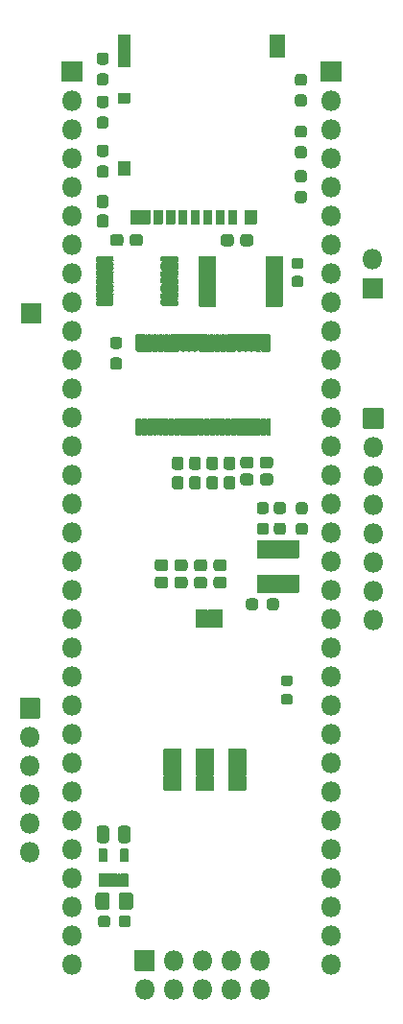
<source format=gbs>
G04 #@! TF.GenerationSoftware,KiCad,Pcbnew,(5.1.12)-1*
G04 #@! TF.CreationDate,2022-05-19T15:12:52-07:00*
G04 #@! TF.ProjectId,vera-module-rev4,76657261-2d6d-46f6-9475-6c652d726576,rev?*
G04 #@! TF.SameCoordinates,Original*
G04 #@! TF.FileFunction,Soldermask,Bot*
G04 #@! TF.FilePolarity,Negative*
%FSLAX46Y46*%
G04 Gerber Fmt 4.6, Leading zero omitted, Abs format (unit mm)*
G04 Created by KiCad (PCBNEW (5.1.12)-1) date 2022-05-19 15:12:52*
%MOMM*%
%LPD*%
G01*
G04 APERTURE LIST*
%ADD10O,1.802000X1.802000*%
%ADD11C,0.100000*%
G04 APERTURE END LIST*
G36*
G01*
X123990800Y-95630100D02*
X123990800Y-93930100D01*
G75*
G02*
X124041800Y-93879100I51000J0D01*
G01*
X125741800Y-93879100D01*
G75*
G02*
X125792800Y-93930100I0J-51000D01*
G01*
X125792800Y-95630100D01*
G75*
G02*
X125741800Y-95681100I-51000J0D01*
G01*
X124041800Y-95681100D01*
G75*
G02*
X123990800Y-95630100I0J51000D01*
G01*
G37*
G36*
G01*
X132660500Y-97896700D02*
X132134500Y-97896700D01*
G75*
G02*
X131871500Y-97633700I0J263000D01*
G01*
X131871500Y-97082700D01*
G75*
G02*
X132134500Y-96819700I263000J0D01*
G01*
X132660500Y-96819700D01*
G75*
G02*
X132923500Y-97082700I0J-263000D01*
G01*
X132923500Y-97633700D01*
G75*
G02*
X132660500Y-97896700I-263000J0D01*
G01*
G37*
G36*
G01*
X132660500Y-99721700D02*
X132134500Y-99721700D01*
G75*
G02*
X131871500Y-99458700I0J263000D01*
G01*
X131871500Y-98907700D01*
G75*
G02*
X132134500Y-98644700I263000J0D01*
G01*
X132660500Y-98644700D01*
G75*
G02*
X132923500Y-98907700I0J-263000D01*
G01*
X132923500Y-99458700D01*
G75*
G02*
X132660500Y-99721700I-263000J0D01*
G01*
G37*
G36*
G01*
X143340600Y-88566100D02*
X143340600Y-88040100D01*
G75*
G02*
X143603600Y-87777100I263000J0D01*
G01*
X144254600Y-87777100D01*
G75*
G02*
X144517600Y-88040100I0J-263000D01*
G01*
X144517600Y-88566100D01*
G75*
G02*
X144254600Y-88829100I-263000J0D01*
G01*
X143603600Y-88829100D01*
G75*
G02*
X143340600Y-88566100I0J263000D01*
G01*
G37*
G36*
G01*
X141615600Y-88566100D02*
X141615600Y-88040100D01*
G75*
G02*
X141878600Y-87777100I263000J0D01*
G01*
X142529600Y-87777100D01*
G75*
G02*
X142792600Y-88040100I0J-263000D01*
G01*
X142792600Y-88566100D01*
G75*
G02*
X142529600Y-88829100I-263000J0D01*
G01*
X141878600Y-88829100D01*
G75*
G02*
X141615600Y-88566100I0J263000D01*
G01*
G37*
G36*
G01*
X132185400Y-89819400D02*
X132185400Y-90070400D01*
G75*
G02*
X132059900Y-90195900I-125500J0D01*
G01*
X130733900Y-90195900D01*
G75*
G02*
X130608400Y-90070400I0J125500D01*
G01*
X130608400Y-89819400D01*
G75*
G02*
X130733900Y-89693900I125500J0D01*
G01*
X132059900Y-89693900D01*
G75*
G02*
X132185400Y-89819400I0J-125500D01*
G01*
G37*
G36*
G01*
X132185400Y-90469400D02*
X132185400Y-90720400D01*
G75*
G02*
X132059900Y-90845900I-125500J0D01*
G01*
X130733900Y-90845900D01*
G75*
G02*
X130608400Y-90720400I0J125500D01*
G01*
X130608400Y-90469400D01*
G75*
G02*
X130733900Y-90343900I125500J0D01*
G01*
X132059900Y-90343900D01*
G75*
G02*
X132185400Y-90469400I0J-125500D01*
G01*
G37*
G36*
G01*
X132185400Y-91119400D02*
X132185400Y-91370400D01*
G75*
G02*
X132059900Y-91495900I-125500J0D01*
G01*
X130733900Y-91495900D01*
G75*
G02*
X130608400Y-91370400I0J125500D01*
G01*
X130608400Y-91119400D01*
G75*
G02*
X130733900Y-90993900I125500J0D01*
G01*
X132059900Y-90993900D01*
G75*
G02*
X132185400Y-91119400I0J-125500D01*
G01*
G37*
G36*
G01*
X132185400Y-91769400D02*
X132185400Y-92020400D01*
G75*
G02*
X132059900Y-92145900I-125500J0D01*
G01*
X130733900Y-92145900D01*
G75*
G02*
X130608400Y-92020400I0J125500D01*
G01*
X130608400Y-91769400D01*
G75*
G02*
X130733900Y-91643900I125500J0D01*
G01*
X132059900Y-91643900D01*
G75*
G02*
X132185400Y-91769400I0J-125500D01*
G01*
G37*
G36*
G01*
X132185400Y-92419400D02*
X132185400Y-92670400D01*
G75*
G02*
X132059900Y-92795900I-125500J0D01*
G01*
X130733900Y-92795900D01*
G75*
G02*
X130608400Y-92670400I0J125500D01*
G01*
X130608400Y-92419400D01*
G75*
G02*
X130733900Y-92293900I125500J0D01*
G01*
X132059900Y-92293900D01*
G75*
G02*
X132185400Y-92419400I0J-125500D01*
G01*
G37*
G36*
G01*
X132185400Y-93069400D02*
X132185400Y-93320400D01*
G75*
G02*
X132059900Y-93445900I-125500J0D01*
G01*
X130733900Y-93445900D01*
G75*
G02*
X130608400Y-93320400I0J125500D01*
G01*
X130608400Y-93069400D01*
G75*
G02*
X130733900Y-92943900I125500J0D01*
G01*
X132059900Y-92943900D01*
G75*
G02*
X132185400Y-93069400I0J-125500D01*
G01*
G37*
G36*
G01*
X132185400Y-93719400D02*
X132185400Y-93970400D01*
G75*
G02*
X132059900Y-94095900I-125500J0D01*
G01*
X130733900Y-94095900D01*
G75*
G02*
X130608400Y-93970400I0J125500D01*
G01*
X130608400Y-93719400D01*
G75*
G02*
X130733900Y-93593900I125500J0D01*
G01*
X132059900Y-93593900D01*
G75*
G02*
X132185400Y-93719400I0J-125500D01*
G01*
G37*
G36*
G01*
X137910400Y-93719400D02*
X137910400Y-93970400D01*
G75*
G02*
X137784900Y-94095900I-125500J0D01*
G01*
X136458900Y-94095900D01*
G75*
G02*
X136333400Y-93970400I0J125500D01*
G01*
X136333400Y-93719400D01*
G75*
G02*
X136458900Y-93593900I125500J0D01*
G01*
X137784900Y-93593900D01*
G75*
G02*
X137910400Y-93719400I0J-125500D01*
G01*
G37*
G36*
G01*
X137910400Y-93069400D02*
X137910400Y-93320400D01*
G75*
G02*
X137784900Y-93445900I-125500J0D01*
G01*
X136458900Y-93445900D01*
G75*
G02*
X136333400Y-93320400I0J125500D01*
G01*
X136333400Y-93069400D01*
G75*
G02*
X136458900Y-92943900I125500J0D01*
G01*
X137784900Y-92943900D01*
G75*
G02*
X137910400Y-93069400I0J-125500D01*
G01*
G37*
G36*
G01*
X137910400Y-92419400D02*
X137910400Y-92670400D01*
G75*
G02*
X137784900Y-92795900I-125500J0D01*
G01*
X136458900Y-92795900D01*
G75*
G02*
X136333400Y-92670400I0J125500D01*
G01*
X136333400Y-92419400D01*
G75*
G02*
X136458900Y-92293900I125500J0D01*
G01*
X137784900Y-92293900D01*
G75*
G02*
X137910400Y-92419400I0J-125500D01*
G01*
G37*
G36*
G01*
X137910400Y-91769400D02*
X137910400Y-92020400D01*
G75*
G02*
X137784900Y-92145900I-125500J0D01*
G01*
X136458900Y-92145900D01*
G75*
G02*
X136333400Y-92020400I0J125500D01*
G01*
X136333400Y-91769400D01*
G75*
G02*
X136458900Y-91643900I125500J0D01*
G01*
X137784900Y-91643900D01*
G75*
G02*
X137910400Y-91769400I0J-125500D01*
G01*
G37*
G36*
G01*
X137910400Y-91119400D02*
X137910400Y-91370400D01*
G75*
G02*
X137784900Y-91495900I-125500J0D01*
G01*
X136458900Y-91495900D01*
G75*
G02*
X136333400Y-91370400I0J125500D01*
G01*
X136333400Y-91119400D01*
G75*
G02*
X136458900Y-90993900I125500J0D01*
G01*
X137784900Y-90993900D01*
G75*
G02*
X137910400Y-91119400I0J-125500D01*
G01*
G37*
G36*
G01*
X137910400Y-90469400D02*
X137910400Y-90720400D01*
G75*
G02*
X137784900Y-90845900I-125500J0D01*
G01*
X136458900Y-90845900D01*
G75*
G02*
X136333400Y-90720400I0J125500D01*
G01*
X136333400Y-90469400D01*
G75*
G02*
X136458900Y-90343900I125500J0D01*
G01*
X137784900Y-90343900D01*
G75*
G02*
X137910400Y-90469400I0J-125500D01*
G01*
G37*
G36*
G01*
X137910400Y-89819400D02*
X137910400Y-90070400D01*
G75*
G02*
X137784900Y-90195900I-125500J0D01*
G01*
X136458900Y-90195900D01*
G75*
G02*
X136333400Y-90070400I0J125500D01*
G01*
X136333400Y-89819400D01*
G75*
G02*
X136458900Y-89693900I125500J0D01*
G01*
X137784900Y-89693900D01*
G75*
G02*
X137910400Y-89819400I0J-125500D01*
G01*
G37*
G36*
G01*
X131466700Y-72826900D02*
X130940700Y-72826900D01*
G75*
G02*
X130677700Y-72563900I0J263000D01*
G01*
X130677700Y-72012900D01*
G75*
G02*
X130940700Y-71749900I263000J0D01*
G01*
X131466700Y-71749900D01*
G75*
G02*
X131729700Y-72012900I0J-263000D01*
G01*
X131729700Y-72563900D01*
G75*
G02*
X131466700Y-72826900I-263000J0D01*
G01*
G37*
G36*
G01*
X131466700Y-74651900D02*
X130940700Y-74651900D01*
G75*
G02*
X130677700Y-74388900I0J263000D01*
G01*
X130677700Y-73837900D01*
G75*
G02*
X130940700Y-73574900I263000J0D01*
G01*
X131466700Y-73574900D01*
G75*
G02*
X131729700Y-73837900I0J-263000D01*
G01*
X131729700Y-74388900D01*
G75*
G02*
X131466700Y-74651900I-263000J0D01*
G01*
G37*
G36*
G01*
X148967300Y-83204700D02*
X148441300Y-83204700D01*
G75*
G02*
X148178300Y-82941700I0J263000D01*
G01*
X148178300Y-82390700D01*
G75*
G02*
X148441300Y-82127700I263000J0D01*
G01*
X148967300Y-82127700D01*
G75*
G02*
X149230300Y-82390700I0J-263000D01*
G01*
X149230300Y-82941700D01*
G75*
G02*
X148967300Y-83204700I-263000J0D01*
G01*
G37*
G36*
G01*
X148967300Y-85029700D02*
X148441300Y-85029700D01*
G75*
G02*
X148178300Y-84766700I0J263000D01*
G01*
X148178300Y-84215700D01*
G75*
G02*
X148441300Y-83952700I263000J0D01*
G01*
X148967300Y-83952700D01*
G75*
G02*
X149230300Y-84215700I0J-263000D01*
G01*
X149230300Y-84766700D01*
G75*
G02*
X148967300Y-85029700I-263000J0D01*
G01*
G37*
G36*
G01*
X130940700Y-81704800D02*
X131466700Y-81704800D01*
G75*
G02*
X131729700Y-81967800I0J-263000D01*
G01*
X131729700Y-82518800D01*
G75*
G02*
X131466700Y-82781800I-263000J0D01*
G01*
X130940700Y-82781800D01*
G75*
G02*
X130677700Y-82518800I0J263000D01*
G01*
X130677700Y-81967800D01*
G75*
G02*
X130940700Y-81704800I263000J0D01*
G01*
G37*
G36*
G01*
X130940700Y-79879800D02*
X131466700Y-79879800D01*
G75*
G02*
X131729700Y-80142800I0J-263000D01*
G01*
X131729700Y-80693800D01*
G75*
G02*
X131466700Y-80956800I-263000J0D01*
G01*
X130940700Y-80956800D01*
G75*
G02*
X130677700Y-80693800I0J263000D01*
G01*
X130677700Y-80142800D01*
G75*
G02*
X130940700Y-79879800I263000J0D01*
G01*
G37*
G36*
G01*
X148441300Y-80003000D02*
X148967300Y-80003000D01*
G75*
G02*
X149230300Y-80266000I0J-263000D01*
G01*
X149230300Y-80817000D01*
G75*
G02*
X148967300Y-81080000I-263000J0D01*
G01*
X148441300Y-81080000D01*
G75*
G02*
X148178300Y-80817000I0J263000D01*
G01*
X148178300Y-80266000D01*
G75*
G02*
X148441300Y-80003000I263000J0D01*
G01*
G37*
G36*
G01*
X148441300Y-78178000D02*
X148967300Y-78178000D01*
G75*
G02*
X149230300Y-78441000I0J-263000D01*
G01*
X149230300Y-78992000D01*
G75*
G02*
X148967300Y-79255000I-263000J0D01*
G01*
X148441300Y-79255000D01*
G75*
G02*
X148178300Y-78992000I0J263000D01*
G01*
X148178300Y-78441000D01*
G75*
G02*
X148441300Y-78178000I263000J0D01*
G01*
G37*
G36*
G01*
X148967300Y-74683000D02*
X148441300Y-74683000D01*
G75*
G02*
X148178300Y-74420000I0J263000D01*
G01*
X148178300Y-73869000D01*
G75*
G02*
X148441300Y-73606000I263000J0D01*
G01*
X148967300Y-73606000D01*
G75*
G02*
X149230300Y-73869000I0J-263000D01*
G01*
X149230300Y-74420000D01*
G75*
G02*
X148967300Y-74683000I-263000J0D01*
G01*
G37*
G36*
G01*
X148967300Y-76508000D02*
X148441300Y-76508000D01*
G75*
G02*
X148178300Y-76245000I0J263000D01*
G01*
X148178300Y-75694000D01*
G75*
G02*
X148441300Y-75431000I263000J0D01*
G01*
X148967300Y-75431000D01*
G75*
G02*
X149230300Y-75694000I0J-263000D01*
G01*
X149230300Y-76245000D01*
G75*
G02*
X148967300Y-76508000I-263000J0D01*
G01*
G37*
G36*
G01*
X131466700Y-76636900D02*
X130940700Y-76636900D01*
G75*
G02*
X130677700Y-76373900I0J263000D01*
G01*
X130677700Y-75822900D01*
G75*
G02*
X130940700Y-75559900I263000J0D01*
G01*
X131466700Y-75559900D01*
G75*
G02*
X131729700Y-75822900I0J-263000D01*
G01*
X131729700Y-76373900D01*
G75*
G02*
X131466700Y-76636900I-263000J0D01*
G01*
G37*
G36*
G01*
X131466700Y-78461900D02*
X130940700Y-78461900D01*
G75*
G02*
X130677700Y-78198900I0J263000D01*
G01*
X130677700Y-77647900D01*
G75*
G02*
X130940700Y-77384900I263000J0D01*
G01*
X131466700Y-77384900D01*
G75*
G02*
X131729700Y-77647900I0J-263000D01*
G01*
X131729700Y-78198900D01*
G75*
G02*
X131466700Y-78461900I-263000J0D01*
G01*
G37*
G36*
G01*
X133587000Y-88553400D02*
X133587000Y-88027400D01*
G75*
G02*
X133850000Y-87764400I263000J0D01*
G01*
X134501000Y-87764400D01*
G75*
G02*
X134764000Y-88027400I0J-263000D01*
G01*
X134764000Y-88553400D01*
G75*
G02*
X134501000Y-88816400I-263000J0D01*
G01*
X133850000Y-88816400D01*
G75*
G02*
X133587000Y-88553400I0J263000D01*
G01*
G37*
G36*
G01*
X131862000Y-88553400D02*
X131862000Y-88027400D01*
G75*
G02*
X132125000Y-87764400I263000J0D01*
G01*
X132776000Y-87764400D01*
G75*
G02*
X133039000Y-88027400I0J-263000D01*
G01*
X133039000Y-88553400D01*
G75*
G02*
X132776000Y-88816400I-263000J0D01*
G01*
X132125000Y-88816400D01*
G75*
G02*
X131862000Y-88553400I0J263000D01*
G01*
G37*
G36*
G01*
X131773800Y-140215500D02*
X131773800Y-141216500D01*
G75*
G02*
X131498300Y-141492000I-275500J0D01*
G01*
X130947300Y-141492000D01*
G75*
G02*
X130671800Y-141216500I0J275500D01*
G01*
X130671800Y-140215500D01*
G75*
G02*
X130947300Y-139940000I275500J0D01*
G01*
X131498300Y-139940000D01*
G75*
G02*
X131773800Y-140215500I0J-275500D01*
G01*
G37*
G36*
G01*
X133673800Y-140215500D02*
X133673800Y-141216500D01*
G75*
G02*
X133398300Y-141492000I-275500J0D01*
G01*
X132847300Y-141492000D01*
G75*
G02*
X132571800Y-141216500I0J275500D01*
G01*
X132571800Y-140215500D01*
G75*
G02*
X132847300Y-139940000I275500J0D01*
G01*
X133398300Y-139940000D01*
G75*
G02*
X133673800Y-140215500I0J-275500D01*
G01*
G37*
G36*
G01*
X131466700Y-85476400D02*
X130940700Y-85476400D01*
G75*
G02*
X130677700Y-85213400I0J263000D01*
G01*
X130677700Y-84562400D01*
G75*
G02*
X130940700Y-84299400I263000J0D01*
G01*
X131466700Y-84299400D01*
G75*
G02*
X131729700Y-84562400I0J-263000D01*
G01*
X131729700Y-85213400D01*
G75*
G02*
X131466700Y-85476400I-263000J0D01*
G01*
G37*
G36*
G01*
X131466700Y-87201400D02*
X130940700Y-87201400D01*
G75*
G02*
X130677700Y-86938400I0J263000D01*
G01*
X130677700Y-86287400D01*
G75*
G02*
X130940700Y-86024400I263000J0D01*
G01*
X131466700Y-86024400D01*
G75*
G02*
X131729700Y-86287400I0J-263000D01*
G01*
X131729700Y-86938400D01*
G75*
G02*
X131466700Y-87201400I-263000J0D01*
G01*
G37*
G36*
G01*
X131881900Y-148136500D02*
X131881900Y-148662500D01*
G75*
G02*
X131618900Y-148925500I-263000J0D01*
G01*
X131067900Y-148925500D01*
G75*
G02*
X130804900Y-148662500I0J263000D01*
G01*
X130804900Y-148136500D01*
G75*
G02*
X131067900Y-147873500I263000J0D01*
G01*
X131618900Y-147873500D01*
G75*
G02*
X131881900Y-148136500I0J-263000D01*
G01*
G37*
G36*
G01*
X133706900Y-148136500D02*
X133706900Y-148662500D01*
G75*
G02*
X133443900Y-148925500I-263000J0D01*
G01*
X132892900Y-148925500D01*
G75*
G02*
X132629900Y-148662500I0J263000D01*
G01*
X132629900Y-148136500D01*
G75*
G02*
X132892900Y-147873500I263000J0D01*
G01*
X133443900Y-147873500D01*
G75*
G02*
X133706900Y-148136500I0J-263000D01*
G01*
G37*
G36*
G01*
X131842200Y-146104502D02*
X131842200Y-147113098D01*
G75*
G02*
X131570498Y-147384800I-271702J0D01*
G01*
X130836902Y-147384800D01*
G75*
G02*
X130565200Y-147113098I0J271702D01*
G01*
X130565200Y-146104502D01*
G75*
G02*
X130836902Y-145832800I271702J0D01*
G01*
X131570498Y-145832800D01*
G75*
G02*
X131842200Y-146104502I0J-271702D01*
G01*
G37*
G36*
G01*
X133917200Y-146104502D02*
X133917200Y-147113098D01*
G75*
G02*
X133645498Y-147384800I-271702J0D01*
G01*
X132911902Y-147384800D01*
G75*
G02*
X132640200Y-147113098I0J271702D01*
G01*
X132640200Y-146104502D01*
G75*
G02*
X132911902Y-145832800I271702J0D01*
G01*
X133645498Y-145832800D01*
G75*
G02*
X133917200Y-146104502I0J-271702D01*
G01*
G37*
G36*
G01*
X147113100Y-112463600D02*
X146587100Y-112463600D01*
G75*
G02*
X146324100Y-112200600I0J263000D01*
G01*
X146324100Y-111649600D01*
G75*
G02*
X146587100Y-111386600I263000J0D01*
G01*
X147113100Y-111386600D01*
G75*
G02*
X147376100Y-111649600I0J-263000D01*
G01*
X147376100Y-112200600D01*
G75*
G02*
X147113100Y-112463600I-263000J0D01*
G01*
G37*
G36*
G01*
X147113100Y-114288600D02*
X146587100Y-114288600D01*
G75*
G02*
X146324100Y-114025600I0J263000D01*
G01*
X146324100Y-113474600D01*
G75*
G02*
X146587100Y-113211600I263000J0D01*
G01*
X147113100Y-113211600D01*
G75*
G02*
X147376100Y-113474600I0J-263000D01*
G01*
X147376100Y-114025600D01*
G75*
G02*
X147113100Y-114288600I-263000J0D01*
G01*
G37*
G36*
G01*
X148517500Y-113228100D02*
X149043500Y-113228100D01*
G75*
G02*
X149306500Y-113491100I0J-263000D01*
G01*
X149306500Y-114042100D01*
G75*
G02*
X149043500Y-114305100I-263000J0D01*
G01*
X148517500Y-114305100D01*
G75*
G02*
X148254500Y-114042100I0J263000D01*
G01*
X148254500Y-113491100D01*
G75*
G02*
X148517500Y-113228100I263000J0D01*
G01*
G37*
G36*
G01*
X148517500Y-111403100D02*
X149043500Y-111403100D01*
G75*
G02*
X149306500Y-111666100I0J-263000D01*
G01*
X149306500Y-112217100D01*
G75*
G02*
X149043500Y-112480100I-263000J0D01*
G01*
X148517500Y-112480100D01*
G75*
G02*
X148254500Y-112217100I0J263000D01*
G01*
X148254500Y-111666100D01*
G75*
G02*
X148517500Y-111403100I263000J0D01*
G01*
G37*
G36*
G01*
X145601800Y-112463600D02*
X145075800Y-112463600D01*
G75*
G02*
X144812800Y-112200600I0J263000D01*
G01*
X144812800Y-111649600D01*
G75*
G02*
X145075800Y-111386600I263000J0D01*
G01*
X145601800Y-111386600D01*
G75*
G02*
X145864800Y-111649600I0J-263000D01*
G01*
X145864800Y-112200600D01*
G75*
G02*
X145601800Y-112463600I-263000J0D01*
G01*
G37*
G36*
G01*
X145601800Y-114288600D02*
X145075800Y-114288600D01*
G75*
G02*
X144812800Y-114025600I0J263000D01*
G01*
X144812800Y-113474600D01*
G75*
G02*
X145075800Y-113211600I263000J0D01*
G01*
X145601800Y-113211600D01*
G75*
G02*
X145864800Y-113474600I0J-263000D01*
G01*
X145864800Y-114025600D01*
G75*
G02*
X145601800Y-114288600I-263000J0D01*
G01*
G37*
G36*
G01*
X142142100Y-109111900D02*
X142668100Y-109111900D01*
G75*
G02*
X142931100Y-109374900I0J-263000D01*
G01*
X142931100Y-110025900D01*
G75*
G02*
X142668100Y-110288900I-263000J0D01*
G01*
X142142100Y-110288900D01*
G75*
G02*
X141879100Y-110025900I0J263000D01*
G01*
X141879100Y-109374900D01*
G75*
G02*
X142142100Y-109111900I263000J0D01*
G01*
G37*
G36*
G01*
X142142100Y-107386900D02*
X142668100Y-107386900D01*
G75*
G02*
X142931100Y-107649900I0J-263000D01*
G01*
X142931100Y-108300900D01*
G75*
G02*
X142668100Y-108563900I-263000J0D01*
G01*
X142142100Y-108563900D01*
G75*
G02*
X141879100Y-108300900I0J263000D01*
G01*
X141879100Y-107649900D01*
G75*
G02*
X142142100Y-107386900I263000J0D01*
G01*
G37*
G36*
G01*
X140618100Y-109113000D02*
X141144100Y-109113000D01*
G75*
G02*
X141407100Y-109376000I0J-263000D01*
G01*
X141407100Y-110027000D01*
G75*
G02*
X141144100Y-110290000I-263000J0D01*
G01*
X140618100Y-110290000D01*
G75*
G02*
X140355100Y-110027000I0J263000D01*
G01*
X140355100Y-109376000D01*
G75*
G02*
X140618100Y-109113000I263000J0D01*
G01*
G37*
G36*
G01*
X140618100Y-107388000D02*
X141144100Y-107388000D01*
G75*
G02*
X141407100Y-107651000I0J-263000D01*
G01*
X141407100Y-108302000D01*
G75*
G02*
X141144100Y-108565000I-263000J0D01*
G01*
X140618100Y-108565000D01*
G75*
G02*
X140355100Y-108302000I0J263000D01*
G01*
X140355100Y-107651000D01*
G75*
G02*
X140618100Y-107388000I263000J0D01*
G01*
G37*
G36*
G01*
X137570100Y-109111900D02*
X138096100Y-109111900D01*
G75*
G02*
X138359100Y-109374900I0J-263000D01*
G01*
X138359100Y-110025900D01*
G75*
G02*
X138096100Y-110288900I-263000J0D01*
G01*
X137570100Y-110288900D01*
G75*
G02*
X137307100Y-110025900I0J263000D01*
G01*
X137307100Y-109374900D01*
G75*
G02*
X137570100Y-109111900I263000J0D01*
G01*
G37*
G36*
G01*
X137570100Y-107386900D02*
X138096100Y-107386900D01*
G75*
G02*
X138359100Y-107649900I0J-263000D01*
G01*
X138359100Y-108300900D01*
G75*
G02*
X138096100Y-108563900I-263000J0D01*
G01*
X137570100Y-108563900D01*
G75*
G02*
X137307100Y-108300900I0J263000D01*
G01*
X137307100Y-107649900D01*
G75*
G02*
X137570100Y-107386900I263000J0D01*
G01*
G37*
G36*
G01*
X139094100Y-109114100D02*
X139620100Y-109114100D01*
G75*
G02*
X139883100Y-109377100I0J-263000D01*
G01*
X139883100Y-110028100D01*
G75*
G02*
X139620100Y-110291100I-263000J0D01*
G01*
X139094100Y-110291100D01*
G75*
G02*
X138831100Y-110028100I0J263000D01*
G01*
X138831100Y-109377100D01*
G75*
G02*
X139094100Y-109114100I263000J0D01*
G01*
G37*
G36*
G01*
X139094100Y-107389100D02*
X139620100Y-107389100D01*
G75*
G02*
X139883100Y-107652100I0J-263000D01*
G01*
X139883100Y-108303100D01*
G75*
G02*
X139620100Y-108566100I-263000J0D01*
G01*
X139094100Y-108566100D01*
G75*
G02*
X138831100Y-108303100I0J263000D01*
G01*
X138831100Y-107652100D01*
G75*
G02*
X139094100Y-107389100I263000J0D01*
G01*
G37*
G36*
G01*
X145078300Y-108174900D02*
X145078300Y-107648900D01*
G75*
G02*
X145341300Y-107385900I263000J0D01*
G01*
X145992300Y-107385900D01*
G75*
G02*
X146255300Y-107648900I0J-263000D01*
G01*
X146255300Y-108174900D01*
G75*
G02*
X145992300Y-108437900I-263000J0D01*
G01*
X145341300Y-108437900D01*
G75*
G02*
X145078300Y-108174900I0J263000D01*
G01*
G37*
G36*
G01*
X143353300Y-108174900D02*
X143353300Y-107648900D01*
G75*
G02*
X143616300Y-107385900I263000J0D01*
G01*
X144267300Y-107385900D01*
G75*
G02*
X144530300Y-107648900I0J-263000D01*
G01*
X144530300Y-108174900D01*
G75*
G02*
X144267300Y-108437900I-263000J0D01*
G01*
X143616300Y-108437900D01*
G75*
G02*
X143353300Y-108174900I0J263000D01*
G01*
G37*
G36*
G01*
X145080500Y-109673500D02*
X145080500Y-109147500D01*
G75*
G02*
X145343500Y-108884500I263000J0D01*
G01*
X145994500Y-108884500D01*
G75*
G02*
X146257500Y-109147500I0J-263000D01*
G01*
X146257500Y-109673500D01*
G75*
G02*
X145994500Y-109936500I-263000J0D01*
G01*
X145343500Y-109936500D01*
G75*
G02*
X145080500Y-109673500I0J263000D01*
G01*
G37*
G36*
G01*
X143355500Y-109673500D02*
X143355500Y-109147500D01*
G75*
G02*
X143618500Y-108884500I263000J0D01*
G01*
X144269500Y-108884500D01*
G75*
G02*
X144532500Y-109147500I0J-263000D01*
G01*
X144532500Y-109673500D01*
G75*
G02*
X144269500Y-109936500I-263000J0D01*
G01*
X143618500Y-109936500D01*
G75*
G02*
X143355500Y-109673500I0J263000D01*
G01*
G37*
G36*
G01*
X140988900Y-118766700D02*
X140988900Y-118240700D01*
G75*
G02*
X141251900Y-117977700I263000J0D01*
G01*
X141902900Y-117977700D01*
G75*
G02*
X142165900Y-118240700I0J-263000D01*
G01*
X142165900Y-118766700D01*
G75*
G02*
X141902900Y-119029700I-263000J0D01*
G01*
X141251900Y-119029700D01*
G75*
G02*
X140988900Y-118766700I0J263000D01*
G01*
G37*
G36*
G01*
X139263900Y-118766700D02*
X139263900Y-118240700D01*
G75*
G02*
X139526900Y-117977700I263000J0D01*
G01*
X140177900Y-117977700D01*
G75*
G02*
X140440900Y-118240700I0J-263000D01*
G01*
X140440900Y-118766700D01*
G75*
G02*
X140177900Y-119029700I-263000J0D01*
G01*
X139526900Y-119029700D01*
G75*
G02*
X139263900Y-118766700I0J263000D01*
G01*
G37*
G36*
G01*
X140990000Y-117242700D02*
X140990000Y-116716700D01*
G75*
G02*
X141253000Y-116453700I263000J0D01*
G01*
X141904000Y-116453700D01*
G75*
G02*
X142167000Y-116716700I0J-263000D01*
G01*
X142167000Y-117242700D01*
G75*
G02*
X141904000Y-117505700I-263000J0D01*
G01*
X141253000Y-117505700D01*
G75*
G02*
X140990000Y-117242700I0J263000D01*
G01*
G37*
G36*
G01*
X139265000Y-117242700D02*
X139265000Y-116716700D01*
G75*
G02*
X139528000Y-116453700I263000J0D01*
G01*
X140179000Y-116453700D01*
G75*
G02*
X140442000Y-116716700I0J-263000D01*
G01*
X140442000Y-117242700D01*
G75*
G02*
X140179000Y-117505700I-263000J0D01*
G01*
X139528000Y-117505700D01*
G75*
G02*
X139265000Y-117242700I0J263000D01*
G01*
G37*
G36*
G01*
X137534500Y-118754000D02*
X137534500Y-118228000D01*
G75*
G02*
X137797500Y-117965000I263000J0D01*
G01*
X138448500Y-117965000D01*
G75*
G02*
X138711500Y-118228000I0J-263000D01*
G01*
X138711500Y-118754000D01*
G75*
G02*
X138448500Y-119017000I-263000J0D01*
G01*
X137797500Y-119017000D01*
G75*
G02*
X137534500Y-118754000I0J263000D01*
G01*
G37*
G36*
G01*
X135809500Y-118754000D02*
X135809500Y-118228000D01*
G75*
G02*
X136072500Y-117965000I263000J0D01*
G01*
X136723500Y-117965000D01*
G75*
G02*
X136986500Y-118228000I0J-263000D01*
G01*
X136986500Y-118754000D01*
G75*
G02*
X136723500Y-119017000I-263000J0D01*
G01*
X136072500Y-119017000D01*
G75*
G02*
X135809500Y-118754000I0J263000D01*
G01*
G37*
G36*
G01*
X137534500Y-117230000D02*
X137534500Y-116704000D01*
G75*
G02*
X137797500Y-116441000I263000J0D01*
G01*
X138448500Y-116441000D01*
G75*
G02*
X138711500Y-116704000I0J-263000D01*
G01*
X138711500Y-117230000D01*
G75*
G02*
X138448500Y-117493000I-263000J0D01*
G01*
X137797500Y-117493000D01*
G75*
G02*
X137534500Y-117230000I0J263000D01*
G01*
G37*
G36*
G01*
X135809500Y-117230000D02*
X135809500Y-116704000D01*
G75*
G02*
X136072500Y-116441000I263000J0D01*
G01*
X136723500Y-116441000D01*
G75*
G02*
X136986500Y-116704000I0J-263000D01*
G01*
X136986500Y-117230000D01*
G75*
G02*
X136723500Y-117493000I-263000J0D01*
G01*
X136072500Y-117493000D01*
G75*
G02*
X135809500Y-117230000I0J263000D01*
G01*
G37*
G36*
G01*
X145689300Y-120684400D02*
X145689300Y-120158400D01*
G75*
G02*
X145952300Y-119895400I263000J0D01*
G01*
X146503300Y-119895400D01*
G75*
G02*
X146766300Y-120158400I0J-263000D01*
G01*
X146766300Y-120684400D01*
G75*
G02*
X146503300Y-120947400I-263000J0D01*
G01*
X145952300Y-120947400D01*
G75*
G02*
X145689300Y-120684400I0J263000D01*
G01*
G37*
G36*
G01*
X143864300Y-120684400D02*
X143864300Y-120158400D01*
G75*
G02*
X144127300Y-119895400I263000J0D01*
G01*
X144678300Y-119895400D01*
G75*
G02*
X144941300Y-120158400I0J-263000D01*
G01*
X144941300Y-120684400D01*
G75*
G02*
X144678300Y-120947400I-263000J0D01*
G01*
X144127300Y-120947400D01*
G75*
G02*
X143864300Y-120684400I0J263000D01*
G01*
G37*
G36*
G01*
X141800400Y-120941400D02*
X141800400Y-122441400D01*
G75*
G02*
X141749400Y-122492400I-51000J0D01*
G01*
X140749400Y-122492400D01*
G75*
G02*
X140698400Y-122441400I0J51000D01*
G01*
X140698400Y-120941400D01*
G75*
G02*
X140749400Y-120890400I51000J0D01*
G01*
X141749400Y-120890400D01*
G75*
G02*
X141800400Y-120941400I0J-51000D01*
G01*
G37*
G36*
G01*
X140500400Y-120941400D02*
X140500400Y-122441400D01*
G75*
G02*
X140449400Y-122492400I-51000J0D01*
G01*
X139449400Y-122492400D01*
G75*
G02*
X139398400Y-122441400I0J51000D01*
G01*
X139398400Y-120941400D01*
G75*
G02*
X139449400Y-120890400I51000J0D01*
G01*
X140449400Y-120890400D01*
G75*
G02*
X140500400Y-120941400I0J-51000D01*
G01*
G37*
D10*
X145072100Y-154393900D03*
X145072100Y-151853900D03*
X142532100Y-154393900D03*
X142532100Y-151853900D03*
X139992100Y-154393900D03*
X139992100Y-151853900D03*
X137452100Y-154393900D03*
X137452100Y-151853900D03*
X134912100Y-154393900D03*
G36*
G01*
X135762100Y-152754900D02*
X134062100Y-152754900D01*
G75*
G02*
X134011100Y-152703900I0J51000D01*
G01*
X134011100Y-151003900D01*
G75*
G02*
X134062100Y-150952900I51000J0D01*
G01*
X135762100Y-150952900D01*
G75*
G02*
X135813100Y-151003900I0J-51000D01*
G01*
X135813100Y-152703900D01*
G75*
G02*
X135762100Y-152754900I-51000J0D01*
G01*
G37*
X124802900Y-142290800D03*
X124802900Y-139750800D03*
X124802900Y-137210800D03*
X124802900Y-134670800D03*
X124802900Y-132130800D03*
G36*
G01*
X123901900Y-130440800D02*
X123901900Y-128740800D01*
G75*
G02*
X123952900Y-128689800I51000J0D01*
G01*
X125652900Y-128689800D01*
G75*
G02*
X125703900Y-128740800I0J-51000D01*
G01*
X125703900Y-130440800D01*
G75*
G02*
X125652900Y-130491800I-51000J0D01*
G01*
X123952900Y-130491800D01*
G75*
G02*
X123901900Y-130440800I0J51000D01*
G01*
G37*
G36*
G01*
X147159200Y-128351400D02*
X147760200Y-128351400D01*
G75*
G02*
X147985700Y-128576900I0J-225500D01*
G01*
X147985700Y-129027900D01*
G75*
G02*
X147760200Y-129253400I-225500J0D01*
G01*
X147159200Y-129253400D01*
G75*
G02*
X146933700Y-129027900I0J225500D01*
G01*
X146933700Y-128576900D01*
G75*
G02*
X147159200Y-128351400I225500J0D01*
G01*
G37*
G36*
G01*
X147159200Y-126701400D02*
X147760200Y-126701400D01*
G75*
G02*
X147985700Y-126926900I0J-225500D01*
G01*
X147985700Y-127377900D01*
G75*
G02*
X147760200Y-127603400I-225500J0D01*
G01*
X147159200Y-127603400D01*
G75*
G02*
X146933700Y-127377900I0J225500D01*
G01*
X146933700Y-126926900D01*
G75*
G02*
X147159200Y-126701400I225500J0D01*
G01*
G37*
G36*
G01*
X136638600Y-133162700D02*
X138138600Y-133162700D01*
G75*
G02*
X138189600Y-133213700I0J-51000D01*
G01*
X138189600Y-134213700D01*
G75*
G02*
X138138600Y-134264700I-51000J0D01*
G01*
X136638600Y-134264700D01*
G75*
G02*
X136587600Y-134213700I0J51000D01*
G01*
X136587600Y-133213700D01*
G75*
G02*
X136638600Y-133162700I51000J0D01*
G01*
G37*
G36*
G01*
X136638600Y-134462700D02*
X138138600Y-134462700D01*
G75*
G02*
X138189600Y-134513700I0J-51000D01*
G01*
X138189600Y-135513700D01*
G75*
G02*
X138138600Y-135564700I-51000J0D01*
G01*
X136638600Y-135564700D01*
G75*
G02*
X136587600Y-135513700I0J51000D01*
G01*
X136587600Y-134513700D01*
G75*
G02*
X136638600Y-134462700I51000J0D01*
G01*
G37*
G36*
G01*
X136638600Y-135762700D02*
X138138600Y-135762700D01*
G75*
G02*
X138189600Y-135813700I0J-51000D01*
G01*
X138189600Y-136813700D01*
G75*
G02*
X138138600Y-136864700I-51000J0D01*
G01*
X136638600Y-136864700D01*
G75*
G02*
X136587600Y-136813700I0J51000D01*
G01*
X136587600Y-135813700D01*
G75*
G02*
X136638600Y-135762700I51000J0D01*
G01*
G37*
G36*
G01*
X139483400Y-133162700D02*
X140983400Y-133162700D01*
G75*
G02*
X141034400Y-133213700I0J-51000D01*
G01*
X141034400Y-134213700D01*
G75*
G02*
X140983400Y-134264700I-51000J0D01*
G01*
X139483400Y-134264700D01*
G75*
G02*
X139432400Y-134213700I0J51000D01*
G01*
X139432400Y-133213700D01*
G75*
G02*
X139483400Y-133162700I51000J0D01*
G01*
G37*
G36*
G01*
X139483400Y-134462700D02*
X140983400Y-134462700D01*
G75*
G02*
X141034400Y-134513700I0J-51000D01*
G01*
X141034400Y-135513700D01*
G75*
G02*
X140983400Y-135564700I-51000J0D01*
G01*
X139483400Y-135564700D01*
G75*
G02*
X139432400Y-135513700I0J51000D01*
G01*
X139432400Y-134513700D01*
G75*
G02*
X139483400Y-134462700I51000J0D01*
G01*
G37*
G36*
G01*
X139483400Y-135762700D02*
X140983400Y-135762700D01*
G75*
G02*
X141034400Y-135813700I0J-51000D01*
G01*
X141034400Y-136813700D01*
G75*
G02*
X140983400Y-136864700I-51000J0D01*
G01*
X139483400Y-136864700D01*
G75*
G02*
X139432400Y-136813700I0J51000D01*
G01*
X139432400Y-135813700D01*
G75*
G02*
X139483400Y-135762700I51000J0D01*
G01*
G37*
G36*
G01*
X142328200Y-133167300D02*
X143828200Y-133167300D01*
G75*
G02*
X143879200Y-133218300I0J-51000D01*
G01*
X143879200Y-134218300D01*
G75*
G02*
X143828200Y-134269300I-51000J0D01*
G01*
X142328200Y-134269300D01*
G75*
G02*
X142277200Y-134218300I0J51000D01*
G01*
X142277200Y-133218300D01*
G75*
G02*
X142328200Y-133167300I51000J0D01*
G01*
G37*
G36*
G01*
X142328200Y-134467300D02*
X143828200Y-134467300D01*
G75*
G02*
X143879200Y-134518300I0J-51000D01*
G01*
X143879200Y-135518300D01*
G75*
G02*
X143828200Y-135569300I-51000J0D01*
G01*
X142328200Y-135569300D01*
G75*
G02*
X142277200Y-135518300I0J51000D01*
G01*
X142277200Y-134518300D01*
G75*
G02*
X142328200Y-134467300I51000J0D01*
G01*
G37*
G36*
G01*
X142328200Y-135767300D02*
X143828200Y-135767300D01*
G75*
G02*
X143879200Y-135818300I0J-51000D01*
G01*
X143879200Y-136818300D01*
G75*
G02*
X143828200Y-136869300I-51000J0D01*
G01*
X142328200Y-136869300D01*
G75*
G02*
X142277200Y-136818300I0J51000D01*
G01*
X142277200Y-135818300D01*
G75*
G02*
X142328200Y-135767300I51000J0D01*
G01*
G37*
G36*
G01*
X145931500Y-98142600D02*
X145730500Y-98142600D01*
G75*
G02*
X145630000Y-98042100I0J100500D01*
G01*
X145630000Y-96666100D01*
G75*
G02*
X145730500Y-96565600I100500J0D01*
G01*
X145931500Y-96565600D01*
G75*
G02*
X146032000Y-96666100I0J-100500D01*
G01*
X146032000Y-98042100D01*
G75*
G02*
X145931500Y-98142600I-100500J0D01*
G01*
G37*
G36*
G01*
X145431500Y-98142600D02*
X145230500Y-98142600D01*
G75*
G02*
X145130000Y-98042100I0J100500D01*
G01*
X145130000Y-96666100D01*
G75*
G02*
X145230500Y-96565600I100500J0D01*
G01*
X145431500Y-96565600D01*
G75*
G02*
X145532000Y-96666100I0J-100500D01*
G01*
X145532000Y-98042100D01*
G75*
G02*
X145431500Y-98142600I-100500J0D01*
G01*
G37*
G36*
G01*
X144931500Y-98142600D02*
X144730500Y-98142600D01*
G75*
G02*
X144630000Y-98042100I0J100500D01*
G01*
X144630000Y-96666100D01*
G75*
G02*
X144730500Y-96565600I100500J0D01*
G01*
X144931500Y-96565600D01*
G75*
G02*
X145032000Y-96666100I0J-100500D01*
G01*
X145032000Y-98042100D01*
G75*
G02*
X144931500Y-98142600I-100500J0D01*
G01*
G37*
G36*
G01*
X144431500Y-98142600D02*
X144230500Y-98142600D01*
G75*
G02*
X144130000Y-98042100I0J100500D01*
G01*
X144130000Y-96666100D01*
G75*
G02*
X144230500Y-96565600I100500J0D01*
G01*
X144431500Y-96565600D01*
G75*
G02*
X144532000Y-96666100I0J-100500D01*
G01*
X144532000Y-98042100D01*
G75*
G02*
X144431500Y-98142600I-100500J0D01*
G01*
G37*
G36*
G01*
X143931500Y-98142600D02*
X143730500Y-98142600D01*
G75*
G02*
X143630000Y-98042100I0J100500D01*
G01*
X143630000Y-96666100D01*
G75*
G02*
X143730500Y-96565600I100500J0D01*
G01*
X143931500Y-96565600D01*
G75*
G02*
X144032000Y-96666100I0J-100500D01*
G01*
X144032000Y-98042100D01*
G75*
G02*
X143931500Y-98142600I-100500J0D01*
G01*
G37*
G36*
G01*
X143431500Y-98142600D02*
X143230500Y-98142600D01*
G75*
G02*
X143130000Y-98042100I0J100500D01*
G01*
X143130000Y-96666100D01*
G75*
G02*
X143230500Y-96565600I100500J0D01*
G01*
X143431500Y-96565600D01*
G75*
G02*
X143532000Y-96666100I0J-100500D01*
G01*
X143532000Y-98042100D01*
G75*
G02*
X143431500Y-98142600I-100500J0D01*
G01*
G37*
G36*
G01*
X142931500Y-98142600D02*
X142730500Y-98142600D01*
G75*
G02*
X142630000Y-98042100I0J100500D01*
G01*
X142630000Y-96666100D01*
G75*
G02*
X142730500Y-96565600I100500J0D01*
G01*
X142931500Y-96565600D01*
G75*
G02*
X143032000Y-96666100I0J-100500D01*
G01*
X143032000Y-98042100D01*
G75*
G02*
X142931500Y-98142600I-100500J0D01*
G01*
G37*
G36*
G01*
X142431500Y-98142600D02*
X142230500Y-98142600D01*
G75*
G02*
X142130000Y-98042100I0J100500D01*
G01*
X142130000Y-96666100D01*
G75*
G02*
X142230500Y-96565600I100500J0D01*
G01*
X142431500Y-96565600D01*
G75*
G02*
X142532000Y-96666100I0J-100500D01*
G01*
X142532000Y-98042100D01*
G75*
G02*
X142431500Y-98142600I-100500J0D01*
G01*
G37*
G36*
G01*
X141931500Y-98142600D02*
X141730500Y-98142600D01*
G75*
G02*
X141630000Y-98042100I0J100500D01*
G01*
X141630000Y-96666100D01*
G75*
G02*
X141730500Y-96565600I100500J0D01*
G01*
X141931500Y-96565600D01*
G75*
G02*
X142032000Y-96666100I0J-100500D01*
G01*
X142032000Y-98042100D01*
G75*
G02*
X141931500Y-98142600I-100500J0D01*
G01*
G37*
G36*
G01*
X141431500Y-98142600D02*
X141230500Y-98142600D01*
G75*
G02*
X141130000Y-98042100I0J100500D01*
G01*
X141130000Y-96666100D01*
G75*
G02*
X141230500Y-96565600I100500J0D01*
G01*
X141431500Y-96565600D01*
G75*
G02*
X141532000Y-96666100I0J-100500D01*
G01*
X141532000Y-98042100D01*
G75*
G02*
X141431500Y-98142600I-100500J0D01*
G01*
G37*
G36*
G01*
X140931500Y-98142600D02*
X140730500Y-98142600D01*
G75*
G02*
X140630000Y-98042100I0J100500D01*
G01*
X140630000Y-96666100D01*
G75*
G02*
X140730500Y-96565600I100500J0D01*
G01*
X140931500Y-96565600D01*
G75*
G02*
X141032000Y-96666100I0J-100500D01*
G01*
X141032000Y-98042100D01*
G75*
G02*
X140931500Y-98142600I-100500J0D01*
G01*
G37*
G36*
G01*
X140431500Y-98142600D02*
X140230500Y-98142600D01*
G75*
G02*
X140130000Y-98042100I0J100500D01*
G01*
X140130000Y-96666100D01*
G75*
G02*
X140230500Y-96565600I100500J0D01*
G01*
X140431500Y-96565600D01*
G75*
G02*
X140532000Y-96666100I0J-100500D01*
G01*
X140532000Y-98042100D01*
G75*
G02*
X140431500Y-98142600I-100500J0D01*
G01*
G37*
G36*
G01*
X139931500Y-98142600D02*
X139730500Y-98142600D01*
G75*
G02*
X139630000Y-98042100I0J100500D01*
G01*
X139630000Y-96666100D01*
G75*
G02*
X139730500Y-96565600I100500J0D01*
G01*
X139931500Y-96565600D01*
G75*
G02*
X140032000Y-96666100I0J-100500D01*
G01*
X140032000Y-98042100D01*
G75*
G02*
X139931500Y-98142600I-100500J0D01*
G01*
G37*
G36*
G01*
X139431500Y-98142600D02*
X139230500Y-98142600D01*
G75*
G02*
X139130000Y-98042100I0J100500D01*
G01*
X139130000Y-96666100D01*
G75*
G02*
X139230500Y-96565600I100500J0D01*
G01*
X139431500Y-96565600D01*
G75*
G02*
X139532000Y-96666100I0J-100500D01*
G01*
X139532000Y-98042100D01*
G75*
G02*
X139431500Y-98142600I-100500J0D01*
G01*
G37*
G36*
G01*
X138931500Y-98142600D02*
X138730500Y-98142600D01*
G75*
G02*
X138630000Y-98042100I0J100500D01*
G01*
X138630000Y-96666100D01*
G75*
G02*
X138730500Y-96565600I100500J0D01*
G01*
X138931500Y-96565600D01*
G75*
G02*
X139032000Y-96666100I0J-100500D01*
G01*
X139032000Y-98042100D01*
G75*
G02*
X138931500Y-98142600I-100500J0D01*
G01*
G37*
G36*
G01*
X138431500Y-98142600D02*
X138230500Y-98142600D01*
G75*
G02*
X138130000Y-98042100I0J100500D01*
G01*
X138130000Y-96666100D01*
G75*
G02*
X138230500Y-96565600I100500J0D01*
G01*
X138431500Y-96565600D01*
G75*
G02*
X138532000Y-96666100I0J-100500D01*
G01*
X138532000Y-98042100D01*
G75*
G02*
X138431500Y-98142600I-100500J0D01*
G01*
G37*
G36*
G01*
X137931500Y-98142600D02*
X137730500Y-98142600D01*
G75*
G02*
X137630000Y-98042100I0J100500D01*
G01*
X137630000Y-96666100D01*
G75*
G02*
X137730500Y-96565600I100500J0D01*
G01*
X137931500Y-96565600D01*
G75*
G02*
X138032000Y-96666100I0J-100500D01*
G01*
X138032000Y-98042100D01*
G75*
G02*
X137931500Y-98142600I-100500J0D01*
G01*
G37*
G36*
G01*
X137431500Y-98142600D02*
X137230500Y-98142600D01*
G75*
G02*
X137130000Y-98042100I0J100500D01*
G01*
X137130000Y-96666100D01*
G75*
G02*
X137230500Y-96565600I100500J0D01*
G01*
X137431500Y-96565600D01*
G75*
G02*
X137532000Y-96666100I0J-100500D01*
G01*
X137532000Y-98042100D01*
G75*
G02*
X137431500Y-98142600I-100500J0D01*
G01*
G37*
G36*
G01*
X136931500Y-98142600D02*
X136730500Y-98142600D01*
G75*
G02*
X136630000Y-98042100I0J100500D01*
G01*
X136630000Y-96666100D01*
G75*
G02*
X136730500Y-96565600I100500J0D01*
G01*
X136931500Y-96565600D01*
G75*
G02*
X137032000Y-96666100I0J-100500D01*
G01*
X137032000Y-98042100D01*
G75*
G02*
X136931500Y-98142600I-100500J0D01*
G01*
G37*
G36*
G01*
X136431500Y-98142600D02*
X136230500Y-98142600D01*
G75*
G02*
X136130000Y-98042100I0J100500D01*
G01*
X136130000Y-96666100D01*
G75*
G02*
X136230500Y-96565600I100500J0D01*
G01*
X136431500Y-96565600D01*
G75*
G02*
X136532000Y-96666100I0J-100500D01*
G01*
X136532000Y-98042100D01*
G75*
G02*
X136431500Y-98142600I-100500J0D01*
G01*
G37*
G36*
G01*
X135931500Y-98142600D02*
X135730500Y-98142600D01*
G75*
G02*
X135630000Y-98042100I0J100500D01*
G01*
X135630000Y-96666100D01*
G75*
G02*
X135730500Y-96565600I100500J0D01*
G01*
X135931500Y-96565600D01*
G75*
G02*
X136032000Y-96666100I0J-100500D01*
G01*
X136032000Y-98042100D01*
G75*
G02*
X135931500Y-98142600I-100500J0D01*
G01*
G37*
G36*
G01*
X135431500Y-98142600D02*
X135230500Y-98142600D01*
G75*
G02*
X135130000Y-98042100I0J100500D01*
G01*
X135130000Y-96666100D01*
G75*
G02*
X135230500Y-96565600I100500J0D01*
G01*
X135431500Y-96565600D01*
G75*
G02*
X135532000Y-96666100I0J-100500D01*
G01*
X135532000Y-98042100D01*
G75*
G02*
X135431500Y-98142600I-100500J0D01*
G01*
G37*
G36*
G01*
X134931500Y-98142600D02*
X134730500Y-98142600D01*
G75*
G02*
X134630000Y-98042100I0J100500D01*
G01*
X134630000Y-96666100D01*
G75*
G02*
X134730500Y-96565600I100500J0D01*
G01*
X134931500Y-96565600D01*
G75*
G02*
X135032000Y-96666100I0J-100500D01*
G01*
X135032000Y-98042100D01*
G75*
G02*
X134931500Y-98142600I-100500J0D01*
G01*
G37*
G36*
G01*
X134431500Y-98142600D02*
X134230500Y-98142600D01*
G75*
G02*
X134130000Y-98042100I0J100500D01*
G01*
X134130000Y-96666100D01*
G75*
G02*
X134230500Y-96565600I100500J0D01*
G01*
X134431500Y-96565600D01*
G75*
G02*
X134532000Y-96666100I0J-100500D01*
G01*
X134532000Y-98042100D01*
G75*
G02*
X134431500Y-98142600I-100500J0D01*
G01*
G37*
G36*
G01*
X134431500Y-105567600D02*
X134230500Y-105567600D01*
G75*
G02*
X134130000Y-105467100I0J100500D01*
G01*
X134130000Y-104091100D01*
G75*
G02*
X134230500Y-103990600I100500J0D01*
G01*
X134431500Y-103990600D01*
G75*
G02*
X134532000Y-104091100I0J-100500D01*
G01*
X134532000Y-105467100D01*
G75*
G02*
X134431500Y-105567600I-100500J0D01*
G01*
G37*
G36*
G01*
X134931500Y-105567600D02*
X134730500Y-105567600D01*
G75*
G02*
X134630000Y-105467100I0J100500D01*
G01*
X134630000Y-104091100D01*
G75*
G02*
X134730500Y-103990600I100500J0D01*
G01*
X134931500Y-103990600D01*
G75*
G02*
X135032000Y-104091100I0J-100500D01*
G01*
X135032000Y-105467100D01*
G75*
G02*
X134931500Y-105567600I-100500J0D01*
G01*
G37*
G36*
G01*
X135431500Y-105567600D02*
X135230500Y-105567600D01*
G75*
G02*
X135130000Y-105467100I0J100500D01*
G01*
X135130000Y-104091100D01*
G75*
G02*
X135230500Y-103990600I100500J0D01*
G01*
X135431500Y-103990600D01*
G75*
G02*
X135532000Y-104091100I0J-100500D01*
G01*
X135532000Y-105467100D01*
G75*
G02*
X135431500Y-105567600I-100500J0D01*
G01*
G37*
G36*
G01*
X135931500Y-105567600D02*
X135730500Y-105567600D01*
G75*
G02*
X135630000Y-105467100I0J100500D01*
G01*
X135630000Y-104091100D01*
G75*
G02*
X135730500Y-103990600I100500J0D01*
G01*
X135931500Y-103990600D01*
G75*
G02*
X136032000Y-104091100I0J-100500D01*
G01*
X136032000Y-105467100D01*
G75*
G02*
X135931500Y-105567600I-100500J0D01*
G01*
G37*
G36*
G01*
X136431500Y-105567600D02*
X136230500Y-105567600D01*
G75*
G02*
X136130000Y-105467100I0J100500D01*
G01*
X136130000Y-104091100D01*
G75*
G02*
X136230500Y-103990600I100500J0D01*
G01*
X136431500Y-103990600D01*
G75*
G02*
X136532000Y-104091100I0J-100500D01*
G01*
X136532000Y-105467100D01*
G75*
G02*
X136431500Y-105567600I-100500J0D01*
G01*
G37*
G36*
G01*
X136931500Y-105567600D02*
X136730500Y-105567600D01*
G75*
G02*
X136630000Y-105467100I0J100500D01*
G01*
X136630000Y-104091100D01*
G75*
G02*
X136730500Y-103990600I100500J0D01*
G01*
X136931500Y-103990600D01*
G75*
G02*
X137032000Y-104091100I0J-100500D01*
G01*
X137032000Y-105467100D01*
G75*
G02*
X136931500Y-105567600I-100500J0D01*
G01*
G37*
G36*
G01*
X137431500Y-105567600D02*
X137230500Y-105567600D01*
G75*
G02*
X137130000Y-105467100I0J100500D01*
G01*
X137130000Y-104091100D01*
G75*
G02*
X137230500Y-103990600I100500J0D01*
G01*
X137431500Y-103990600D01*
G75*
G02*
X137532000Y-104091100I0J-100500D01*
G01*
X137532000Y-105467100D01*
G75*
G02*
X137431500Y-105567600I-100500J0D01*
G01*
G37*
G36*
G01*
X137931500Y-105567600D02*
X137730500Y-105567600D01*
G75*
G02*
X137630000Y-105467100I0J100500D01*
G01*
X137630000Y-104091100D01*
G75*
G02*
X137730500Y-103990600I100500J0D01*
G01*
X137931500Y-103990600D01*
G75*
G02*
X138032000Y-104091100I0J-100500D01*
G01*
X138032000Y-105467100D01*
G75*
G02*
X137931500Y-105567600I-100500J0D01*
G01*
G37*
G36*
G01*
X138431500Y-105567600D02*
X138230500Y-105567600D01*
G75*
G02*
X138130000Y-105467100I0J100500D01*
G01*
X138130000Y-104091100D01*
G75*
G02*
X138230500Y-103990600I100500J0D01*
G01*
X138431500Y-103990600D01*
G75*
G02*
X138532000Y-104091100I0J-100500D01*
G01*
X138532000Y-105467100D01*
G75*
G02*
X138431500Y-105567600I-100500J0D01*
G01*
G37*
G36*
G01*
X138931500Y-105567600D02*
X138730500Y-105567600D01*
G75*
G02*
X138630000Y-105467100I0J100500D01*
G01*
X138630000Y-104091100D01*
G75*
G02*
X138730500Y-103990600I100500J0D01*
G01*
X138931500Y-103990600D01*
G75*
G02*
X139032000Y-104091100I0J-100500D01*
G01*
X139032000Y-105467100D01*
G75*
G02*
X138931500Y-105567600I-100500J0D01*
G01*
G37*
G36*
G01*
X139431500Y-105567600D02*
X139230500Y-105567600D01*
G75*
G02*
X139130000Y-105467100I0J100500D01*
G01*
X139130000Y-104091100D01*
G75*
G02*
X139230500Y-103990600I100500J0D01*
G01*
X139431500Y-103990600D01*
G75*
G02*
X139532000Y-104091100I0J-100500D01*
G01*
X139532000Y-105467100D01*
G75*
G02*
X139431500Y-105567600I-100500J0D01*
G01*
G37*
G36*
G01*
X139931500Y-105567600D02*
X139730500Y-105567600D01*
G75*
G02*
X139630000Y-105467100I0J100500D01*
G01*
X139630000Y-104091100D01*
G75*
G02*
X139730500Y-103990600I100500J0D01*
G01*
X139931500Y-103990600D01*
G75*
G02*
X140032000Y-104091100I0J-100500D01*
G01*
X140032000Y-105467100D01*
G75*
G02*
X139931500Y-105567600I-100500J0D01*
G01*
G37*
G36*
G01*
X140431500Y-105567600D02*
X140230500Y-105567600D01*
G75*
G02*
X140130000Y-105467100I0J100500D01*
G01*
X140130000Y-104091100D01*
G75*
G02*
X140230500Y-103990600I100500J0D01*
G01*
X140431500Y-103990600D01*
G75*
G02*
X140532000Y-104091100I0J-100500D01*
G01*
X140532000Y-105467100D01*
G75*
G02*
X140431500Y-105567600I-100500J0D01*
G01*
G37*
G36*
G01*
X140931500Y-105567600D02*
X140730500Y-105567600D01*
G75*
G02*
X140630000Y-105467100I0J100500D01*
G01*
X140630000Y-104091100D01*
G75*
G02*
X140730500Y-103990600I100500J0D01*
G01*
X140931500Y-103990600D01*
G75*
G02*
X141032000Y-104091100I0J-100500D01*
G01*
X141032000Y-105467100D01*
G75*
G02*
X140931500Y-105567600I-100500J0D01*
G01*
G37*
G36*
G01*
X141431500Y-105567600D02*
X141230500Y-105567600D01*
G75*
G02*
X141130000Y-105467100I0J100500D01*
G01*
X141130000Y-104091100D01*
G75*
G02*
X141230500Y-103990600I100500J0D01*
G01*
X141431500Y-103990600D01*
G75*
G02*
X141532000Y-104091100I0J-100500D01*
G01*
X141532000Y-105467100D01*
G75*
G02*
X141431500Y-105567600I-100500J0D01*
G01*
G37*
G36*
G01*
X141931500Y-105567600D02*
X141730500Y-105567600D01*
G75*
G02*
X141630000Y-105467100I0J100500D01*
G01*
X141630000Y-104091100D01*
G75*
G02*
X141730500Y-103990600I100500J0D01*
G01*
X141931500Y-103990600D01*
G75*
G02*
X142032000Y-104091100I0J-100500D01*
G01*
X142032000Y-105467100D01*
G75*
G02*
X141931500Y-105567600I-100500J0D01*
G01*
G37*
G36*
G01*
X142431500Y-105567600D02*
X142230500Y-105567600D01*
G75*
G02*
X142130000Y-105467100I0J100500D01*
G01*
X142130000Y-104091100D01*
G75*
G02*
X142230500Y-103990600I100500J0D01*
G01*
X142431500Y-103990600D01*
G75*
G02*
X142532000Y-104091100I0J-100500D01*
G01*
X142532000Y-105467100D01*
G75*
G02*
X142431500Y-105567600I-100500J0D01*
G01*
G37*
G36*
G01*
X142931500Y-105567600D02*
X142730500Y-105567600D01*
G75*
G02*
X142630000Y-105467100I0J100500D01*
G01*
X142630000Y-104091100D01*
G75*
G02*
X142730500Y-103990600I100500J0D01*
G01*
X142931500Y-103990600D01*
G75*
G02*
X143032000Y-104091100I0J-100500D01*
G01*
X143032000Y-105467100D01*
G75*
G02*
X142931500Y-105567600I-100500J0D01*
G01*
G37*
G36*
G01*
X143431500Y-105567600D02*
X143230500Y-105567600D01*
G75*
G02*
X143130000Y-105467100I0J100500D01*
G01*
X143130000Y-104091100D01*
G75*
G02*
X143230500Y-103990600I100500J0D01*
G01*
X143431500Y-103990600D01*
G75*
G02*
X143532000Y-104091100I0J-100500D01*
G01*
X143532000Y-105467100D01*
G75*
G02*
X143431500Y-105567600I-100500J0D01*
G01*
G37*
G36*
G01*
X143931500Y-105567600D02*
X143730500Y-105567600D01*
G75*
G02*
X143630000Y-105467100I0J100500D01*
G01*
X143630000Y-104091100D01*
G75*
G02*
X143730500Y-103990600I100500J0D01*
G01*
X143931500Y-103990600D01*
G75*
G02*
X144032000Y-104091100I0J-100500D01*
G01*
X144032000Y-105467100D01*
G75*
G02*
X143931500Y-105567600I-100500J0D01*
G01*
G37*
G36*
G01*
X144431500Y-105567600D02*
X144230500Y-105567600D01*
G75*
G02*
X144130000Y-105467100I0J100500D01*
G01*
X144130000Y-104091100D01*
G75*
G02*
X144230500Y-103990600I100500J0D01*
G01*
X144431500Y-103990600D01*
G75*
G02*
X144532000Y-104091100I0J-100500D01*
G01*
X144532000Y-105467100D01*
G75*
G02*
X144431500Y-105567600I-100500J0D01*
G01*
G37*
G36*
G01*
X144931500Y-105567600D02*
X144730500Y-105567600D01*
G75*
G02*
X144630000Y-105467100I0J100500D01*
G01*
X144630000Y-104091100D01*
G75*
G02*
X144730500Y-103990600I100500J0D01*
G01*
X144931500Y-103990600D01*
G75*
G02*
X145032000Y-104091100I0J-100500D01*
G01*
X145032000Y-105467100D01*
G75*
G02*
X144931500Y-105567600I-100500J0D01*
G01*
G37*
G36*
G01*
X145431500Y-105567600D02*
X145230500Y-105567600D01*
G75*
G02*
X145130000Y-105467100I0J100500D01*
G01*
X145130000Y-104091100D01*
G75*
G02*
X145230500Y-103990600I100500J0D01*
G01*
X145431500Y-103990600D01*
G75*
G02*
X145532000Y-104091100I0J-100500D01*
G01*
X145532000Y-105467100D01*
G75*
G02*
X145431500Y-105567600I-100500J0D01*
G01*
G37*
G36*
G01*
X145931500Y-105567600D02*
X145730500Y-105567600D01*
G75*
G02*
X145630000Y-105467100I0J100500D01*
G01*
X145630000Y-104091100D01*
G75*
G02*
X145730500Y-103990600I100500J0D01*
G01*
X145931500Y-103990600D01*
G75*
G02*
X146032000Y-104091100I0J-100500D01*
G01*
X146032000Y-105467100D01*
G75*
G02*
X145931500Y-105567600I-100500J0D01*
G01*
G37*
G36*
G01*
X145902600Y-72111800D02*
X145902600Y-70211800D01*
G75*
G02*
X145953600Y-70160800I51000J0D01*
G01*
X147253600Y-70160800D01*
G75*
G02*
X147304600Y-70211800I0J-51000D01*
G01*
X147304600Y-72111800D01*
G75*
G02*
X147253600Y-72162800I-51000J0D01*
G01*
X145953600Y-72162800D01*
G75*
G02*
X145902600Y-72111800I0J51000D01*
G01*
G37*
G36*
G01*
X132552600Y-73011800D02*
X132552600Y-70211800D01*
G75*
G02*
X132603600Y-70160800I51000J0D01*
G01*
X133603600Y-70160800D01*
G75*
G02*
X133654600Y-70211800I0J-51000D01*
G01*
X133654600Y-73011800D01*
G75*
G02*
X133603600Y-73062800I-51000J0D01*
G01*
X132603600Y-73062800D01*
G75*
G02*
X132552600Y-73011800I0J51000D01*
G01*
G37*
G36*
G01*
X132552600Y-76161800D02*
X132552600Y-75361800D01*
G75*
G02*
X132603600Y-75310800I51000J0D01*
G01*
X133603600Y-75310800D01*
G75*
G02*
X133654600Y-75361800I0J-51000D01*
G01*
X133654600Y-76161800D01*
G75*
G02*
X133603600Y-76212800I-51000J0D01*
G01*
X132603600Y-76212800D01*
G75*
G02*
X132552600Y-76161800I0J51000D01*
G01*
G37*
G36*
G01*
X132552600Y-82561800D02*
X132552600Y-81361800D01*
G75*
G02*
X132603600Y-81310800I51000J0D01*
G01*
X133603600Y-81310800D01*
G75*
G02*
X133654600Y-81361800I0J-51000D01*
G01*
X133654600Y-82561800D01*
G75*
G02*
X133603600Y-82612800I-51000J0D01*
G01*
X132603600Y-82612800D01*
G75*
G02*
X132552600Y-82561800I0J51000D01*
G01*
G37*
G36*
G01*
X143702600Y-86861800D02*
X143702600Y-85661800D01*
G75*
G02*
X143753600Y-85610800I51000J0D01*
G01*
X144753600Y-85610800D01*
G75*
G02*
X144804600Y-85661800I0J-51000D01*
G01*
X144804600Y-86861800D01*
G75*
G02*
X144753600Y-86912800I-51000J0D01*
G01*
X143753600Y-86912800D01*
G75*
G02*
X143702600Y-86861800I0J51000D01*
G01*
G37*
G36*
G01*
X135702600Y-86861801D02*
X135702600Y-85661799D01*
G75*
G02*
X135753599Y-85610800I50999J0D01*
G01*
X136453601Y-85610800D01*
G75*
G02*
X136504600Y-85661799I0J-50999D01*
G01*
X136504600Y-86861801D01*
G75*
G02*
X136453601Y-86912800I-50999J0D01*
G01*
X135753599Y-86912800D01*
G75*
G02*
X135702600Y-86861801I0J50999D01*
G01*
G37*
G36*
G01*
X136802600Y-86861801D02*
X136802600Y-85661799D01*
G75*
G02*
X136853599Y-85610800I50999J0D01*
G01*
X137553601Y-85610800D01*
G75*
G02*
X137604600Y-85661799I0J-50999D01*
G01*
X137604600Y-86861801D01*
G75*
G02*
X137553601Y-86912800I-50999J0D01*
G01*
X136853599Y-86912800D01*
G75*
G02*
X136802600Y-86861801I0J50999D01*
G01*
G37*
G36*
G01*
X137902600Y-86861801D02*
X137902600Y-85661799D01*
G75*
G02*
X137953599Y-85610800I50999J0D01*
G01*
X138653601Y-85610800D01*
G75*
G02*
X138704600Y-85661799I0J-50999D01*
G01*
X138704600Y-86861801D01*
G75*
G02*
X138653601Y-86912800I-50999J0D01*
G01*
X137953599Y-86912800D01*
G75*
G02*
X137902600Y-86861801I0J50999D01*
G01*
G37*
G36*
G01*
X139002600Y-86861801D02*
X139002600Y-85661799D01*
G75*
G02*
X139053599Y-85610800I50999J0D01*
G01*
X139753601Y-85610800D01*
G75*
G02*
X139804600Y-85661799I0J-50999D01*
G01*
X139804600Y-86861801D01*
G75*
G02*
X139753601Y-86912800I-50999J0D01*
G01*
X139053599Y-86912800D01*
G75*
G02*
X139002600Y-86861801I0J50999D01*
G01*
G37*
G36*
G01*
X140102600Y-86861801D02*
X140102600Y-85661799D01*
G75*
G02*
X140153599Y-85610800I50999J0D01*
G01*
X140853601Y-85610800D01*
G75*
G02*
X140904600Y-85661799I0J-50999D01*
G01*
X140904600Y-86861801D01*
G75*
G02*
X140853601Y-86912800I-50999J0D01*
G01*
X140153599Y-86912800D01*
G75*
G02*
X140102600Y-86861801I0J50999D01*
G01*
G37*
G36*
G01*
X141202600Y-86861801D02*
X141202600Y-85661799D01*
G75*
G02*
X141253599Y-85610800I50999J0D01*
G01*
X141953601Y-85610800D01*
G75*
G02*
X142004600Y-85661799I0J-50999D01*
G01*
X142004600Y-86861801D01*
G75*
G02*
X141953601Y-86912800I-50999J0D01*
G01*
X141253599Y-86912800D01*
G75*
G02*
X141202600Y-86861801I0J50999D01*
G01*
G37*
G36*
G01*
X142302600Y-86861801D02*
X142302600Y-85661799D01*
G75*
G02*
X142353599Y-85610800I50999J0D01*
G01*
X143053601Y-85610800D01*
G75*
G02*
X143104600Y-85661799I0J-50999D01*
G01*
X143104600Y-86861801D01*
G75*
G02*
X143053601Y-86912800I-50999J0D01*
G01*
X142353599Y-86912800D01*
G75*
G02*
X142302600Y-86861801I0J50999D01*
G01*
G37*
G36*
G01*
X134602600Y-86861801D02*
X134602600Y-85661799D01*
G75*
G02*
X134653599Y-85610800I50999J0D01*
G01*
X135353601Y-85610800D01*
G75*
G02*
X135404600Y-85661799I0J-50999D01*
G01*
X135404600Y-86861801D01*
G75*
G02*
X135353601Y-86912800I-50999J0D01*
G01*
X134653599Y-86912800D01*
G75*
G02*
X134602600Y-86861801I0J50999D01*
G01*
G37*
G36*
G01*
X133652600Y-86861801D02*
X133652600Y-85661799D01*
G75*
G02*
X133703599Y-85610800I50999J0D01*
G01*
X134403601Y-85610800D01*
G75*
G02*
X134454600Y-85661799I0J-50999D01*
G01*
X134454600Y-86861801D01*
G75*
G02*
X134403601Y-86912800I-50999J0D01*
G01*
X133703599Y-86912800D01*
G75*
G02*
X133652600Y-86861801I0J50999D01*
G01*
G37*
X151367300Y-152158700D03*
X151367300Y-149618700D03*
X151367300Y-147078700D03*
X151367300Y-144538700D03*
X151367300Y-141998700D03*
X151367300Y-139458700D03*
X151367300Y-136918700D03*
X151367300Y-134378700D03*
X151367300Y-131838700D03*
X151367300Y-129298700D03*
X151367300Y-126758700D03*
X151367300Y-124218700D03*
X151367300Y-121678700D03*
X151367300Y-119138700D03*
X151367300Y-116598700D03*
X151367300Y-114058700D03*
X151367300Y-111518700D03*
X151367300Y-108978700D03*
X151367300Y-106438700D03*
X151367300Y-103898700D03*
X151367300Y-101358700D03*
X151367300Y-98818700D03*
X151367300Y-96278700D03*
X151367300Y-93738700D03*
X151367300Y-91198700D03*
X151367300Y-88658700D03*
X151367300Y-86118700D03*
X151367300Y-83578700D03*
X151367300Y-81038700D03*
X151367300Y-78498700D03*
X151367300Y-75958700D03*
G36*
G01*
X152268300Y-72568700D02*
X152268300Y-74268700D01*
G75*
G02*
X152217300Y-74319700I-51000J0D01*
G01*
X150517300Y-74319700D01*
G75*
G02*
X150466300Y-74268700I0J51000D01*
G01*
X150466300Y-72568700D01*
G75*
G02*
X150517300Y-72517700I51000J0D01*
G01*
X152217300Y-72517700D01*
G75*
G02*
X152268300Y-72568700I0J-51000D01*
G01*
G37*
X128507300Y-152158700D03*
X128507300Y-149618700D03*
X128507300Y-147078700D03*
X128507300Y-144538700D03*
X128507300Y-141998700D03*
X128507300Y-139458700D03*
X128507300Y-136918700D03*
X128507300Y-134378700D03*
X128507300Y-131838700D03*
X128507300Y-129298700D03*
X128507300Y-126758700D03*
X128507300Y-124218700D03*
X128507300Y-121678700D03*
X128507300Y-119138700D03*
X128507300Y-116598700D03*
X128507300Y-114058700D03*
X128507300Y-111518700D03*
X128507300Y-108978700D03*
X128507300Y-106438700D03*
X128507300Y-103898700D03*
X128507300Y-101358700D03*
X128507300Y-98818700D03*
X128507300Y-96278700D03*
X128507300Y-93738700D03*
X128507300Y-91198700D03*
X128507300Y-88658700D03*
X128507300Y-86118700D03*
X128507300Y-83578700D03*
X128507300Y-81038700D03*
X128507300Y-78498700D03*
X128507300Y-75958700D03*
G36*
G01*
X129408300Y-72568700D02*
X129408300Y-74268700D01*
G75*
G02*
X129357300Y-74319700I-51000J0D01*
G01*
X127657300Y-74319700D01*
G75*
G02*
X127606300Y-74268700I0J51000D01*
G01*
X127606300Y-72568700D01*
G75*
G02*
X127657300Y-72517700I51000J0D01*
G01*
X129357300Y-72517700D01*
G75*
G02*
X129408300Y-72568700I0J-51000D01*
G01*
G37*
X155041600Y-89992200D03*
G36*
G01*
X155942600Y-91682200D02*
X155942600Y-93382200D01*
G75*
G02*
X155891600Y-93433200I-51000J0D01*
G01*
X154191600Y-93433200D01*
G75*
G02*
X154140600Y-93382200I0J51000D01*
G01*
X154140600Y-91682200D01*
G75*
G02*
X154191600Y-91631200I51000J0D01*
G01*
X155891600Y-91631200D01*
G75*
G02*
X155942600Y-91682200I0J-51000D01*
G01*
G37*
G36*
G01*
X133443901Y-143148300D02*
X132793899Y-143148300D01*
G75*
G02*
X132742900Y-143097301I0J50999D01*
G01*
X132742900Y-142037299D01*
G75*
G02*
X132793899Y-141986300I50999J0D01*
G01*
X133443901Y-141986300D01*
G75*
G02*
X133494900Y-142037299I0J-50999D01*
G01*
X133494900Y-143097301D01*
G75*
G02*
X133443901Y-143148300I-50999J0D01*
G01*
G37*
G36*
G01*
X131543901Y-143148300D02*
X130893899Y-143148300D01*
G75*
G02*
X130842900Y-143097301I0J50999D01*
G01*
X130842900Y-142037299D01*
G75*
G02*
X130893899Y-141986300I50999J0D01*
G01*
X131543901Y-141986300D01*
G75*
G02*
X131594900Y-142037299I0J-50999D01*
G01*
X131594900Y-143097301D01*
G75*
G02*
X131543901Y-143148300I-50999J0D01*
G01*
G37*
G36*
G01*
X131543901Y-145348300D02*
X130893899Y-145348300D01*
G75*
G02*
X130842900Y-145297301I0J50999D01*
G01*
X130842900Y-144237299D01*
G75*
G02*
X130893899Y-144186300I50999J0D01*
G01*
X131543901Y-144186300D01*
G75*
G02*
X131594900Y-144237299I0J-50999D01*
G01*
X131594900Y-145297301D01*
G75*
G02*
X131543901Y-145348300I-50999J0D01*
G01*
G37*
G36*
G01*
X132493901Y-145348300D02*
X131843899Y-145348300D01*
G75*
G02*
X131792900Y-145297301I0J50999D01*
G01*
X131792900Y-144237299D01*
G75*
G02*
X131843899Y-144186300I50999J0D01*
G01*
X132493901Y-144186300D01*
G75*
G02*
X132544900Y-144237299I0J-50999D01*
G01*
X132544900Y-145297301D01*
G75*
G02*
X132493901Y-145348300I-50999J0D01*
G01*
G37*
G36*
G01*
X133443901Y-145348300D02*
X132793899Y-145348300D01*
G75*
G02*
X132742900Y-145297301I0J50999D01*
G01*
X132742900Y-144237299D01*
G75*
G02*
X132793899Y-144186300I50999J0D01*
G01*
X133443901Y-144186300D01*
G75*
G02*
X133494900Y-144237299I0J-50999D01*
G01*
X133494900Y-145297301D01*
G75*
G02*
X133443901Y-145348300I-50999J0D01*
G01*
G37*
G36*
G01*
X141234400Y-89760300D02*
X141234400Y-90210300D01*
G75*
G02*
X141183400Y-90261300I-51000J0D01*
G01*
X139733400Y-90261300D01*
G75*
G02*
X139682400Y-90210300I0J51000D01*
G01*
X139682400Y-89760300D01*
G75*
G02*
X139733400Y-89709300I51000J0D01*
G01*
X141183400Y-89709300D01*
G75*
G02*
X141234400Y-89760300I0J-51000D01*
G01*
G37*
G36*
G01*
X141234400Y-90410300D02*
X141234400Y-90860300D01*
G75*
G02*
X141183400Y-90911300I-51000J0D01*
G01*
X139733400Y-90911300D01*
G75*
G02*
X139682400Y-90860300I0J51000D01*
G01*
X139682400Y-90410300D01*
G75*
G02*
X139733400Y-90359300I51000J0D01*
G01*
X141183400Y-90359300D01*
G75*
G02*
X141234400Y-90410300I0J-51000D01*
G01*
G37*
G36*
G01*
X141234400Y-91060300D02*
X141234400Y-91510300D01*
G75*
G02*
X141183400Y-91561300I-51000J0D01*
G01*
X139733400Y-91561300D01*
G75*
G02*
X139682400Y-91510300I0J51000D01*
G01*
X139682400Y-91060300D01*
G75*
G02*
X139733400Y-91009300I51000J0D01*
G01*
X141183400Y-91009300D01*
G75*
G02*
X141234400Y-91060300I0J-51000D01*
G01*
G37*
G36*
G01*
X141234400Y-91710300D02*
X141234400Y-92160300D01*
G75*
G02*
X141183400Y-92211300I-51000J0D01*
G01*
X139733400Y-92211300D01*
G75*
G02*
X139682400Y-92160300I0J51000D01*
G01*
X139682400Y-91710300D01*
G75*
G02*
X139733400Y-91659300I51000J0D01*
G01*
X141183400Y-91659300D01*
G75*
G02*
X141234400Y-91710300I0J-51000D01*
G01*
G37*
G36*
G01*
X141234400Y-92360300D02*
X141234400Y-92810300D01*
G75*
G02*
X141183400Y-92861300I-51000J0D01*
G01*
X139733400Y-92861300D01*
G75*
G02*
X139682400Y-92810300I0J51000D01*
G01*
X139682400Y-92360300D01*
G75*
G02*
X139733400Y-92309300I51000J0D01*
G01*
X141183400Y-92309300D01*
G75*
G02*
X141234400Y-92360300I0J-51000D01*
G01*
G37*
G36*
G01*
X141234400Y-93010300D02*
X141234400Y-93460300D01*
G75*
G02*
X141183400Y-93511300I-51000J0D01*
G01*
X139733400Y-93511300D01*
G75*
G02*
X139682400Y-93460300I0J51000D01*
G01*
X139682400Y-93010300D01*
G75*
G02*
X139733400Y-92959300I51000J0D01*
G01*
X141183400Y-92959300D01*
G75*
G02*
X141234400Y-93010300I0J-51000D01*
G01*
G37*
G36*
G01*
X141234400Y-93660300D02*
X141234400Y-94110300D01*
G75*
G02*
X141183400Y-94161300I-51000J0D01*
G01*
X139733400Y-94161300D01*
G75*
G02*
X139682400Y-94110300I0J51000D01*
G01*
X139682400Y-93660300D01*
G75*
G02*
X139733400Y-93609300I51000J0D01*
G01*
X141183400Y-93609300D01*
G75*
G02*
X141234400Y-93660300I0J-51000D01*
G01*
G37*
G36*
G01*
X147134400Y-93660300D02*
X147134400Y-94110300D01*
G75*
G02*
X147083400Y-94161300I-51000J0D01*
G01*
X145633400Y-94161300D01*
G75*
G02*
X145582400Y-94110300I0J51000D01*
G01*
X145582400Y-93660300D01*
G75*
G02*
X145633400Y-93609300I51000J0D01*
G01*
X147083400Y-93609300D01*
G75*
G02*
X147134400Y-93660300I0J-51000D01*
G01*
G37*
G36*
G01*
X147134400Y-93010300D02*
X147134400Y-93460300D01*
G75*
G02*
X147083400Y-93511300I-51000J0D01*
G01*
X145633400Y-93511300D01*
G75*
G02*
X145582400Y-93460300I0J51000D01*
G01*
X145582400Y-93010300D01*
G75*
G02*
X145633400Y-92959300I51000J0D01*
G01*
X147083400Y-92959300D01*
G75*
G02*
X147134400Y-93010300I0J-51000D01*
G01*
G37*
G36*
G01*
X147134400Y-92360300D02*
X147134400Y-92810300D01*
G75*
G02*
X147083400Y-92861300I-51000J0D01*
G01*
X145633400Y-92861300D01*
G75*
G02*
X145582400Y-92810300I0J51000D01*
G01*
X145582400Y-92360300D01*
G75*
G02*
X145633400Y-92309300I51000J0D01*
G01*
X147083400Y-92309300D01*
G75*
G02*
X147134400Y-92360300I0J-51000D01*
G01*
G37*
G36*
G01*
X147134400Y-91710300D02*
X147134400Y-92160300D01*
G75*
G02*
X147083400Y-92211300I-51000J0D01*
G01*
X145633400Y-92211300D01*
G75*
G02*
X145582400Y-92160300I0J51000D01*
G01*
X145582400Y-91710300D01*
G75*
G02*
X145633400Y-91659300I51000J0D01*
G01*
X147083400Y-91659300D01*
G75*
G02*
X147134400Y-91710300I0J-51000D01*
G01*
G37*
G36*
G01*
X147134400Y-91060300D02*
X147134400Y-91510300D01*
G75*
G02*
X147083400Y-91561300I-51000J0D01*
G01*
X145633400Y-91561300D01*
G75*
G02*
X145582400Y-91510300I0J51000D01*
G01*
X145582400Y-91060300D01*
G75*
G02*
X145633400Y-91009300I51000J0D01*
G01*
X147083400Y-91009300D01*
G75*
G02*
X147134400Y-91060300I0J-51000D01*
G01*
G37*
G36*
G01*
X147134400Y-90410300D02*
X147134400Y-90860300D01*
G75*
G02*
X147083400Y-90911300I-51000J0D01*
G01*
X145633400Y-90911300D01*
G75*
G02*
X145582400Y-90860300I0J51000D01*
G01*
X145582400Y-90410300D01*
G75*
G02*
X145633400Y-90359300I51000J0D01*
G01*
X147083400Y-90359300D01*
G75*
G02*
X147134400Y-90410300I0J-51000D01*
G01*
G37*
G36*
G01*
X147134400Y-89760300D02*
X147134400Y-90210300D01*
G75*
G02*
X147083400Y-90261300I-51000J0D01*
G01*
X145633400Y-90261300D01*
G75*
G02*
X145582400Y-90210300I0J51000D01*
G01*
X145582400Y-89760300D01*
G75*
G02*
X145633400Y-89709300I51000J0D01*
G01*
X147083400Y-89709300D01*
G75*
G02*
X147134400Y-89760300I0J-51000D01*
G01*
G37*
G36*
G01*
X148117750Y-91446800D02*
X148681250Y-91446800D01*
G75*
G02*
X148925500Y-91691050I0J-244250D01*
G01*
X148925500Y-92179550D01*
G75*
G02*
X148681250Y-92423800I-244250J0D01*
G01*
X148117750Y-92423800D01*
G75*
G02*
X147873500Y-92179550I0J244250D01*
G01*
X147873500Y-91691050D01*
G75*
G02*
X148117750Y-91446800I244250J0D01*
G01*
G37*
G36*
G01*
X148117750Y-89871800D02*
X148681250Y-89871800D01*
G75*
G02*
X148925500Y-90116050I0J-244250D01*
G01*
X148925500Y-90604550D01*
G75*
G02*
X148681250Y-90848800I-244250J0D01*
G01*
X148117750Y-90848800D01*
G75*
G02*
X147873500Y-90604550I0J244250D01*
G01*
X147873500Y-90116050D01*
G75*
G02*
X148117750Y-89871800I244250J0D01*
G01*
G37*
G36*
G01*
X148485000Y-116345600D02*
X144885000Y-116345600D01*
G75*
G02*
X144834000Y-116294600I0J51000D01*
G01*
X144834000Y-114794600D01*
G75*
G02*
X144885000Y-114743600I51000J0D01*
G01*
X148485000Y-114743600D01*
G75*
G02*
X148536000Y-114794600I0J-51000D01*
G01*
X148536000Y-116294600D01*
G75*
G02*
X148485000Y-116345600I-51000J0D01*
G01*
G37*
G36*
G01*
X148485000Y-119395600D02*
X144885000Y-119395600D01*
G75*
G02*
X144834000Y-119344600I0J51000D01*
G01*
X144834000Y-117844600D01*
G75*
G02*
X144885000Y-117793600I51000J0D01*
G01*
X148485000Y-117793600D01*
G75*
G02*
X148536000Y-117844600I0J-51000D01*
G01*
X148536000Y-119344600D01*
G75*
G02*
X148485000Y-119395600I-51000J0D01*
G01*
G37*
X155092400Y-121793000D03*
X155092400Y-119253000D03*
X155092400Y-116713000D03*
X155092400Y-114173000D03*
X155092400Y-111633000D03*
X155092400Y-109093000D03*
X155092400Y-106553000D03*
G36*
G01*
X154191400Y-104863000D02*
X154191400Y-103163000D01*
G75*
G02*
X154242400Y-103112000I51000J0D01*
G01*
X155942400Y-103112000D01*
G75*
G02*
X155993400Y-103163000I0J-51000D01*
G01*
X155993400Y-104863000D01*
G75*
G02*
X155942400Y-104914000I-51000J0D01*
G01*
X154242400Y-104914000D01*
G75*
G02*
X154191400Y-104863000I0J51000D01*
G01*
G37*
D11*
G36*
X131794632Y-144185300D02*
G01*
X131794900Y-144186300D01*
X131794900Y-145348300D01*
X131793900Y-145350032D01*
X131792900Y-145350300D01*
X131594900Y-145350300D01*
X131593168Y-145349300D01*
X131592900Y-145348300D01*
X131592900Y-144186300D01*
X131593900Y-144184568D01*
X131594900Y-144184300D01*
X131792900Y-144184300D01*
X131794632Y-144185300D01*
G37*
G36*
X132744632Y-144185300D02*
G01*
X132744900Y-144186300D01*
X132744900Y-145348300D01*
X132743900Y-145350032D01*
X132742900Y-145350300D01*
X132544900Y-145350300D01*
X132543168Y-145349300D01*
X132542900Y-145348300D01*
X132542900Y-144186300D01*
X132543900Y-144184568D01*
X132544900Y-144184300D01*
X132742900Y-144184300D01*
X132744632Y-144185300D01*
G37*
G36*
X143880932Y-135568300D02*
G01*
X143881200Y-135569300D01*
X143881200Y-135767300D01*
X143880200Y-135769032D01*
X143879200Y-135769300D01*
X142277200Y-135769300D01*
X142275468Y-135768300D01*
X142275200Y-135767300D01*
X142275200Y-135569300D01*
X142276200Y-135567568D01*
X142277200Y-135567300D01*
X143879200Y-135567300D01*
X143880932Y-135568300D01*
G37*
G36*
X138191332Y-135563700D02*
G01*
X138191600Y-135564700D01*
X138191600Y-135762700D01*
X138190600Y-135764432D01*
X138189600Y-135764700D01*
X136587600Y-135764700D01*
X136585868Y-135763700D01*
X136585600Y-135762700D01*
X136585600Y-135564700D01*
X136586600Y-135562968D01*
X136587600Y-135562700D01*
X138189600Y-135562700D01*
X138191332Y-135563700D01*
G37*
G36*
X141036132Y-135563700D02*
G01*
X141036400Y-135564700D01*
X141036400Y-135762700D01*
X141035400Y-135764432D01*
X141034400Y-135764700D01*
X139432400Y-135764700D01*
X139430668Y-135763700D01*
X139430400Y-135762700D01*
X139430400Y-135564700D01*
X139431400Y-135562968D01*
X139432400Y-135562700D01*
X141034400Y-135562700D01*
X141036132Y-135563700D01*
G37*
G36*
X143880932Y-134268300D02*
G01*
X143881200Y-134269300D01*
X143881200Y-134467300D01*
X143880200Y-134469032D01*
X143879200Y-134469300D01*
X142277200Y-134469300D01*
X142275468Y-134468300D01*
X142275200Y-134467300D01*
X142275200Y-134269300D01*
X142276200Y-134267568D01*
X142277200Y-134267300D01*
X143879200Y-134267300D01*
X143880932Y-134268300D01*
G37*
G36*
X141036132Y-134263700D02*
G01*
X141036400Y-134264700D01*
X141036400Y-134462700D01*
X141035400Y-134464432D01*
X141034400Y-134464700D01*
X139432400Y-134464700D01*
X139430668Y-134463700D01*
X139430400Y-134462700D01*
X139430400Y-134264700D01*
X139431400Y-134262968D01*
X139432400Y-134262700D01*
X141034400Y-134262700D01*
X141036132Y-134263700D01*
G37*
G36*
X138191332Y-134263700D02*
G01*
X138191600Y-134264700D01*
X138191600Y-134462700D01*
X138190600Y-134464432D01*
X138189600Y-134464700D01*
X136587600Y-134464700D01*
X136585868Y-134463700D01*
X136585600Y-134462700D01*
X136585600Y-134264700D01*
X136586600Y-134262968D01*
X136587600Y-134262700D01*
X138189600Y-134262700D01*
X138191332Y-134263700D01*
G37*
G36*
X140700132Y-120889400D02*
G01*
X140700400Y-120890400D01*
X140700400Y-122492400D01*
X140699400Y-122494132D01*
X140698400Y-122494400D01*
X140500400Y-122494400D01*
X140498668Y-122493400D01*
X140498400Y-122492400D01*
X140498400Y-120890400D01*
X140499400Y-120888668D01*
X140500400Y-120888400D01*
X140698400Y-120888400D01*
X140700132Y-120889400D01*
G37*
G36*
X134988056Y-103988610D02*
G01*
X135001491Y-103989933D01*
X135001876Y-103990009D01*
X135008890Y-103992137D01*
X135009252Y-103992287D01*
X135022935Y-103999600D01*
X135045298Y-104008863D01*
X135068948Y-104013567D01*
X135093054Y-104013567D01*
X135116704Y-104008862D01*
X135139065Y-103999600D01*
X135152748Y-103992287D01*
X135153110Y-103992137D01*
X135160124Y-103990009D01*
X135160509Y-103989933D01*
X135173944Y-103988610D01*
X135174140Y-103988600D01*
X135230500Y-103988600D01*
X135232232Y-103989600D01*
X135232232Y-103991600D01*
X135230696Y-103992590D01*
X135211288Y-103994501D01*
X135192809Y-104000107D01*
X135175781Y-104009208D01*
X135160857Y-104021457D01*
X135148608Y-104036381D01*
X135139507Y-104053409D01*
X135133901Y-104071888D01*
X135132000Y-104091194D01*
X135132000Y-105467006D01*
X135133901Y-105486312D01*
X135139507Y-105504791D01*
X135148608Y-105521819D01*
X135160857Y-105536743D01*
X135175781Y-105548992D01*
X135192809Y-105558093D01*
X135211288Y-105563699D01*
X135230696Y-105565610D01*
X135232322Y-105566775D01*
X135232126Y-105568765D01*
X135230500Y-105569600D01*
X135174140Y-105569600D01*
X135173944Y-105569590D01*
X135160509Y-105568267D01*
X135160124Y-105568191D01*
X135153110Y-105566063D01*
X135152748Y-105565913D01*
X135139065Y-105558600D01*
X135116702Y-105549337D01*
X135093052Y-105544633D01*
X135068946Y-105544633D01*
X135045296Y-105549338D01*
X135022935Y-105558600D01*
X135009252Y-105565913D01*
X135008890Y-105566063D01*
X135001876Y-105568191D01*
X135001491Y-105568267D01*
X134988056Y-105569590D01*
X134987860Y-105569600D01*
X134931500Y-105569600D01*
X134929768Y-105568600D01*
X134929768Y-105566600D01*
X134931304Y-105565610D01*
X134950712Y-105563699D01*
X134969191Y-105558093D01*
X134986219Y-105548992D01*
X135001143Y-105536743D01*
X135013392Y-105521819D01*
X135022493Y-105504791D01*
X135028099Y-105486312D01*
X135030000Y-105467006D01*
X135030000Y-104091194D01*
X135028099Y-104071888D01*
X135022493Y-104053409D01*
X135013392Y-104036381D01*
X135001143Y-104021457D01*
X134986219Y-104009208D01*
X134969191Y-104000107D01*
X134950712Y-103994501D01*
X134931304Y-103992590D01*
X134929678Y-103991425D01*
X134929874Y-103989435D01*
X134931500Y-103988600D01*
X134987860Y-103988600D01*
X134988056Y-103988610D01*
G37*
G36*
X144988056Y-103988610D02*
G01*
X145001491Y-103989933D01*
X145001876Y-103990009D01*
X145008890Y-103992137D01*
X145009252Y-103992287D01*
X145022935Y-103999600D01*
X145045298Y-104008863D01*
X145068948Y-104013567D01*
X145093054Y-104013567D01*
X145116704Y-104008862D01*
X145139065Y-103999600D01*
X145152748Y-103992287D01*
X145153110Y-103992137D01*
X145160124Y-103990009D01*
X145160509Y-103989933D01*
X145173944Y-103988610D01*
X145174140Y-103988600D01*
X145230500Y-103988600D01*
X145232232Y-103989600D01*
X145232232Y-103991600D01*
X145230696Y-103992590D01*
X145211288Y-103994501D01*
X145192809Y-104000107D01*
X145175781Y-104009208D01*
X145160857Y-104021457D01*
X145148608Y-104036381D01*
X145139507Y-104053409D01*
X145133901Y-104071888D01*
X145132000Y-104091194D01*
X145132000Y-105467006D01*
X145133901Y-105486312D01*
X145139507Y-105504791D01*
X145148608Y-105521819D01*
X145160857Y-105536743D01*
X145175781Y-105548992D01*
X145192809Y-105558093D01*
X145211288Y-105563699D01*
X145230696Y-105565610D01*
X145232322Y-105566775D01*
X145232126Y-105568765D01*
X145230500Y-105569600D01*
X145174140Y-105569600D01*
X145173944Y-105569590D01*
X145160509Y-105568267D01*
X145160124Y-105568191D01*
X145153110Y-105566063D01*
X145152748Y-105565913D01*
X145139065Y-105558600D01*
X145116702Y-105549337D01*
X145093052Y-105544633D01*
X145068946Y-105544633D01*
X145045296Y-105549338D01*
X145022935Y-105558600D01*
X145009252Y-105565913D01*
X145008890Y-105566063D01*
X145001876Y-105568191D01*
X145001491Y-105568267D01*
X144988056Y-105569590D01*
X144987860Y-105569600D01*
X144931500Y-105569600D01*
X144929768Y-105568600D01*
X144929768Y-105566600D01*
X144931304Y-105565610D01*
X144950712Y-105563699D01*
X144969191Y-105558093D01*
X144986219Y-105548992D01*
X145001143Y-105536743D01*
X145013392Y-105521819D01*
X145022493Y-105504791D01*
X145028099Y-105486312D01*
X145030000Y-105467006D01*
X145030000Y-104091194D01*
X145028099Y-104071888D01*
X145022493Y-104053409D01*
X145013392Y-104036381D01*
X145001143Y-104021457D01*
X144986219Y-104009208D01*
X144969191Y-104000107D01*
X144950712Y-103994501D01*
X144931304Y-103992590D01*
X144929678Y-103991425D01*
X144929874Y-103989435D01*
X144931500Y-103988600D01*
X144987860Y-103988600D01*
X144988056Y-103988610D01*
G37*
G36*
X143488056Y-103988610D02*
G01*
X143501491Y-103989933D01*
X143501876Y-103990009D01*
X143508890Y-103992137D01*
X143509252Y-103992287D01*
X143522935Y-103999600D01*
X143545298Y-104008863D01*
X143568948Y-104013567D01*
X143593054Y-104013567D01*
X143616704Y-104008862D01*
X143639065Y-103999600D01*
X143652748Y-103992287D01*
X143653110Y-103992137D01*
X143660124Y-103990009D01*
X143660509Y-103989933D01*
X143673944Y-103988610D01*
X143674140Y-103988600D01*
X143730500Y-103988600D01*
X143732232Y-103989600D01*
X143732232Y-103991600D01*
X143730696Y-103992590D01*
X143711288Y-103994501D01*
X143692809Y-104000107D01*
X143675781Y-104009208D01*
X143660857Y-104021457D01*
X143648608Y-104036381D01*
X143639507Y-104053409D01*
X143633901Y-104071888D01*
X143632000Y-104091194D01*
X143632000Y-105467006D01*
X143633901Y-105486312D01*
X143639507Y-105504791D01*
X143648608Y-105521819D01*
X143660857Y-105536743D01*
X143675781Y-105548992D01*
X143692809Y-105558093D01*
X143711288Y-105563699D01*
X143730696Y-105565610D01*
X143732322Y-105566775D01*
X143732126Y-105568765D01*
X143730500Y-105569600D01*
X143674140Y-105569600D01*
X143673944Y-105569590D01*
X143660509Y-105568267D01*
X143660124Y-105568191D01*
X143653110Y-105566063D01*
X143652748Y-105565913D01*
X143639065Y-105558600D01*
X143616702Y-105549337D01*
X143593052Y-105544633D01*
X143568946Y-105544633D01*
X143545296Y-105549338D01*
X143522935Y-105558600D01*
X143509252Y-105565913D01*
X143508890Y-105566063D01*
X143501876Y-105568191D01*
X143501491Y-105568267D01*
X143488056Y-105569590D01*
X143487860Y-105569600D01*
X143431500Y-105569600D01*
X143429768Y-105568600D01*
X143429768Y-105566600D01*
X143431304Y-105565610D01*
X143450712Y-105563699D01*
X143469191Y-105558093D01*
X143486219Y-105548992D01*
X143501143Y-105536743D01*
X143513392Y-105521819D01*
X143522493Y-105504791D01*
X143528099Y-105486312D01*
X143530000Y-105467006D01*
X143530000Y-104091194D01*
X143528099Y-104071888D01*
X143522493Y-104053409D01*
X143513392Y-104036381D01*
X143501143Y-104021457D01*
X143486219Y-104009208D01*
X143469191Y-104000107D01*
X143450712Y-103994501D01*
X143431304Y-103992590D01*
X143429678Y-103991425D01*
X143429874Y-103989435D01*
X143431500Y-103988600D01*
X143487860Y-103988600D01*
X143488056Y-103988610D01*
G37*
G36*
X138488056Y-103988610D02*
G01*
X138501491Y-103989933D01*
X138501876Y-103990009D01*
X138508890Y-103992137D01*
X138509252Y-103992287D01*
X138522935Y-103999600D01*
X138545298Y-104008863D01*
X138568948Y-104013567D01*
X138593054Y-104013567D01*
X138616704Y-104008862D01*
X138639065Y-103999600D01*
X138652748Y-103992287D01*
X138653110Y-103992137D01*
X138660124Y-103990009D01*
X138660509Y-103989933D01*
X138673944Y-103988610D01*
X138674140Y-103988600D01*
X138730500Y-103988600D01*
X138732232Y-103989600D01*
X138732232Y-103991600D01*
X138730696Y-103992590D01*
X138711288Y-103994501D01*
X138692809Y-104000107D01*
X138675781Y-104009208D01*
X138660857Y-104021457D01*
X138648608Y-104036381D01*
X138639507Y-104053409D01*
X138633901Y-104071888D01*
X138632000Y-104091194D01*
X138632000Y-105467006D01*
X138633901Y-105486312D01*
X138639507Y-105504791D01*
X138648608Y-105521819D01*
X138660857Y-105536743D01*
X138675781Y-105548992D01*
X138692809Y-105558093D01*
X138711288Y-105563699D01*
X138730696Y-105565610D01*
X138732322Y-105566775D01*
X138732126Y-105568765D01*
X138730500Y-105569600D01*
X138674140Y-105569600D01*
X138673944Y-105569590D01*
X138660509Y-105568267D01*
X138660124Y-105568191D01*
X138653110Y-105566063D01*
X138652748Y-105565913D01*
X138639065Y-105558600D01*
X138616702Y-105549337D01*
X138593052Y-105544633D01*
X138568946Y-105544633D01*
X138545296Y-105549338D01*
X138522935Y-105558600D01*
X138509252Y-105565913D01*
X138508890Y-105566063D01*
X138501876Y-105568191D01*
X138501491Y-105568267D01*
X138488056Y-105569590D01*
X138487860Y-105569600D01*
X138431500Y-105569600D01*
X138429768Y-105568600D01*
X138429768Y-105566600D01*
X138431304Y-105565610D01*
X138450712Y-105563699D01*
X138469191Y-105558093D01*
X138486219Y-105548992D01*
X138501143Y-105536743D01*
X138513392Y-105521819D01*
X138522493Y-105504791D01*
X138528099Y-105486312D01*
X138530000Y-105467006D01*
X138530000Y-104091194D01*
X138528099Y-104071888D01*
X138522493Y-104053409D01*
X138513392Y-104036381D01*
X138501143Y-104021457D01*
X138486219Y-104009208D01*
X138469191Y-104000107D01*
X138450712Y-103994501D01*
X138431304Y-103992590D01*
X138429678Y-103991425D01*
X138429874Y-103989435D01*
X138431500Y-103988600D01*
X138487860Y-103988600D01*
X138488056Y-103988610D01*
G37*
G36*
X141988056Y-103988610D02*
G01*
X142001491Y-103989933D01*
X142001876Y-103990009D01*
X142008890Y-103992137D01*
X142009252Y-103992287D01*
X142022935Y-103999600D01*
X142045298Y-104008863D01*
X142068948Y-104013567D01*
X142093054Y-104013567D01*
X142116704Y-104008862D01*
X142139065Y-103999600D01*
X142152748Y-103992287D01*
X142153110Y-103992137D01*
X142160124Y-103990009D01*
X142160509Y-103989933D01*
X142173944Y-103988610D01*
X142174140Y-103988600D01*
X142230500Y-103988600D01*
X142232232Y-103989600D01*
X142232232Y-103991600D01*
X142230696Y-103992590D01*
X142211288Y-103994501D01*
X142192809Y-104000107D01*
X142175781Y-104009208D01*
X142160857Y-104021457D01*
X142148608Y-104036381D01*
X142139507Y-104053409D01*
X142133901Y-104071888D01*
X142132000Y-104091194D01*
X142132000Y-105467006D01*
X142133901Y-105486312D01*
X142139507Y-105504791D01*
X142148608Y-105521819D01*
X142160857Y-105536743D01*
X142175781Y-105548992D01*
X142192809Y-105558093D01*
X142211288Y-105563699D01*
X142230696Y-105565610D01*
X142232322Y-105566775D01*
X142232126Y-105568765D01*
X142230500Y-105569600D01*
X142174140Y-105569600D01*
X142173944Y-105569590D01*
X142160509Y-105568267D01*
X142160124Y-105568191D01*
X142153110Y-105566063D01*
X142152748Y-105565913D01*
X142139065Y-105558600D01*
X142116702Y-105549337D01*
X142093052Y-105544633D01*
X142068946Y-105544633D01*
X142045296Y-105549338D01*
X142022935Y-105558600D01*
X142009252Y-105565913D01*
X142008890Y-105566063D01*
X142001876Y-105568191D01*
X142001491Y-105568267D01*
X141988056Y-105569590D01*
X141987860Y-105569600D01*
X141931500Y-105569600D01*
X141929768Y-105568600D01*
X141929768Y-105566600D01*
X141931304Y-105565610D01*
X141950712Y-105563699D01*
X141969191Y-105558093D01*
X141986219Y-105548992D01*
X142001143Y-105536743D01*
X142013392Y-105521819D01*
X142022493Y-105504791D01*
X142028099Y-105486312D01*
X142030000Y-105467006D01*
X142030000Y-104091194D01*
X142028099Y-104071888D01*
X142022493Y-104053409D01*
X142013392Y-104036381D01*
X142001143Y-104021457D01*
X141986219Y-104009208D01*
X141969191Y-104000107D01*
X141950712Y-103994501D01*
X141931304Y-103992590D01*
X141929678Y-103991425D01*
X141929874Y-103989435D01*
X141931500Y-103988600D01*
X141987860Y-103988600D01*
X141988056Y-103988610D01*
G37*
G36*
X137988056Y-103988610D02*
G01*
X138001491Y-103989933D01*
X138001876Y-103990009D01*
X138008890Y-103992137D01*
X138009252Y-103992287D01*
X138022935Y-103999600D01*
X138045298Y-104008863D01*
X138068948Y-104013567D01*
X138093054Y-104013567D01*
X138116704Y-104008862D01*
X138139065Y-103999600D01*
X138152748Y-103992287D01*
X138153110Y-103992137D01*
X138160124Y-103990009D01*
X138160509Y-103989933D01*
X138173944Y-103988610D01*
X138174140Y-103988600D01*
X138230500Y-103988600D01*
X138232232Y-103989600D01*
X138232232Y-103991600D01*
X138230696Y-103992590D01*
X138211288Y-103994501D01*
X138192809Y-104000107D01*
X138175781Y-104009208D01*
X138160857Y-104021457D01*
X138148608Y-104036381D01*
X138139507Y-104053409D01*
X138133901Y-104071888D01*
X138132000Y-104091194D01*
X138132000Y-105467006D01*
X138133901Y-105486312D01*
X138139507Y-105504791D01*
X138148608Y-105521819D01*
X138160857Y-105536743D01*
X138175781Y-105548992D01*
X138192809Y-105558093D01*
X138211288Y-105563699D01*
X138230696Y-105565610D01*
X138232322Y-105566775D01*
X138232126Y-105568765D01*
X138230500Y-105569600D01*
X138174140Y-105569600D01*
X138173944Y-105569590D01*
X138160509Y-105568267D01*
X138160124Y-105568191D01*
X138153110Y-105566063D01*
X138152748Y-105565913D01*
X138139065Y-105558600D01*
X138116702Y-105549337D01*
X138093052Y-105544633D01*
X138068946Y-105544633D01*
X138045296Y-105549338D01*
X138022935Y-105558600D01*
X138009252Y-105565913D01*
X138008890Y-105566063D01*
X138001876Y-105568191D01*
X138001491Y-105568267D01*
X137988056Y-105569590D01*
X137987860Y-105569600D01*
X137931500Y-105569600D01*
X137929768Y-105568600D01*
X137929768Y-105566600D01*
X137931304Y-105565610D01*
X137950712Y-105563699D01*
X137969191Y-105558093D01*
X137986219Y-105548992D01*
X138001143Y-105536743D01*
X138013392Y-105521819D01*
X138022493Y-105504791D01*
X138028099Y-105486312D01*
X138030000Y-105467006D01*
X138030000Y-104091194D01*
X138028099Y-104071888D01*
X138022493Y-104053409D01*
X138013392Y-104036381D01*
X138001143Y-104021457D01*
X137986219Y-104009208D01*
X137969191Y-104000107D01*
X137950712Y-103994501D01*
X137931304Y-103992590D01*
X137929678Y-103991425D01*
X137929874Y-103989435D01*
X137931500Y-103988600D01*
X137987860Y-103988600D01*
X137988056Y-103988610D01*
G37*
G36*
X135988056Y-103988610D02*
G01*
X136001491Y-103989933D01*
X136001876Y-103990009D01*
X136008890Y-103992137D01*
X136009252Y-103992287D01*
X136022935Y-103999600D01*
X136045298Y-104008863D01*
X136068948Y-104013567D01*
X136093054Y-104013567D01*
X136116704Y-104008862D01*
X136139065Y-103999600D01*
X136152748Y-103992287D01*
X136153110Y-103992137D01*
X136160124Y-103990009D01*
X136160509Y-103989933D01*
X136173944Y-103988610D01*
X136174140Y-103988600D01*
X136230500Y-103988600D01*
X136232232Y-103989600D01*
X136232232Y-103991600D01*
X136230696Y-103992590D01*
X136211288Y-103994501D01*
X136192809Y-104000107D01*
X136175781Y-104009208D01*
X136160857Y-104021457D01*
X136148608Y-104036381D01*
X136139507Y-104053409D01*
X136133901Y-104071888D01*
X136132000Y-104091194D01*
X136132000Y-105467006D01*
X136133901Y-105486312D01*
X136139507Y-105504791D01*
X136148608Y-105521819D01*
X136160857Y-105536743D01*
X136175781Y-105548992D01*
X136192809Y-105558093D01*
X136211288Y-105563699D01*
X136230696Y-105565610D01*
X136232322Y-105566775D01*
X136232126Y-105568765D01*
X136230500Y-105569600D01*
X136174140Y-105569600D01*
X136173944Y-105569590D01*
X136160509Y-105568267D01*
X136160124Y-105568191D01*
X136153110Y-105566063D01*
X136152748Y-105565913D01*
X136139065Y-105558600D01*
X136116702Y-105549337D01*
X136093052Y-105544633D01*
X136068946Y-105544633D01*
X136045296Y-105549338D01*
X136022935Y-105558600D01*
X136009252Y-105565913D01*
X136008890Y-105566063D01*
X136001876Y-105568191D01*
X136001491Y-105568267D01*
X135988056Y-105569590D01*
X135987860Y-105569600D01*
X135931500Y-105569600D01*
X135929768Y-105568600D01*
X135929768Y-105566600D01*
X135931304Y-105565610D01*
X135950712Y-105563699D01*
X135969191Y-105558093D01*
X135986219Y-105548992D01*
X136001143Y-105536743D01*
X136013392Y-105521819D01*
X136022493Y-105504791D01*
X136028099Y-105486312D01*
X136030000Y-105467006D01*
X136030000Y-104091194D01*
X136028099Y-104071888D01*
X136022493Y-104053409D01*
X136013392Y-104036381D01*
X136001143Y-104021457D01*
X135986219Y-104009208D01*
X135969191Y-104000107D01*
X135950712Y-103994501D01*
X135931304Y-103992590D01*
X135929678Y-103991425D01*
X135929874Y-103989435D01*
X135931500Y-103988600D01*
X135987860Y-103988600D01*
X135988056Y-103988610D01*
G37*
G36*
X144488056Y-103988610D02*
G01*
X144501491Y-103989933D01*
X144501876Y-103990009D01*
X144508890Y-103992137D01*
X144509252Y-103992287D01*
X144522935Y-103999600D01*
X144545298Y-104008863D01*
X144568948Y-104013567D01*
X144593054Y-104013567D01*
X144616704Y-104008862D01*
X144639065Y-103999600D01*
X144652748Y-103992287D01*
X144653110Y-103992137D01*
X144660124Y-103990009D01*
X144660509Y-103989933D01*
X144673944Y-103988610D01*
X144674140Y-103988600D01*
X144730500Y-103988600D01*
X144732232Y-103989600D01*
X144732232Y-103991600D01*
X144730696Y-103992590D01*
X144711288Y-103994501D01*
X144692809Y-104000107D01*
X144675781Y-104009208D01*
X144660857Y-104021457D01*
X144648608Y-104036381D01*
X144639507Y-104053409D01*
X144633901Y-104071888D01*
X144632000Y-104091194D01*
X144632000Y-105467006D01*
X144633901Y-105486312D01*
X144639507Y-105504791D01*
X144648608Y-105521819D01*
X144660857Y-105536743D01*
X144675781Y-105548992D01*
X144692809Y-105558093D01*
X144711288Y-105563699D01*
X144730696Y-105565610D01*
X144732322Y-105566775D01*
X144732126Y-105568765D01*
X144730500Y-105569600D01*
X144674140Y-105569600D01*
X144673944Y-105569590D01*
X144660509Y-105568267D01*
X144660124Y-105568191D01*
X144653110Y-105566063D01*
X144652748Y-105565913D01*
X144639065Y-105558600D01*
X144616702Y-105549337D01*
X144593052Y-105544633D01*
X144568946Y-105544633D01*
X144545296Y-105549338D01*
X144522935Y-105558600D01*
X144509252Y-105565913D01*
X144508890Y-105566063D01*
X144501876Y-105568191D01*
X144501491Y-105568267D01*
X144488056Y-105569590D01*
X144487860Y-105569600D01*
X144431500Y-105569600D01*
X144429768Y-105568600D01*
X144429768Y-105566600D01*
X144431304Y-105565610D01*
X144450712Y-105563699D01*
X144469191Y-105558093D01*
X144486219Y-105548992D01*
X144501143Y-105536743D01*
X144513392Y-105521819D01*
X144522493Y-105504791D01*
X144528099Y-105486312D01*
X144530000Y-105467006D01*
X144530000Y-104091194D01*
X144528099Y-104071888D01*
X144522493Y-104053409D01*
X144513392Y-104036381D01*
X144501143Y-104021457D01*
X144486219Y-104009208D01*
X144469191Y-104000107D01*
X144450712Y-103994501D01*
X144431304Y-103992590D01*
X144429678Y-103991425D01*
X144429874Y-103989435D01*
X144431500Y-103988600D01*
X144487860Y-103988600D01*
X144488056Y-103988610D01*
G37*
G36*
X135488056Y-103988610D02*
G01*
X135501491Y-103989933D01*
X135501876Y-103990009D01*
X135508890Y-103992137D01*
X135509252Y-103992287D01*
X135522935Y-103999600D01*
X135545298Y-104008863D01*
X135568948Y-104013567D01*
X135593054Y-104013567D01*
X135616704Y-104008862D01*
X135639065Y-103999600D01*
X135652748Y-103992287D01*
X135653110Y-103992137D01*
X135660124Y-103990009D01*
X135660509Y-103989933D01*
X135673944Y-103988610D01*
X135674140Y-103988600D01*
X135730500Y-103988600D01*
X135732232Y-103989600D01*
X135732232Y-103991600D01*
X135730696Y-103992590D01*
X135711288Y-103994501D01*
X135692809Y-104000107D01*
X135675781Y-104009208D01*
X135660857Y-104021457D01*
X135648608Y-104036381D01*
X135639507Y-104053409D01*
X135633901Y-104071888D01*
X135632000Y-104091194D01*
X135632000Y-105467006D01*
X135633901Y-105486312D01*
X135639507Y-105504791D01*
X135648608Y-105521819D01*
X135660857Y-105536743D01*
X135675781Y-105548992D01*
X135692809Y-105558093D01*
X135711288Y-105563699D01*
X135730696Y-105565610D01*
X135732322Y-105566775D01*
X135732126Y-105568765D01*
X135730500Y-105569600D01*
X135674140Y-105569600D01*
X135673944Y-105569590D01*
X135660509Y-105568267D01*
X135660124Y-105568191D01*
X135653110Y-105566063D01*
X135652748Y-105565913D01*
X135639065Y-105558600D01*
X135616702Y-105549337D01*
X135593052Y-105544633D01*
X135568946Y-105544633D01*
X135545296Y-105549338D01*
X135522935Y-105558600D01*
X135509252Y-105565913D01*
X135508890Y-105566063D01*
X135501876Y-105568191D01*
X135501491Y-105568267D01*
X135488056Y-105569590D01*
X135487860Y-105569600D01*
X135431500Y-105569600D01*
X135429768Y-105568600D01*
X135429768Y-105566600D01*
X135431304Y-105565610D01*
X135450712Y-105563699D01*
X135469191Y-105558093D01*
X135486219Y-105548992D01*
X135501143Y-105536743D01*
X135513392Y-105521819D01*
X135522493Y-105504791D01*
X135528099Y-105486312D01*
X135530000Y-105467006D01*
X135530000Y-104091194D01*
X135528099Y-104071888D01*
X135522493Y-104053409D01*
X135513392Y-104036381D01*
X135501143Y-104021457D01*
X135486219Y-104009208D01*
X135469191Y-104000107D01*
X135450712Y-103994501D01*
X135431304Y-103992590D01*
X135429678Y-103991425D01*
X135429874Y-103989435D01*
X135431500Y-103988600D01*
X135487860Y-103988600D01*
X135488056Y-103988610D01*
G37*
G36*
X142988056Y-103988610D02*
G01*
X143001491Y-103989933D01*
X143001876Y-103990009D01*
X143008890Y-103992137D01*
X143009252Y-103992287D01*
X143022935Y-103999600D01*
X143045298Y-104008863D01*
X143068948Y-104013567D01*
X143093054Y-104013567D01*
X143116704Y-104008862D01*
X143139065Y-103999600D01*
X143152748Y-103992287D01*
X143153110Y-103992137D01*
X143160124Y-103990009D01*
X143160509Y-103989933D01*
X143173944Y-103988610D01*
X143174140Y-103988600D01*
X143230500Y-103988600D01*
X143232232Y-103989600D01*
X143232232Y-103991600D01*
X143230696Y-103992590D01*
X143211288Y-103994501D01*
X143192809Y-104000107D01*
X143175781Y-104009208D01*
X143160857Y-104021457D01*
X143148608Y-104036381D01*
X143139507Y-104053409D01*
X143133901Y-104071888D01*
X143132000Y-104091194D01*
X143132000Y-105467006D01*
X143133901Y-105486312D01*
X143139507Y-105504791D01*
X143148608Y-105521819D01*
X143160857Y-105536743D01*
X143175781Y-105548992D01*
X143192809Y-105558093D01*
X143211288Y-105563699D01*
X143230696Y-105565610D01*
X143232322Y-105566775D01*
X143232126Y-105568765D01*
X143230500Y-105569600D01*
X143174140Y-105569600D01*
X143173944Y-105569590D01*
X143160509Y-105568267D01*
X143160124Y-105568191D01*
X143153110Y-105566063D01*
X143152748Y-105565913D01*
X143139065Y-105558600D01*
X143116702Y-105549337D01*
X143093052Y-105544633D01*
X143068946Y-105544633D01*
X143045296Y-105549338D01*
X143022935Y-105558600D01*
X143009252Y-105565913D01*
X143008890Y-105566063D01*
X143001876Y-105568191D01*
X143001491Y-105568267D01*
X142988056Y-105569590D01*
X142987860Y-105569600D01*
X142931500Y-105569600D01*
X142929768Y-105568600D01*
X142929768Y-105566600D01*
X142931304Y-105565610D01*
X142950712Y-105563699D01*
X142969191Y-105558093D01*
X142986219Y-105548992D01*
X143001143Y-105536743D01*
X143013392Y-105521819D01*
X143022493Y-105504791D01*
X143028099Y-105486312D01*
X143030000Y-105467006D01*
X143030000Y-104091194D01*
X143028099Y-104071888D01*
X143022493Y-104053409D01*
X143013392Y-104036381D01*
X143001143Y-104021457D01*
X142986219Y-104009208D01*
X142969191Y-104000107D01*
X142950712Y-103994501D01*
X142931304Y-103992590D01*
X142929678Y-103991425D01*
X142929874Y-103989435D01*
X142931500Y-103988600D01*
X142987860Y-103988600D01*
X142988056Y-103988610D01*
G37*
G36*
X142488056Y-103988610D02*
G01*
X142501491Y-103989933D01*
X142501876Y-103990009D01*
X142508890Y-103992137D01*
X142509252Y-103992287D01*
X142522935Y-103999600D01*
X142545298Y-104008863D01*
X142568948Y-104013567D01*
X142593054Y-104013567D01*
X142616704Y-104008862D01*
X142639065Y-103999600D01*
X142652748Y-103992287D01*
X142653110Y-103992137D01*
X142660124Y-103990009D01*
X142660509Y-103989933D01*
X142673944Y-103988610D01*
X142674140Y-103988600D01*
X142730500Y-103988600D01*
X142732232Y-103989600D01*
X142732232Y-103991600D01*
X142730696Y-103992590D01*
X142711288Y-103994501D01*
X142692809Y-104000107D01*
X142675781Y-104009208D01*
X142660857Y-104021457D01*
X142648608Y-104036381D01*
X142639507Y-104053409D01*
X142633901Y-104071888D01*
X142632000Y-104091194D01*
X142632000Y-105467006D01*
X142633901Y-105486312D01*
X142639507Y-105504791D01*
X142648608Y-105521819D01*
X142660857Y-105536743D01*
X142675781Y-105548992D01*
X142692809Y-105558093D01*
X142711288Y-105563699D01*
X142730696Y-105565610D01*
X142732322Y-105566775D01*
X142732126Y-105568765D01*
X142730500Y-105569600D01*
X142674140Y-105569600D01*
X142673944Y-105569590D01*
X142660509Y-105568267D01*
X142660124Y-105568191D01*
X142653110Y-105566063D01*
X142652748Y-105565913D01*
X142639065Y-105558600D01*
X142616702Y-105549337D01*
X142593052Y-105544633D01*
X142568946Y-105544633D01*
X142545296Y-105549338D01*
X142522935Y-105558600D01*
X142509252Y-105565913D01*
X142508890Y-105566063D01*
X142501876Y-105568191D01*
X142501491Y-105568267D01*
X142488056Y-105569590D01*
X142487860Y-105569600D01*
X142431500Y-105569600D01*
X142429768Y-105568600D01*
X142429768Y-105566600D01*
X142431304Y-105565610D01*
X142450712Y-105563699D01*
X142469191Y-105558093D01*
X142486219Y-105548992D01*
X142501143Y-105536743D01*
X142513392Y-105521819D01*
X142522493Y-105504791D01*
X142528099Y-105486312D01*
X142530000Y-105467006D01*
X142530000Y-104091194D01*
X142528099Y-104071888D01*
X142522493Y-104053409D01*
X142513392Y-104036381D01*
X142501143Y-104021457D01*
X142486219Y-104009208D01*
X142469191Y-104000107D01*
X142450712Y-103994501D01*
X142431304Y-103992590D01*
X142429678Y-103991425D01*
X142429874Y-103989435D01*
X142431500Y-103988600D01*
X142487860Y-103988600D01*
X142488056Y-103988610D01*
G37*
G36*
X139988056Y-103988610D02*
G01*
X140001491Y-103989933D01*
X140001876Y-103990009D01*
X140008890Y-103992137D01*
X140009252Y-103992287D01*
X140022935Y-103999600D01*
X140045298Y-104008863D01*
X140068948Y-104013567D01*
X140093054Y-104013567D01*
X140116704Y-104008862D01*
X140139065Y-103999600D01*
X140152748Y-103992287D01*
X140153110Y-103992137D01*
X140160124Y-103990009D01*
X140160509Y-103989933D01*
X140173944Y-103988610D01*
X140174140Y-103988600D01*
X140230500Y-103988600D01*
X140232232Y-103989600D01*
X140232232Y-103991600D01*
X140230696Y-103992590D01*
X140211288Y-103994501D01*
X140192809Y-104000107D01*
X140175781Y-104009208D01*
X140160857Y-104021457D01*
X140148608Y-104036381D01*
X140139507Y-104053409D01*
X140133901Y-104071888D01*
X140132000Y-104091194D01*
X140132000Y-105467006D01*
X140133901Y-105486312D01*
X140139507Y-105504791D01*
X140148608Y-105521819D01*
X140160857Y-105536743D01*
X140175781Y-105548992D01*
X140192809Y-105558093D01*
X140211288Y-105563699D01*
X140230696Y-105565610D01*
X140232322Y-105566775D01*
X140232126Y-105568765D01*
X140230500Y-105569600D01*
X140174140Y-105569600D01*
X140173944Y-105569590D01*
X140160509Y-105568267D01*
X140160124Y-105568191D01*
X140153110Y-105566063D01*
X140152748Y-105565913D01*
X140139065Y-105558600D01*
X140116702Y-105549337D01*
X140093052Y-105544633D01*
X140068946Y-105544633D01*
X140045296Y-105549338D01*
X140022935Y-105558600D01*
X140009252Y-105565913D01*
X140008890Y-105566063D01*
X140001876Y-105568191D01*
X140001491Y-105568267D01*
X139988056Y-105569590D01*
X139987860Y-105569600D01*
X139931500Y-105569600D01*
X139929768Y-105568600D01*
X139929768Y-105566600D01*
X139931304Y-105565610D01*
X139950712Y-105563699D01*
X139969191Y-105558093D01*
X139986219Y-105548992D01*
X140001143Y-105536743D01*
X140013392Y-105521819D01*
X140022493Y-105504791D01*
X140028099Y-105486312D01*
X140030000Y-105467006D01*
X140030000Y-104091194D01*
X140028099Y-104071888D01*
X140022493Y-104053409D01*
X140013392Y-104036381D01*
X140001143Y-104021457D01*
X139986219Y-104009208D01*
X139969191Y-104000107D01*
X139950712Y-103994501D01*
X139931304Y-103992590D01*
X139929678Y-103991425D01*
X139929874Y-103989435D01*
X139931500Y-103988600D01*
X139987860Y-103988600D01*
X139988056Y-103988610D01*
G37*
G36*
X136488056Y-103988610D02*
G01*
X136501491Y-103989933D01*
X136501876Y-103990009D01*
X136508890Y-103992137D01*
X136509252Y-103992287D01*
X136522935Y-103999600D01*
X136545298Y-104008863D01*
X136568948Y-104013567D01*
X136593054Y-104013567D01*
X136616704Y-104008862D01*
X136639065Y-103999600D01*
X136652748Y-103992287D01*
X136653110Y-103992137D01*
X136660124Y-103990009D01*
X136660509Y-103989933D01*
X136673944Y-103988610D01*
X136674140Y-103988600D01*
X136730500Y-103988600D01*
X136732232Y-103989600D01*
X136732232Y-103991600D01*
X136730696Y-103992590D01*
X136711288Y-103994501D01*
X136692809Y-104000107D01*
X136675781Y-104009208D01*
X136660857Y-104021457D01*
X136648608Y-104036381D01*
X136639507Y-104053409D01*
X136633901Y-104071888D01*
X136632000Y-104091194D01*
X136632000Y-105467006D01*
X136633901Y-105486312D01*
X136639507Y-105504791D01*
X136648608Y-105521819D01*
X136660857Y-105536743D01*
X136675781Y-105548992D01*
X136692809Y-105558093D01*
X136711288Y-105563699D01*
X136730696Y-105565610D01*
X136732322Y-105566775D01*
X136732126Y-105568765D01*
X136730500Y-105569600D01*
X136674140Y-105569600D01*
X136673944Y-105569590D01*
X136660509Y-105568267D01*
X136660124Y-105568191D01*
X136653110Y-105566063D01*
X136652748Y-105565913D01*
X136639065Y-105558600D01*
X136616702Y-105549337D01*
X136593052Y-105544633D01*
X136568946Y-105544633D01*
X136545296Y-105549338D01*
X136522935Y-105558600D01*
X136509252Y-105565913D01*
X136508890Y-105566063D01*
X136501876Y-105568191D01*
X136501491Y-105568267D01*
X136488056Y-105569590D01*
X136487860Y-105569600D01*
X136431500Y-105569600D01*
X136429768Y-105568600D01*
X136429768Y-105566600D01*
X136431304Y-105565610D01*
X136450712Y-105563699D01*
X136469191Y-105558093D01*
X136486219Y-105548992D01*
X136501143Y-105536743D01*
X136513392Y-105521819D01*
X136522493Y-105504791D01*
X136528099Y-105486312D01*
X136530000Y-105467006D01*
X136530000Y-104091194D01*
X136528099Y-104071888D01*
X136522493Y-104053409D01*
X136513392Y-104036381D01*
X136501143Y-104021457D01*
X136486219Y-104009208D01*
X136469191Y-104000107D01*
X136450712Y-103994501D01*
X136431304Y-103992590D01*
X136429678Y-103991425D01*
X136429874Y-103989435D01*
X136431500Y-103988600D01*
X136487860Y-103988600D01*
X136488056Y-103988610D01*
G37*
G36*
X136988056Y-103988610D02*
G01*
X137001491Y-103989933D01*
X137001876Y-103990009D01*
X137008890Y-103992137D01*
X137009252Y-103992287D01*
X137022935Y-103999600D01*
X137045298Y-104008863D01*
X137068948Y-104013567D01*
X137093054Y-104013567D01*
X137116704Y-104008862D01*
X137139065Y-103999600D01*
X137152748Y-103992287D01*
X137153110Y-103992137D01*
X137160124Y-103990009D01*
X137160509Y-103989933D01*
X137173944Y-103988610D01*
X137174140Y-103988600D01*
X137230500Y-103988600D01*
X137232232Y-103989600D01*
X137232232Y-103991600D01*
X137230696Y-103992590D01*
X137211288Y-103994501D01*
X137192809Y-104000107D01*
X137175781Y-104009208D01*
X137160857Y-104021457D01*
X137148608Y-104036381D01*
X137139507Y-104053409D01*
X137133901Y-104071888D01*
X137132000Y-104091194D01*
X137132000Y-105467006D01*
X137133901Y-105486312D01*
X137139507Y-105504791D01*
X137148608Y-105521819D01*
X137160857Y-105536743D01*
X137175781Y-105548992D01*
X137192809Y-105558093D01*
X137211288Y-105563699D01*
X137230696Y-105565610D01*
X137232322Y-105566775D01*
X137232126Y-105568765D01*
X137230500Y-105569600D01*
X137174140Y-105569600D01*
X137173944Y-105569590D01*
X137160509Y-105568267D01*
X137160124Y-105568191D01*
X137153110Y-105566063D01*
X137152748Y-105565913D01*
X137139065Y-105558600D01*
X137116702Y-105549337D01*
X137093052Y-105544633D01*
X137068946Y-105544633D01*
X137045296Y-105549338D01*
X137022935Y-105558600D01*
X137009252Y-105565913D01*
X137008890Y-105566063D01*
X137001876Y-105568191D01*
X137001491Y-105568267D01*
X136988056Y-105569590D01*
X136987860Y-105569600D01*
X136931500Y-105569600D01*
X136929768Y-105568600D01*
X136929768Y-105566600D01*
X136931304Y-105565610D01*
X136950712Y-105563699D01*
X136969191Y-105558093D01*
X136986219Y-105548992D01*
X137001143Y-105536743D01*
X137013392Y-105521819D01*
X137022493Y-105504791D01*
X137028099Y-105486312D01*
X137030000Y-105467006D01*
X137030000Y-104091194D01*
X137028099Y-104071888D01*
X137022493Y-104053409D01*
X137013392Y-104036381D01*
X137001143Y-104021457D01*
X136986219Y-104009208D01*
X136969191Y-104000107D01*
X136950712Y-103994501D01*
X136931304Y-103992590D01*
X136929678Y-103991425D01*
X136929874Y-103989435D01*
X136931500Y-103988600D01*
X136987860Y-103988600D01*
X136988056Y-103988610D01*
G37*
G36*
X143988056Y-103988610D02*
G01*
X144001491Y-103989933D01*
X144001876Y-103990009D01*
X144008890Y-103992137D01*
X144009252Y-103992287D01*
X144022935Y-103999600D01*
X144045298Y-104008863D01*
X144068948Y-104013567D01*
X144093054Y-104013567D01*
X144116704Y-104008862D01*
X144139065Y-103999600D01*
X144152748Y-103992287D01*
X144153110Y-103992137D01*
X144160124Y-103990009D01*
X144160509Y-103989933D01*
X144173944Y-103988610D01*
X144174140Y-103988600D01*
X144230500Y-103988600D01*
X144232232Y-103989600D01*
X144232232Y-103991600D01*
X144230696Y-103992590D01*
X144211288Y-103994501D01*
X144192809Y-104000107D01*
X144175781Y-104009208D01*
X144160857Y-104021457D01*
X144148608Y-104036381D01*
X144139507Y-104053409D01*
X144133901Y-104071888D01*
X144132000Y-104091194D01*
X144132000Y-105467006D01*
X144133901Y-105486312D01*
X144139507Y-105504791D01*
X144148608Y-105521819D01*
X144160857Y-105536743D01*
X144175781Y-105548992D01*
X144192809Y-105558093D01*
X144211288Y-105563699D01*
X144230696Y-105565610D01*
X144232322Y-105566775D01*
X144232126Y-105568765D01*
X144230500Y-105569600D01*
X144174140Y-105569600D01*
X144173944Y-105569590D01*
X144160509Y-105568267D01*
X144160124Y-105568191D01*
X144153110Y-105566063D01*
X144152748Y-105565913D01*
X144139065Y-105558600D01*
X144116702Y-105549337D01*
X144093052Y-105544633D01*
X144068946Y-105544633D01*
X144045296Y-105549338D01*
X144022935Y-105558600D01*
X144009252Y-105565913D01*
X144008890Y-105566063D01*
X144001876Y-105568191D01*
X144001491Y-105568267D01*
X143988056Y-105569590D01*
X143987860Y-105569600D01*
X143931500Y-105569600D01*
X143929768Y-105568600D01*
X143929768Y-105566600D01*
X143931304Y-105565610D01*
X143950712Y-105563699D01*
X143969191Y-105558093D01*
X143986219Y-105548992D01*
X144001143Y-105536743D01*
X144013392Y-105521819D01*
X144022493Y-105504791D01*
X144028099Y-105486312D01*
X144030000Y-105467006D01*
X144030000Y-104091194D01*
X144028099Y-104071888D01*
X144022493Y-104053409D01*
X144013392Y-104036381D01*
X144001143Y-104021457D01*
X143986219Y-104009208D01*
X143969191Y-104000107D01*
X143950712Y-103994501D01*
X143931304Y-103992590D01*
X143929678Y-103991425D01*
X143929874Y-103989435D01*
X143931500Y-103988600D01*
X143987860Y-103988600D01*
X143988056Y-103988610D01*
G37*
G36*
X137488056Y-103988610D02*
G01*
X137501491Y-103989933D01*
X137501876Y-103990009D01*
X137508890Y-103992137D01*
X137509252Y-103992287D01*
X137522935Y-103999600D01*
X137545298Y-104008863D01*
X137568948Y-104013567D01*
X137593054Y-104013567D01*
X137616704Y-104008862D01*
X137639065Y-103999600D01*
X137652748Y-103992287D01*
X137653110Y-103992137D01*
X137660124Y-103990009D01*
X137660509Y-103989933D01*
X137673944Y-103988610D01*
X137674140Y-103988600D01*
X137730500Y-103988600D01*
X137732232Y-103989600D01*
X137732232Y-103991600D01*
X137730696Y-103992590D01*
X137711288Y-103994501D01*
X137692809Y-104000107D01*
X137675781Y-104009208D01*
X137660857Y-104021457D01*
X137648608Y-104036381D01*
X137639507Y-104053409D01*
X137633901Y-104071888D01*
X137632000Y-104091194D01*
X137632000Y-105467006D01*
X137633901Y-105486312D01*
X137639507Y-105504791D01*
X137648608Y-105521819D01*
X137660857Y-105536743D01*
X137675781Y-105548992D01*
X137692809Y-105558093D01*
X137711288Y-105563699D01*
X137730696Y-105565610D01*
X137732322Y-105566775D01*
X137732126Y-105568765D01*
X137730500Y-105569600D01*
X137674140Y-105569600D01*
X137673944Y-105569590D01*
X137660509Y-105568267D01*
X137660124Y-105568191D01*
X137653110Y-105566063D01*
X137652748Y-105565913D01*
X137639065Y-105558600D01*
X137616702Y-105549337D01*
X137593052Y-105544633D01*
X137568946Y-105544633D01*
X137545296Y-105549338D01*
X137522935Y-105558600D01*
X137509252Y-105565913D01*
X137508890Y-105566063D01*
X137501876Y-105568191D01*
X137501491Y-105568267D01*
X137488056Y-105569590D01*
X137487860Y-105569600D01*
X137431500Y-105569600D01*
X137429768Y-105568600D01*
X137429768Y-105566600D01*
X137431304Y-105565610D01*
X137450712Y-105563699D01*
X137469191Y-105558093D01*
X137486219Y-105548992D01*
X137501143Y-105536743D01*
X137513392Y-105521819D01*
X137522493Y-105504791D01*
X137528099Y-105486312D01*
X137530000Y-105467006D01*
X137530000Y-104091194D01*
X137528099Y-104071888D01*
X137522493Y-104053409D01*
X137513392Y-104036381D01*
X137501143Y-104021457D01*
X137486219Y-104009208D01*
X137469191Y-104000107D01*
X137450712Y-103994501D01*
X137431304Y-103992590D01*
X137429678Y-103991425D01*
X137429874Y-103989435D01*
X137431500Y-103988600D01*
X137487860Y-103988600D01*
X137488056Y-103988610D01*
G37*
G36*
X145488056Y-103988610D02*
G01*
X145501491Y-103989933D01*
X145501876Y-103990009D01*
X145508890Y-103992137D01*
X145509252Y-103992287D01*
X145522935Y-103999600D01*
X145545298Y-104008863D01*
X145568948Y-104013567D01*
X145593054Y-104013567D01*
X145616704Y-104008862D01*
X145639065Y-103999600D01*
X145652748Y-103992287D01*
X145653110Y-103992137D01*
X145660124Y-103990009D01*
X145660509Y-103989933D01*
X145673944Y-103988610D01*
X145674140Y-103988600D01*
X145730500Y-103988600D01*
X145732232Y-103989600D01*
X145732232Y-103991600D01*
X145730696Y-103992590D01*
X145711288Y-103994501D01*
X145692809Y-104000107D01*
X145675781Y-104009208D01*
X145660857Y-104021457D01*
X145648608Y-104036381D01*
X145639507Y-104053409D01*
X145633901Y-104071888D01*
X145632000Y-104091194D01*
X145632000Y-105467006D01*
X145633901Y-105486312D01*
X145639507Y-105504791D01*
X145648608Y-105521819D01*
X145660857Y-105536743D01*
X145675781Y-105548992D01*
X145692809Y-105558093D01*
X145711288Y-105563699D01*
X145730696Y-105565610D01*
X145732322Y-105566775D01*
X145732126Y-105568765D01*
X145730500Y-105569600D01*
X145674140Y-105569600D01*
X145673944Y-105569590D01*
X145660509Y-105568267D01*
X145660124Y-105568191D01*
X145653110Y-105566063D01*
X145652748Y-105565913D01*
X145639065Y-105558600D01*
X145616702Y-105549337D01*
X145593052Y-105544633D01*
X145568946Y-105544633D01*
X145545296Y-105549338D01*
X145522935Y-105558600D01*
X145509252Y-105565913D01*
X145508890Y-105566063D01*
X145501876Y-105568191D01*
X145501491Y-105568267D01*
X145488056Y-105569590D01*
X145487860Y-105569600D01*
X145431500Y-105569600D01*
X145429768Y-105568600D01*
X145429768Y-105566600D01*
X145431304Y-105565610D01*
X145450712Y-105563699D01*
X145469191Y-105558093D01*
X145486219Y-105548992D01*
X145501143Y-105536743D01*
X145513392Y-105521819D01*
X145522493Y-105504791D01*
X145528099Y-105486312D01*
X145530000Y-105467006D01*
X145530000Y-104091194D01*
X145528099Y-104071888D01*
X145522493Y-104053409D01*
X145513392Y-104036381D01*
X145501143Y-104021457D01*
X145486219Y-104009208D01*
X145469191Y-104000107D01*
X145450712Y-103994501D01*
X145431304Y-103992590D01*
X145429678Y-103991425D01*
X145429874Y-103989435D01*
X145431500Y-103988600D01*
X145487860Y-103988600D01*
X145488056Y-103988610D01*
G37*
G36*
X138988056Y-103988610D02*
G01*
X139001491Y-103989933D01*
X139001876Y-103990009D01*
X139008890Y-103992137D01*
X139009252Y-103992287D01*
X139022935Y-103999600D01*
X139045298Y-104008863D01*
X139068948Y-104013567D01*
X139093054Y-104013567D01*
X139116704Y-104008862D01*
X139139065Y-103999600D01*
X139152748Y-103992287D01*
X139153110Y-103992137D01*
X139160124Y-103990009D01*
X139160509Y-103989933D01*
X139173944Y-103988610D01*
X139174140Y-103988600D01*
X139230500Y-103988600D01*
X139232232Y-103989600D01*
X139232232Y-103991600D01*
X139230696Y-103992590D01*
X139211288Y-103994501D01*
X139192809Y-104000107D01*
X139175781Y-104009208D01*
X139160857Y-104021457D01*
X139148608Y-104036381D01*
X139139507Y-104053409D01*
X139133901Y-104071888D01*
X139132000Y-104091194D01*
X139132000Y-105467006D01*
X139133901Y-105486312D01*
X139139507Y-105504791D01*
X139148608Y-105521819D01*
X139160857Y-105536743D01*
X139175781Y-105548992D01*
X139192809Y-105558093D01*
X139211288Y-105563699D01*
X139230696Y-105565610D01*
X139232322Y-105566775D01*
X139232126Y-105568765D01*
X139230500Y-105569600D01*
X139174140Y-105569600D01*
X139173944Y-105569590D01*
X139160509Y-105568267D01*
X139160124Y-105568191D01*
X139153110Y-105566063D01*
X139152748Y-105565913D01*
X139139065Y-105558600D01*
X139116702Y-105549337D01*
X139093052Y-105544633D01*
X139068946Y-105544633D01*
X139045296Y-105549338D01*
X139022935Y-105558600D01*
X139009252Y-105565913D01*
X139008890Y-105566063D01*
X139001876Y-105568191D01*
X139001491Y-105568267D01*
X138988056Y-105569590D01*
X138987860Y-105569600D01*
X138931500Y-105569600D01*
X138929768Y-105568600D01*
X138929768Y-105566600D01*
X138931304Y-105565610D01*
X138950712Y-105563699D01*
X138969191Y-105558093D01*
X138986219Y-105548992D01*
X139001143Y-105536743D01*
X139013392Y-105521819D01*
X139022493Y-105504791D01*
X139028099Y-105486312D01*
X139030000Y-105467006D01*
X139030000Y-104091194D01*
X139028099Y-104071888D01*
X139022493Y-104053409D01*
X139013392Y-104036381D01*
X139001143Y-104021457D01*
X138986219Y-104009208D01*
X138969191Y-104000107D01*
X138950712Y-103994501D01*
X138931304Y-103992590D01*
X138929678Y-103991425D01*
X138929874Y-103989435D01*
X138931500Y-103988600D01*
X138987860Y-103988600D01*
X138988056Y-103988610D01*
G37*
G36*
X141488056Y-103988610D02*
G01*
X141501491Y-103989933D01*
X141501876Y-103990009D01*
X141508890Y-103992137D01*
X141509252Y-103992287D01*
X141522935Y-103999600D01*
X141545298Y-104008863D01*
X141568948Y-104013567D01*
X141593054Y-104013567D01*
X141616704Y-104008862D01*
X141639065Y-103999600D01*
X141652748Y-103992287D01*
X141653110Y-103992137D01*
X141660124Y-103990009D01*
X141660509Y-103989933D01*
X141673944Y-103988610D01*
X141674140Y-103988600D01*
X141730500Y-103988600D01*
X141732232Y-103989600D01*
X141732232Y-103991600D01*
X141730696Y-103992590D01*
X141711288Y-103994501D01*
X141692809Y-104000107D01*
X141675781Y-104009208D01*
X141660857Y-104021457D01*
X141648608Y-104036381D01*
X141639507Y-104053409D01*
X141633901Y-104071888D01*
X141632000Y-104091194D01*
X141632000Y-105467006D01*
X141633901Y-105486312D01*
X141639507Y-105504791D01*
X141648608Y-105521819D01*
X141660857Y-105536743D01*
X141675781Y-105548992D01*
X141692809Y-105558093D01*
X141711288Y-105563699D01*
X141730696Y-105565610D01*
X141732322Y-105566775D01*
X141732126Y-105568765D01*
X141730500Y-105569600D01*
X141674140Y-105569600D01*
X141673944Y-105569590D01*
X141660509Y-105568267D01*
X141660124Y-105568191D01*
X141653110Y-105566063D01*
X141652748Y-105565913D01*
X141639065Y-105558600D01*
X141616702Y-105549337D01*
X141593052Y-105544633D01*
X141568946Y-105544633D01*
X141545296Y-105549338D01*
X141522935Y-105558600D01*
X141509252Y-105565913D01*
X141508890Y-105566063D01*
X141501876Y-105568191D01*
X141501491Y-105568267D01*
X141488056Y-105569590D01*
X141487860Y-105569600D01*
X141431500Y-105569600D01*
X141429768Y-105568600D01*
X141429768Y-105566600D01*
X141431304Y-105565610D01*
X141450712Y-105563699D01*
X141469191Y-105558093D01*
X141486219Y-105548992D01*
X141501143Y-105536743D01*
X141513392Y-105521819D01*
X141522493Y-105504791D01*
X141528099Y-105486312D01*
X141530000Y-105467006D01*
X141530000Y-104091194D01*
X141528099Y-104071888D01*
X141522493Y-104053409D01*
X141513392Y-104036381D01*
X141501143Y-104021457D01*
X141486219Y-104009208D01*
X141469191Y-104000107D01*
X141450712Y-103994501D01*
X141431304Y-103992590D01*
X141429678Y-103991425D01*
X141429874Y-103989435D01*
X141431500Y-103988600D01*
X141487860Y-103988600D01*
X141488056Y-103988610D01*
G37*
G36*
X139488056Y-103988610D02*
G01*
X139501491Y-103989933D01*
X139501876Y-103990009D01*
X139508890Y-103992137D01*
X139509252Y-103992287D01*
X139522935Y-103999600D01*
X139545298Y-104008863D01*
X139568948Y-104013567D01*
X139593054Y-104013567D01*
X139616704Y-104008862D01*
X139639065Y-103999600D01*
X139652748Y-103992287D01*
X139653110Y-103992137D01*
X139660124Y-103990009D01*
X139660509Y-103989933D01*
X139673944Y-103988610D01*
X139674140Y-103988600D01*
X139730500Y-103988600D01*
X139732232Y-103989600D01*
X139732232Y-103991600D01*
X139730696Y-103992590D01*
X139711288Y-103994501D01*
X139692809Y-104000107D01*
X139675781Y-104009208D01*
X139660857Y-104021457D01*
X139648608Y-104036381D01*
X139639507Y-104053409D01*
X139633901Y-104071888D01*
X139632000Y-104091194D01*
X139632000Y-105467006D01*
X139633901Y-105486312D01*
X139639507Y-105504791D01*
X139648608Y-105521819D01*
X139660857Y-105536743D01*
X139675781Y-105548992D01*
X139692809Y-105558093D01*
X139711288Y-105563699D01*
X139730696Y-105565610D01*
X139732322Y-105566775D01*
X139732126Y-105568765D01*
X139730500Y-105569600D01*
X139674140Y-105569600D01*
X139673944Y-105569590D01*
X139660509Y-105568267D01*
X139660124Y-105568191D01*
X139653110Y-105566063D01*
X139652748Y-105565913D01*
X139639065Y-105558600D01*
X139616702Y-105549337D01*
X139593052Y-105544633D01*
X139568946Y-105544633D01*
X139545296Y-105549338D01*
X139522935Y-105558600D01*
X139509252Y-105565913D01*
X139508890Y-105566063D01*
X139501876Y-105568191D01*
X139501491Y-105568267D01*
X139488056Y-105569590D01*
X139487860Y-105569600D01*
X139431500Y-105569600D01*
X139429768Y-105568600D01*
X139429768Y-105566600D01*
X139431304Y-105565610D01*
X139450712Y-105563699D01*
X139469191Y-105558093D01*
X139486219Y-105548992D01*
X139501143Y-105536743D01*
X139513392Y-105521819D01*
X139522493Y-105504791D01*
X139528099Y-105486312D01*
X139530000Y-105467006D01*
X139530000Y-104091194D01*
X139528099Y-104071888D01*
X139522493Y-104053409D01*
X139513392Y-104036381D01*
X139501143Y-104021457D01*
X139486219Y-104009208D01*
X139469191Y-104000107D01*
X139450712Y-103994501D01*
X139431304Y-103992590D01*
X139429678Y-103991425D01*
X139429874Y-103989435D01*
X139431500Y-103988600D01*
X139487860Y-103988600D01*
X139488056Y-103988610D01*
G37*
G36*
X140988056Y-103988610D02*
G01*
X141001491Y-103989933D01*
X141001876Y-103990009D01*
X141008890Y-103992137D01*
X141009252Y-103992287D01*
X141022935Y-103999600D01*
X141045298Y-104008863D01*
X141068948Y-104013567D01*
X141093054Y-104013567D01*
X141116704Y-104008862D01*
X141139065Y-103999600D01*
X141152748Y-103992287D01*
X141153110Y-103992137D01*
X141160124Y-103990009D01*
X141160509Y-103989933D01*
X141173944Y-103988610D01*
X141174140Y-103988600D01*
X141230500Y-103988600D01*
X141232232Y-103989600D01*
X141232232Y-103991600D01*
X141230696Y-103992590D01*
X141211288Y-103994501D01*
X141192809Y-104000107D01*
X141175781Y-104009208D01*
X141160857Y-104021457D01*
X141148608Y-104036381D01*
X141139507Y-104053409D01*
X141133901Y-104071888D01*
X141132000Y-104091194D01*
X141132000Y-105467006D01*
X141133901Y-105486312D01*
X141139507Y-105504791D01*
X141148608Y-105521819D01*
X141160857Y-105536743D01*
X141175781Y-105548992D01*
X141192809Y-105558093D01*
X141211288Y-105563699D01*
X141230696Y-105565610D01*
X141232322Y-105566775D01*
X141232126Y-105568765D01*
X141230500Y-105569600D01*
X141174140Y-105569600D01*
X141173944Y-105569590D01*
X141160509Y-105568267D01*
X141160124Y-105568191D01*
X141153110Y-105566063D01*
X141152748Y-105565913D01*
X141139065Y-105558600D01*
X141116702Y-105549337D01*
X141093052Y-105544633D01*
X141068946Y-105544633D01*
X141045296Y-105549338D01*
X141022935Y-105558600D01*
X141009252Y-105565913D01*
X141008890Y-105566063D01*
X141001876Y-105568191D01*
X141001491Y-105568267D01*
X140988056Y-105569590D01*
X140987860Y-105569600D01*
X140931500Y-105569600D01*
X140929768Y-105568600D01*
X140929768Y-105566600D01*
X140931304Y-105565610D01*
X140950712Y-105563699D01*
X140969191Y-105558093D01*
X140986219Y-105548992D01*
X141001143Y-105536743D01*
X141013392Y-105521819D01*
X141022493Y-105504791D01*
X141028099Y-105486312D01*
X141030000Y-105467006D01*
X141030000Y-104091194D01*
X141028099Y-104071888D01*
X141022493Y-104053409D01*
X141013392Y-104036381D01*
X141001143Y-104021457D01*
X140986219Y-104009208D01*
X140969191Y-104000107D01*
X140950712Y-103994501D01*
X140931304Y-103992590D01*
X140929678Y-103991425D01*
X140929874Y-103989435D01*
X140931500Y-103988600D01*
X140987860Y-103988600D01*
X140988056Y-103988610D01*
G37*
G36*
X134488056Y-103988610D02*
G01*
X134501491Y-103989933D01*
X134501876Y-103990009D01*
X134508890Y-103992137D01*
X134509252Y-103992287D01*
X134522935Y-103999600D01*
X134545298Y-104008863D01*
X134568948Y-104013567D01*
X134593054Y-104013567D01*
X134616704Y-104008862D01*
X134639065Y-103999600D01*
X134652748Y-103992287D01*
X134653110Y-103992137D01*
X134660124Y-103990009D01*
X134660509Y-103989933D01*
X134673944Y-103988610D01*
X134674140Y-103988600D01*
X134730500Y-103988600D01*
X134732232Y-103989600D01*
X134732232Y-103991600D01*
X134730696Y-103992590D01*
X134711288Y-103994501D01*
X134692809Y-104000107D01*
X134675781Y-104009208D01*
X134660857Y-104021457D01*
X134648608Y-104036381D01*
X134639507Y-104053409D01*
X134633901Y-104071888D01*
X134632000Y-104091194D01*
X134632000Y-105467006D01*
X134633901Y-105486312D01*
X134639507Y-105504791D01*
X134648608Y-105521819D01*
X134660857Y-105536743D01*
X134675781Y-105548992D01*
X134692809Y-105558093D01*
X134711288Y-105563699D01*
X134730696Y-105565610D01*
X134732322Y-105566775D01*
X134732126Y-105568765D01*
X134730500Y-105569600D01*
X134674140Y-105569600D01*
X134673944Y-105569590D01*
X134660509Y-105568267D01*
X134660124Y-105568191D01*
X134653110Y-105566063D01*
X134652748Y-105565913D01*
X134639065Y-105558600D01*
X134616702Y-105549337D01*
X134593052Y-105544633D01*
X134568946Y-105544633D01*
X134545296Y-105549338D01*
X134522935Y-105558600D01*
X134509252Y-105565913D01*
X134508890Y-105566063D01*
X134501876Y-105568191D01*
X134501491Y-105568267D01*
X134488056Y-105569590D01*
X134487860Y-105569600D01*
X134431500Y-105569600D01*
X134429768Y-105568600D01*
X134429768Y-105566600D01*
X134431304Y-105565610D01*
X134450712Y-105563699D01*
X134469191Y-105558093D01*
X134486219Y-105548992D01*
X134501143Y-105536743D01*
X134513392Y-105521819D01*
X134522493Y-105504791D01*
X134528099Y-105486312D01*
X134530000Y-105467006D01*
X134530000Y-104091194D01*
X134528099Y-104071888D01*
X134522493Y-104053409D01*
X134513392Y-104036381D01*
X134501143Y-104021457D01*
X134486219Y-104009208D01*
X134469191Y-104000107D01*
X134450712Y-103994501D01*
X134431304Y-103992590D01*
X134429678Y-103991425D01*
X134429874Y-103989435D01*
X134431500Y-103988600D01*
X134487860Y-103988600D01*
X134488056Y-103988610D01*
G37*
G36*
X140488056Y-103988610D02*
G01*
X140501491Y-103989933D01*
X140501876Y-103990009D01*
X140508890Y-103992137D01*
X140509252Y-103992287D01*
X140522935Y-103999600D01*
X140545298Y-104008863D01*
X140568948Y-104013567D01*
X140593054Y-104013567D01*
X140616704Y-104008862D01*
X140639065Y-103999600D01*
X140652748Y-103992287D01*
X140653110Y-103992137D01*
X140660124Y-103990009D01*
X140660509Y-103989933D01*
X140673944Y-103988610D01*
X140674140Y-103988600D01*
X140730500Y-103988600D01*
X140732232Y-103989600D01*
X140732232Y-103991600D01*
X140730696Y-103992590D01*
X140711288Y-103994501D01*
X140692809Y-104000107D01*
X140675781Y-104009208D01*
X140660857Y-104021457D01*
X140648608Y-104036381D01*
X140639507Y-104053409D01*
X140633901Y-104071888D01*
X140632000Y-104091194D01*
X140632000Y-105467006D01*
X140633901Y-105486312D01*
X140639507Y-105504791D01*
X140648608Y-105521819D01*
X140660857Y-105536743D01*
X140675781Y-105548992D01*
X140692809Y-105558093D01*
X140711288Y-105563699D01*
X140730696Y-105565610D01*
X140732322Y-105566775D01*
X140732126Y-105568765D01*
X140730500Y-105569600D01*
X140674140Y-105569600D01*
X140673944Y-105569590D01*
X140660509Y-105568267D01*
X140660124Y-105568191D01*
X140653110Y-105566063D01*
X140652748Y-105565913D01*
X140639065Y-105558600D01*
X140616702Y-105549337D01*
X140593052Y-105544633D01*
X140568946Y-105544633D01*
X140545296Y-105549338D01*
X140522935Y-105558600D01*
X140509252Y-105565913D01*
X140508890Y-105566063D01*
X140501876Y-105568191D01*
X140501491Y-105568267D01*
X140488056Y-105569590D01*
X140487860Y-105569600D01*
X140431500Y-105569600D01*
X140429768Y-105568600D01*
X140429768Y-105566600D01*
X140431304Y-105565610D01*
X140450712Y-105563699D01*
X140469191Y-105558093D01*
X140486219Y-105548992D01*
X140501143Y-105536743D01*
X140513392Y-105521819D01*
X140522493Y-105504791D01*
X140528099Y-105486312D01*
X140530000Y-105467006D01*
X140530000Y-104091194D01*
X140528099Y-104071888D01*
X140522493Y-104053409D01*
X140513392Y-104036381D01*
X140501143Y-104021457D01*
X140486219Y-104009208D01*
X140469191Y-104000107D01*
X140450712Y-103994501D01*
X140431304Y-103992590D01*
X140429678Y-103991425D01*
X140429874Y-103989435D01*
X140431500Y-103988600D01*
X140487860Y-103988600D01*
X140488056Y-103988610D01*
G37*
G36*
X139488056Y-96563610D02*
G01*
X139501491Y-96564933D01*
X139501876Y-96565009D01*
X139508890Y-96567137D01*
X139509252Y-96567287D01*
X139522935Y-96574600D01*
X139545298Y-96583863D01*
X139568948Y-96588567D01*
X139593054Y-96588567D01*
X139616704Y-96583862D01*
X139639065Y-96574600D01*
X139652748Y-96567287D01*
X139653110Y-96567137D01*
X139660124Y-96565009D01*
X139660509Y-96564933D01*
X139673944Y-96563610D01*
X139674140Y-96563600D01*
X139730500Y-96563600D01*
X139732232Y-96564600D01*
X139732232Y-96566600D01*
X139730696Y-96567590D01*
X139711288Y-96569501D01*
X139692809Y-96575107D01*
X139675781Y-96584208D01*
X139660857Y-96596457D01*
X139648608Y-96611381D01*
X139639507Y-96628409D01*
X139633901Y-96646888D01*
X139632000Y-96666194D01*
X139632000Y-98042006D01*
X139633901Y-98061312D01*
X139639507Y-98079791D01*
X139648608Y-98096819D01*
X139660857Y-98111743D01*
X139675781Y-98123992D01*
X139692809Y-98133093D01*
X139711288Y-98138699D01*
X139730696Y-98140610D01*
X139732322Y-98141775D01*
X139732126Y-98143765D01*
X139730500Y-98144600D01*
X139674140Y-98144600D01*
X139673944Y-98144590D01*
X139660509Y-98143267D01*
X139660124Y-98143191D01*
X139653110Y-98141063D01*
X139652748Y-98140913D01*
X139639065Y-98133600D01*
X139616702Y-98124337D01*
X139593052Y-98119633D01*
X139568946Y-98119633D01*
X139545296Y-98124338D01*
X139522935Y-98133600D01*
X139509252Y-98140913D01*
X139508890Y-98141063D01*
X139501876Y-98143191D01*
X139501491Y-98143267D01*
X139488056Y-98144590D01*
X139487860Y-98144600D01*
X139431500Y-98144600D01*
X139429768Y-98143600D01*
X139429768Y-98141600D01*
X139431304Y-98140610D01*
X139450712Y-98138699D01*
X139469191Y-98133093D01*
X139486219Y-98123992D01*
X139501143Y-98111743D01*
X139513392Y-98096819D01*
X139522493Y-98079791D01*
X139528099Y-98061312D01*
X139530000Y-98042006D01*
X139530000Y-96666194D01*
X139528099Y-96646888D01*
X139522493Y-96628409D01*
X139513392Y-96611381D01*
X139501143Y-96596457D01*
X139486219Y-96584208D01*
X139469191Y-96575107D01*
X139450712Y-96569501D01*
X139431304Y-96567590D01*
X139429678Y-96566425D01*
X139429874Y-96564435D01*
X139431500Y-96563600D01*
X139487860Y-96563600D01*
X139488056Y-96563610D01*
G37*
G36*
X139988056Y-96563610D02*
G01*
X140001491Y-96564933D01*
X140001876Y-96565009D01*
X140008890Y-96567137D01*
X140009252Y-96567287D01*
X140022935Y-96574600D01*
X140045298Y-96583863D01*
X140068948Y-96588567D01*
X140093054Y-96588567D01*
X140116704Y-96583862D01*
X140139065Y-96574600D01*
X140152748Y-96567287D01*
X140153110Y-96567137D01*
X140160124Y-96565009D01*
X140160509Y-96564933D01*
X140173944Y-96563610D01*
X140174140Y-96563600D01*
X140230500Y-96563600D01*
X140232232Y-96564600D01*
X140232232Y-96566600D01*
X140230696Y-96567590D01*
X140211288Y-96569501D01*
X140192809Y-96575107D01*
X140175781Y-96584208D01*
X140160857Y-96596457D01*
X140148608Y-96611381D01*
X140139507Y-96628409D01*
X140133901Y-96646888D01*
X140132000Y-96666194D01*
X140132000Y-98042006D01*
X140133901Y-98061312D01*
X140139507Y-98079791D01*
X140148608Y-98096819D01*
X140160857Y-98111743D01*
X140175781Y-98123992D01*
X140192809Y-98133093D01*
X140211288Y-98138699D01*
X140230696Y-98140610D01*
X140232322Y-98141775D01*
X140232126Y-98143765D01*
X140230500Y-98144600D01*
X140174140Y-98144600D01*
X140173944Y-98144590D01*
X140160509Y-98143267D01*
X140160124Y-98143191D01*
X140153110Y-98141063D01*
X140152748Y-98140913D01*
X140139065Y-98133600D01*
X140116702Y-98124337D01*
X140093052Y-98119633D01*
X140068946Y-98119633D01*
X140045296Y-98124338D01*
X140022935Y-98133600D01*
X140009252Y-98140913D01*
X140008890Y-98141063D01*
X140001876Y-98143191D01*
X140001491Y-98143267D01*
X139988056Y-98144590D01*
X139987860Y-98144600D01*
X139931500Y-98144600D01*
X139929768Y-98143600D01*
X139929768Y-98141600D01*
X139931304Y-98140610D01*
X139950712Y-98138699D01*
X139969191Y-98133093D01*
X139986219Y-98123992D01*
X140001143Y-98111743D01*
X140013392Y-98096819D01*
X140022493Y-98079791D01*
X140028099Y-98061312D01*
X140030000Y-98042006D01*
X140030000Y-96666194D01*
X140028099Y-96646888D01*
X140022493Y-96628409D01*
X140013392Y-96611381D01*
X140001143Y-96596457D01*
X139986219Y-96584208D01*
X139969191Y-96575107D01*
X139950712Y-96569501D01*
X139931304Y-96567590D01*
X139929678Y-96566425D01*
X139929874Y-96564435D01*
X139931500Y-96563600D01*
X139987860Y-96563600D01*
X139988056Y-96563610D01*
G37*
G36*
X138988056Y-96563610D02*
G01*
X139001491Y-96564933D01*
X139001876Y-96565009D01*
X139008890Y-96567137D01*
X139009252Y-96567287D01*
X139022935Y-96574600D01*
X139045298Y-96583863D01*
X139068948Y-96588567D01*
X139093054Y-96588567D01*
X139116704Y-96583862D01*
X139139065Y-96574600D01*
X139152748Y-96567287D01*
X139153110Y-96567137D01*
X139160124Y-96565009D01*
X139160509Y-96564933D01*
X139173944Y-96563610D01*
X139174140Y-96563600D01*
X139230500Y-96563600D01*
X139232232Y-96564600D01*
X139232232Y-96566600D01*
X139230696Y-96567590D01*
X139211288Y-96569501D01*
X139192809Y-96575107D01*
X139175781Y-96584208D01*
X139160857Y-96596457D01*
X139148608Y-96611381D01*
X139139507Y-96628409D01*
X139133901Y-96646888D01*
X139132000Y-96666194D01*
X139132000Y-98042006D01*
X139133901Y-98061312D01*
X139139507Y-98079791D01*
X139148608Y-98096819D01*
X139160857Y-98111743D01*
X139175781Y-98123992D01*
X139192809Y-98133093D01*
X139211288Y-98138699D01*
X139230696Y-98140610D01*
X139232322Y-98141775D01*
X139232126Y-98143765D01*
X139230500Y-98144600D01*
X139174140Y-98144600D01*
X139173944Y-98144590D01*
X139160509Y-98143267D01*
X139160124Y-98143191D01*
X139153110Y-98141063D01*
X139152748Y-98140913D01*
X139139065Y-98133600D01*
X139116702Y-98124337D01*
X139093052Y-98119633D01*
X139068946Y-98119633D01*
X139045296Y-98124338D01*
X139022935Y-98133600D01*
X139009252Y-98140913D01*
X139008890Y-98141063D01*
X139001876Y-98143191D01*
X139001491Y-98143267D01*
X138988056Y-98144590D01*
X138987860Y-98144600D01*
X138931500Y-98144600D01*
X138929768Y-98143600D01*
X138929768Y-98141600D01*
X138931304Y-98140610D01*
X138950712Y-98138699D01*
X138969191Y-98133093D01*
X138986219Y-98123992D01*
X139001143Y-98111743D01*
X139013392Y-98096819D01*
X139022493Y-98079791D01*
X139028099Y-98061312D01*
X139030000Y-98042006D01*
X139030000Y-96666194D01*
X139028099Y-96646888D01*
X139022493Y-96628409D01*
X139013392Y-96611381D01*
X139001143Y-96596457D01*
X138986219Y-96584208D01*
X138969191Y-96575107D01*
X138950712Y-96569501D01*
X138931304Y-96567590D01*
X138929678Y-96566425D01*
X138929874Y-96564435D01*
X138931500Y-96563600D01*
X138987860Y-96563600D01*
X138988056Y-96563610D01*
G37*
G36*
X136988056Y-96563610D02*
G01*
X137001491Y-96564933D01*
X137001876Y-96565009D01*
X137008890Y-96567137D01*
X137009252Y-96567287D01*
X137022935Y-96574600D01*
X137045298Y-96583863D01*
X137068948Y-96588567D01*
X137093054Y-96588567D01*
X137116704Y-96583862D01*
X137139065Y-96574600D01*
X137152748Y-96567287D01*
X137153110Y-96567137D01*
X137160124Y-96565009D01*
X137160509Y-96564933D01*
X137173944Y-96563610D01*
X137174140Y-96563600D01*
X137230500Y-96563600D01*
X137232232Y-96564600D01*
X137232232Y-96566600D01*
X137230696Y-96567590D01*
X137211288Y-96569501D01*
X137192809Y-96575107D01*
X137175781Y-96584208D01*
X137160857Y-96596457D01*
X137148608Y-96611381D01*
X137139507Y-96628409D01*
X137133901Y-96646888D01*
X137132000Y-96666194D01*
X137132000Y-98042006D01*
X137133901Y-98061312D01*
X137139507Y-98079791D01*
X137148608Y-98096819D01*
X137160857Y-98111743D01*
X137175781Y-98123992D01*
X137192809Y-98133093D01*
X137211288Y-98138699D01*
X137230696Y-98140610D01*
X137232322Y-98141775D01*
X137232126Y-98143765D01*
X137230500Y-98144600D01*
X137174140Y-98144600D01*
X137173944Y-98144590D01*
X137160509Y-98143267D01*
X137160124Y-98143191D01*
X137153110Y-98141063D01*
X137152748Y-98140913D01*
X137139065Y-98133600D01*
X137116702Y-98124337D01*
X137093052Y-98119633D01*
X137068946Y-98119633D01*
X137045296Y-98124338D01*
X137022935Y-98133600D01*
X137009252Y-98140913D01*
X137008890Y-98141063D01*
X137001876Y-98143191D01*
X137001491Y-98143267D01*
X136988056Y-98144590D01*
X136987860Y-98144600D01*
X136931500Y-98144600D01*
X136929768Y-98143600D01*
X136929768Y-98141600D01*
X136931304Y-98140610D01*
X136950712Y-98138699D01*
X136969191Y-98133093D01*
X136986219Y-98123992D01*
X137001143Y-98111743D01*
X137013392Y-98096819D01*
X137022493Y-98079791D01*
X137028099Y-98061312D01*
X137030000Y-98042006D01*
X137030000Y-96666194D01*
X137028099Y-96646888D01*
X137022493Y-96628409D01*
X137013392Y-96611381D01*
X137001143Y-96596457D01*
X136986219Y-96584208D01*
X136969191Y-96575107D01*
X136950712Y-96569501D01*
X136931304Y-96567590D01*
X136929678Y-96566425D01*
X136929874Y-96564435D01*
X136931500Y-96563600D01*
X136987860Y-96563600D01*
X136988056Y-96563610D01*
G37*
G36*
X134988056Y-96563610D02*
G01*
X135001491Y-96564933D01*
X135001876Y-96565009D01*
X135008890Y-96567137D01*
X135009252Y-96567287D01*
X135022935Y-96574600D01*
X135045298Y-96583863D01*
X135068948Y-96588567D01*
X135093054Y-96588567D01*
X135116704Y-96583862D01*
X135139065Y-96574600D01*
X135152748Y-96567287D01*
X135153110Y-96567137D01*
X135160124Y-96565009D01*
X135160509Y-96564933D01*
X135173944Y-96563610D01*
X135174140Y-96563600D01*
X135230500Y-96563600D01*
X135232232Y-96564600D01*
X135232232Y-96566600D01*
X135230696Y-96567590D01*
X135211288Y-96569501D01*
X135192809Y-96575107D01*
X135175781Y-96584208D01*
X135160857Y-96596457D01*
X135148608Y-96611381D01*
X135139507Y-96628409D01*
X135133901Y-96646888D01*
X135132000Y-96666194D01*
X135132000Y-98042006D01*
X135133901Y-98061312D01*
X135139507Y-98079791D01*
X135148608Y-98096819D01*
X135160857Y-98111743D01*
X135175781Y-98123992D01*
X135192809Y-98133093D01*
X135211288Y-98138699D01*
X135230696Y-98140610D01*
X135232322Y-98141775D01*
X135232126Y-98143765D01*
X135230500Y-98144600D01*
X135174140Y-98144600D01*
X135173944Y-98144590D01*
X135160509Y-98143267D01*
X135160124Y-98143191D01*
X135153110Y-98141063D01*
X135152748Y-98140913D01*
X135139065Y-98133600D01*
X135116702Y-98124337D01*
X135093052Y-98119633D01*
X135068946Y-98119633D01*
X135045296Y-98124338D01*
X135022935Y-98133600D01*
X135009252Y-98140913D01*
X135008890Y-98141063D01*
X135001876Y-98143191D01*
X135001491Y-98143267D01*
X134988056Y-98144590D01*
X134987860Y-98144600D01*
X134931500Y-98144600D01*
X134929768Y-98143600D01*
X134929768Y-98141600D01*
X134931304Y-98140610D01*
X134950712Y-98138699D01*
X134969191Y-98133093D01*
X134986219Y-98123992D01*
X135001143Y-98111743D01*
X135013392Y-98096819D01*
X135022493Y-98079791D01*
X135028099Y-98061312D01*
X135030000Y-98042006D01*
X135030000Y-96666194D01*
X135028099Y-96646888D01*
X135022493Y-96628409D01*
X135013392Y-96611381D01*
X135001143Y-96596457D01*
X134986219Y-96584208D01*
X134969191Y-96575107D01*
X134950712Y-96569501D01*
X134931304Y-96567590D01*
X134929678Y-96566425D01*
X134929874Y-96564435D01*
X134931500Y-96563600D01*
X134987860Y-96563600D01*
X134988056Y-96563610D01*
G37*
G36*
X138488056Y-96563610D02*
G01*
X138501491Y-96564933D01*
X138501876Y-96565009D01*
X138508890Y-96567137D01*
X138509252Y-96567287D01*
X138522935Y-96574600D01*
X138545298Y-96583863D01*
X138568948Y-96588567D01*
X138593054Y-96588567D01*
X138616704Y-96583862D01*
X138639065Y-96574600D01*
X138652748Y-96567287D01*
X138653110Y-96567137D01*
X138660124Y-96565009D01*
X138660509Y-96564933D01*
X138673944Y-96563610D01*
X138674140Y-96563600D01*
X138730500Y-96563600D01*
X138732232Y-96564600D01*
X138732232Y-96566600D01*
X138730696Y-96567590D01*
X138711288Y-96569501D01*
X138692809Y-96575107D01*
X138675781Y-96584208D01*
X138660857Y-96596457D01*
X138648608Y-96611381D01*
X138639507Y-96628409D01*
X138633901Y-96646888D01*
X138632000Y-96666194D01*
X138632000Y-98042006D01*
X138633901Y-98061312D01*
X138639507Y-98079791D01*
X138648608Y-98096819D01*
X138660857Y-98111743D01*
X138675781Y-98123992D01*
X138692809Y-98133093D01*
X138711288Y-98138699D01*
X138730696Y-98140610D01*
X138732322Y-98141775D01*
X138732126Y-98143765D01*
X138730500Y-98144600D01*
X138674140Y-98144600D01*
X138673944Y-98144590D01*
X138660509Y-98143267D01*
X138660124Y-98143191D01*
X138653110Y-98141063D01*
X138652748Y-98140913D01*
X138639065Y-98133600D01*
X138616702Y-98124337D01*
X138593052Y-98119633D01*
X138568946Y-98119633D01*
X138545296Y-98124338D01*
X138522935Y-98133600D01*
X138509252Y-98140913D01*
X138508890Y-98141063D01*
X138501876Y-98143191D01*
X138501491Y-98143267D01*
X138488056Y-98144590D01*
X138487860Y-98144600D01*
X138431500Y-98144600D01*
X138429768Y-98143600D01*
X138429768Y-98141600D01*
X138431304Y-98140610D01*
X138450712Y-98138699D01*
X138469191Y-98133093D01*
X138486219Y-98123992D01*
X138501143Y-98111743D01*
X138513392Y-98096819D01*
X138522493Y-98079791D01*
X138528099Y-98061312D01*
X138530000Y-98042006D01*
X138530000Y-96666194D01*
X138528099Y-96646888D01*
X138522493Y-96628409D01*
X138513392Y-96611381D01*
X138501143Y-96596457D01*
X138486219Y-96584208D01*
X138469191Y-96575107D01*
X138450712Y-96569501D01*
X138431304Y-96567590D01*
X138429678Y-96566425D01*
X138429874Y-96564435D01*
X138431500Y-96563600D01*
X138487860Y-96563600D01*
X138488056Y-96563610D01*
G37*
G36*
X140488056Y-96563610D02*
G01*
X140501491Y-96564933D01*
X140501876Y-96565009D01*
X140508890Y-96567137D01*
X140509252Y-96567287D01*
X140522935Y-96574600D01*
X140545298Y-96583863D01*
X140568948Y-96588567D01*
X140593054Y-96588567D01*
X140616704Y-96583862D01*
X140639065Y-96574600D01*
X140652748Y-96567287D01*
X140653110Y-96567137D01*
X140660124Y-96565009D01*
X140660509Y-96564933D01*
X140673944Y-96563610D01*
X140674140Y-96563600D01*
X140730500Y-96563600D01*
X140732232Y-96564600D01*
X140732232Y-96566600D01*
X140730696Y-96567590D01*
X140711288Y-96569501D01*
X140692809Y-96575107D01*
X140675781Y-96584208D01*
X140660857Y-96596457D01*
X140648608Y-96611381D01*
X140639507Y-96628409D01*
X140633901Y-96646888D01*
X140632000Y-96666194D01*
X140632000Y-98042006D01*
X140633901Y-98061312D01*
X140639507Y-98079791D01*
X140648608Y-98096819D01*
X140660857Y-98111743D01*
X140675781Y-98123992D01*
X140692809Y-98133093D01*
X140711288Y-98138699D01*
X140730696Y-98140610D01*
X140732322Y-98141775D01*
X140732126Y-98143765D01*
X140730500Y-98144600D01*
X140674140Y-98144600D01*
X140673944Y-98144590D01*
X140660509Y-98143267D01*
X140660124Y-98143191D01*
X140653110Y-98141063D01*
X140652748Y-98140913D01*
X140639065Y-98133600D01*
X140616702Y-98124337D01*
X140593052Y-98119633D01*
X140568946Y-98119633D01*
X140545296Y-98124338D01*
X140522935Y-98133600D01*
X140509252Y-98140913D01*
X140508890Y-98141063D01*
X140501876Y-98143191D01*
X140501491Y-98143267D01*
X140488056Y-98144590D01*
X140487860Y-98144600D01*
X140431500Y-98144600D01*
X140429768Y-98143600D01*
X140429768Y-98141600D01*
X140431304Y-98140610D01*
X140450712Y-98138699D01*
X140469191Y-98133093D01*
X140486219Y-98123992D01*
X140501143Y-98111743D01*
X140513392Y-98096819D01*
X140522493Y-98079791D01*
X140528099Y-98061312D01*
X140530000Y-98042006D01*
X140530000Y-96666194D01*
X140528099Y-96646888D01*
X140522493Y-96628409D01*
X140513392Y-96611381D01*
X140501143Y-96596457D01*
X140486219Y-96584208D01*
X140469191Y-96575107D01*
X140450712Y-96569501D01*
X140431304Y-96567590D01*
X140429678Y-96566425D01*
X140429874Y-96564435D01*
X140431500Y-96563600D01*
X140487860Y-96563600D01*
X140488056Y-96563610D01*
G37*
G36*
X136488056Y-96563610D02*
G01*
X136501491Y-96564933D01*
X136501876Y-96565009D01*
X136508890Y-96567137D01*
X136509252Y-96567287D01*
X136522935Y-96574600D01*
X136545298Y-96583863D01*
X136568948Y-96588567D01*
X136593054Y-96588567D01*
X136616704Y-96583862D01*
X136639065Y-96574600D01*
X136652748Y-96567287D01*
X136653110Y-96567137D01*
X136660124Y-96565009D01*
X136660509Y-96564933D01*
X136673944Y-96563610D01*
X136674140Y-96563600D01*
X136730500Y-96563600D01*
X136732232Y-96564600D01*
X136732232Y-96566600D01*
X136730696Y-96567590D01*
X136711288Y-96569501D01*
X136692809Y-96575107D01*
X136675781Y-96584208D01*
X136660857Y-96596457D01*
X136648608Y-96611381D01*
X136639507Y-96628409D01*
X136633901Y-96646888D01*
X136632000Y-96666194D01*
X136632000Y-98042006D01*
X136633901Y-98061312D01*
X136639507Y-98079791D01*
X136648608Y-98096819D01*
X136660857Y-98111743D01*
X136675781Y-98123992D01*
X136692809Y-98133093D01*
X136711288Y-98138699D01*
X136730696Y-98140610D01*
X136732322Y-98141775D01*
X136732126Y-98143765D01*
X136730500Y-98144600D01*
X136674140Y-98144600D01*
X136673944Y-98144590D01*
X136660509Y-98143267D01*
X136660124Y-98143191D01*
X136653110Y-98141063D01*
X136652748Y-98140913D01*
X136639065Y-98133600D01*
X136616702Y-98124337D01*
X136593052Y-98119633D01*
X136568946Y-98119633D01*
X136545296Y-98124338D01*
X136522935Y-98133600D01*
X136509252Y-98140913D01*
X136508890Y-98141063D01*
X136501876Y-98143191D01*
X136501491Y-98143267D01*
X136488056Y-98144590D01*
X136487860Y-98144600D01*
X136431500Y-98144600D01*
X136429768Y-98143600D01*
X136429768Y-98141600D01*
X136431304Y-98140610D01*
X136450712Y-98138699D01*
X136469191Y-98133093D01*
X136486219Y-98123992D01*
X136501143Y-98111743D01*
X136513392Y-98096819D01*
X136522493Y-98079791D01*
X136528099Y-98061312D01*
X136530000Y-98042006D01*
X136530000Y-96666194D01*
X136528099Y-96646888D01*
X136522493Y-96628409D01*
X136513392Y-96611381D01*
X136501143Y-96596457D01*
X136486219Y-96584208D01*
X136469191Y-96575107D01*
X136450712Y-96569501D01*
X136431304Y-96567590D01*
X136429678Y-96566425D01*
X136429874Y-96564435D01*
X136431500Y-96563600D01*
X136487860Y-96563600D01*
X136488056Y-96563610D01*
G37*
G36*
X134488056Y-96563610D02*
G01*
X134501491Y-96564933D01*
X134501876Y-96565009D01*
X134508890Y-96567137D01*
X134509252Y-96567287D01*
X134522935Y-96574600D01*
X134545298Y-96583863D01*
X134568948Y-96588567D01*
X134593054Y-96588567D01*
X134616704Y-96583862D01*
X134639065Y-96574600D01*
X134652748Y-96567287D01*
X134653110Y-96567137D01*
X134660124Y-96565009D01*
X134660509Y-96564933D01*
X134673944Y-96563610D01*
X134674140Y-96563600D01*
X134730500Y-96563600D01*
X134732232Y-96564600D01*
X134732232Y-96566600D01*
X134730696Y-96567590D01*
X134711288Y-96569501D01*
X134692809Y-96575107D01*
X134675781Y-96584208D01*
X134660857Y-96596457D01*
X134648608Y-96611381D01*
X134639507Y-96628409D01*
X134633901Y-96646888D01*
X134632000Y-96666194D01*
X134632000Y-98042006D01*
X134633901Y-98061312D01*
X134639507Y-98079791D01*
X134648608Y-98096819D01*
X134660857Y-98111743D01*
X134675781Y-98123992D01*
X134692809Y-98133093D01*
X134711288Y-98138699D01*
X134730696Y-98140610D01*
X134732322Y-98141775D01*
X134732126Y-98143765D01*
X134730500Y-98144600D01*
X134674140Y-98144600D01*
X134673944Y-98144590D01*
X134660509Y-98143267D01*
X134660124Y-98143191D01*
X134653110Y-98141063D01*
X134652748Y-98140913D01*
X134639065Y-98133600D01*
X134616702Y-98124337D01*
X134593052Y-98119633D01*
X134568946Y-98119633D01*
X134545296Y-98124338D01*
X134522935Y-98133600D01*
X134509252Y-98140913D01*
X134508890Y-98141063D01*
X134501876Y-98143191D01*
X134501491Y-98143267D01*
X134488056Y-98144590D01*
X134487860Y-98144600D01*
X134431500Y-98144600D01*
X134429768Y-98143600D01*
X134429768Y-98141600D01*
X134431304Y-98140610D01*
X134450712Y-98138699D01*
X134469191Y-98133093D01*
X134486219Y-98123992D01*
X134501143Y-98111743D01*
X134513392Y-98096819D01*
X134522493Y-98079791D01*
X134528099Y-98061312D01*
X134530000Y-98042006D01*
X134530000Y-96666194D01*
X134528099Y-96646888D01*
X134522493Y-96628409D01*
X134513392Y-96611381D01*
X134501143Y-96596457D01*
X134486219Y-96584208D01*
X134469191Y-96575107D01*
X134450712Y-96569501D01*
X134431304Y-96567590D01*
X134429678Y-96566425D01*
X134429874Y-96564435D01*
X134431500Y-96563600D01*
X134487860Y-96563600D01*
X134488056Y-96563610D01*
G37*
G36*
X145488056Y-96563610D02*
G01*
X145501491Y-96564933D01*
X145501876Y-96565009D01*
X145508890Y-96567137D01*
X145509252Y-96567287D01*
X145522935Y-96574600D01*
X145545298Y-96583863D01*
X145568948Y-96588567D01*
X145593054Y-96588567D01*
X145616704Y-96583862D01*
X145639065Y-96574600D01*
X145652748Y-96567287D01*
X145653110Y-96567137D01*
X145660124Y-96565009D01*
X145660509Y-96564933D01*
X145673944Y-96563610D01*
X145674140Y-96563600D01*
X145730500Y-96563600D01*
X145732232Y-96564600D01*
X145732232Y-96566600D01*
X145730696Y-96567590D01*
X145711288Y-96569501D01*
X145692809Y-96575107D01*
X145675781Y-96584208D01*
X145660857Y-96596457D01*
X145648608Y-96611381D01*
X145639507Y-96628409D01*
X145633901Y-96646888D01*
X145632000Y-96666194D01*
X145632000Y-98042006D01*
X145633901Y-98061312D01*
X145639507Y-98079791D01*
X145648608Y-98096819D01*
X145660857Y-98111743D01*
X145675781Y-98123992D01*
X145692809Y-98133093D01*
X145711288Y-98138699D01*
X145730696Y-98140610D01*
X145732322Y-98141775D01*
X145732126Y-98143765D01*
X145730500Y-98144600D01*
X145674140Y-98144600D01*
X145673944Y-98144590D01*
X145660509Y-98143267D01*
X145660124Y-98143191D01*
X145653110Y-98141063D01*
X145652748Y-98140913D01*
X145639065Y-98133600D01*
X145616702Y-98124337D01*
X145593052Y-98119633D01*
X145568946Y-98119633D01*
X145545296Y-98124338D01*
X145522935Y-98133600D01*
X145509252Y-98140913D01*
X145508890Y-98141063D01*
X145501876Y-98143191D01*
X145501491Y-98143267D01*
X145488056Y-98144590D01*
X145487860Y-98144600D01*
X145431500Y-98144600D01*
X145429768Y-98143600D01*
X145429768Y-98141600D01*
X145431304Y-98140610D01*
X145450712Y-98138699D01*
X145469191Y-98133093D01*
X145486219Y-98123992D01*
X145501143Y-98111743D01*
X145513392Y-98096819D01*
X145522493Y-98079791D01*
X145528099Y-98061312D01*
X145530000Y-98042006D01*
X145530000Y-96666194D01*
X145528099Y-96646888D01*
X145522493Y-96628409D01*
X145513392Y-96611381D01*
X145501143Y-96596457D01*
X145486219Y-96584208D01*
X145469191Y-96575107D01*
X145450712Y-96569501D01*
X145431304Y-96567590D01*
X145429678Y-96566425D01*
X145429874Y-96564435D01*
X145431500Y-96563600D01*
X145487860Y-96563600D01*
X145488056Y-96563610D01*
G37*
G36*
X135488056Y-96563610D02*
G01*
X135501491Y-96564933D01*
X135501876Y-96565009D01*
X135508890Y-96567137D01*
X135509252Y-96567287D01*
X135522935Y-96574600D01*
X135545298Y-96583863D01*
X135568948Y-96588567D01*
X135593054Y-96588567D01*
X135616704Y-96583862D01*
X135639065Y-96574600D01*
X135652748Y-96567287D01*
X135653110Y-96567137D01*
X135660124Y-96565009D01*
X135660509Y-96564933D01*
X135673944Y-96563610D01*
X135674140Y-96563600D01*
X135730500Y-96563600D01*
X135732232Y-96564600D01*
X135732232Y-96566600D01*
X135730696Y-96567590D01*
X135711288Y-96569501D01*
X135692809Y-96575107D01*
X135675781Y-96584208D01*
X135660857Y-96596457D01*
X135648608Y-96611381D01*
X135639507Y-96628409D01*
X135633901Y-96646888D01*
X135632000Y-96666194D01*
X135632000Y-98042006D01*
X135633901Y-98061312D01*
X135639507Y-98079791D01*
X135648608Y-98096819D01*
X135660857Y-98111743D01*
X135675781Y-98123992D01*
X135692809Y-98133093D01*
X135711288Y-98138699D01*
X135730696Y-98140610D01*
X135732322Y-98141775D01*
X135732126Y-98143765D01*
X135730500Y-98144600D01*
X135674140Y-98144600D01*
X135673944Y-98144590D01*
X135660509Y-98143267D01*
X135660124Y-98143191D01*
X135653110Y-98141063D01*
X135652748Y-98140913D01*
X135639065Y-98133600D01*
X135616702Y-98124337D01*
X135593052Y-98119633D01*
X135568946Y-98119633D01*
X135545296Y-98124338D01*
X135522935Y-98133600D01*
X135509252Y-98140913D01*
X135508890Y-98141063D01*
X135501876Y-98143191D01*
X135501491Y-98143267D01*
X135488056Y-98144590D01*
X135487860Y-98144600D01*
X135431500Y-98144600D01*
X135429768Y-98143600D01*
X135429768Y-98141600D01*
X135431304Y-98140610D01*
X135450712Y-98138699D01*
X135469191Y-98133093D01*
X135486219Y-98123992D01*
X135501143Y-98111743D01*
X135513392Y-98096819D01*
X135522493Y-98079791D01*
X135528099Y-98061312D01*
X135530000Y-98042006D01*
X135530000Y-96666194D01*
X135528099Y-96646888D01*
X135522493Y-96628409D01*
X135513392Y-96611381D01*
X135501143Y-96596457D01*
X135486219Y-96584208D01*
X135469191Y-96575107D01*
X135450712Y-96569501D01*
X135431304Y-96567590D01*
X135429678Y-96566425D01*
X135429874Y-96564435D01*
X135431500Y-96563600D01*
X135487860Y-96563600D01*
X135488056Y-96563610D01*
G37*
G36*
X135988056Y-96563610D02*
G01*
X136001491Y-96564933D01*
X136001876Y-96565009D01*
X136008890Y-96567137D01*
X136009252Y-96567287D01*
X136022935Y-96574600D01*
X136045298Y-96583863D01*
X136068948Y-96588567D01*
X136093054Y-96588567D01*
X136116704Y-96583862D01*
X136139065Y-96574600D01*
X136152748Y-96567287D01*
X136153110Y-96567137D01*
X136160124Y-96565009D01*
X136160509Y-96564933D01*
X136173944Y-96563610D01*
X136174140Y-96563600D01*
X136230500Y-96563600D01*
X136232232Y-96564600D01*
X136232232Y-96566600D01*
X136230696Y-96567590D01*
X136211288Y-96569501D01*
X136192809Y-96575107D01*
X136175781Y-96584208D01*
X136160857Y-96596457D01*
X136148608Y-96611381D01*
X136139507Y-96628409D01*
X136133901Y-96646888D01*
X136132000Y-96666194D01*
X136132000Y-98042006D01*
X136133901Y-98061312D01*
X136139507Y-98079791D01*
X136148608Y-98096819D01*
X136160857Y-98111743D01*
X136175781Y-98123992D01*
X136192809Y-98133093D01*
X136211288Y-98138699D01*
X136230696Y-98140610D01*
X136232322Y-98141775D01*
X136232126Y-98143765D01*
X136230500Y-98144600D01*
X136174140Y-98144600D01*
X136173944Y-98144590D01*
X136160509Y-98143267D01*
X136160124Y-98143191D01*
X136153110Y-98141063D01*
X136152748Y-98140913D01*
X136139065Y-98133600D01*
X136116702Y-98124337D01*
X136093052Y-98119633D01*
X136068946Y-98119633D01*
X136045296Y-98124338D01*
X136022935Y-98133600D01*
X136009252Y-98140913D01*
X136008890Y-98141063D01*
X136001876Y-98143191D01*
X136001491Y-98143267D01*
X135988056Y-98144590D01*
X135987860Y-98144600D01*
X135931500Y-98144600D01*
X135929768Y-98143600D01*
X135929768Y-98141600D01*
X135931304Y-98140610D01*
X135950712Y-98138699D01*
X135969191Y-98133093D01*
X135986219Y-98123992D01*
X136001143Y-98111743D01*
X136013392Y-98096819D01*
X136022493Y-98079791D01*
X136028099Y-98061312D01*
X136030000Y-98042006D01*
X136030000Y-96666194D01*
X136028099Y-96646888D01*
X136022493Y-96628409D01*
X136013392Y-96611381D01*
X136001143Y-96596457D01*
X135986219Y-96584208D01*
X135969191Y-96575107D01*
X135950712Y-96569501D01*
X135931304Y-96567590D01*
X135929678Y-96566425D01*
X135929874Y-96564435D01*
X135931500Y-96563600D01*
X135987860Y-96563600D01*
X135988056Y-96563610D01*
G37*
G36*
X137988056Y-96563610D02*
G01*
X138001491Y-96564933D01*
X138001876Y-96565009D01*
X138008890Y-96567137D01*
X138009252Y-96567287D01*
X138022935Y-96574600D01*
X138045298Y-96583863D01*
X138068948Y-96588567D01*
X138093054Y-96588567D01*
X138116704Y-96583862D01*
X138139065Y-96574600D01*
X138152748Y-96567287D01*
X138153110Y-96567137D01*
X138160124Y-96565009D01*
X138160509Y-96564933D01*
X138173944Y-96563610D01*
X138174140Y-96563600D01*
X138230500Y-96563600D01*
X138232232Y-96564600D01*
X138232232Y-96566600D01*
X138230696Y-96567590D01*
X138211288Y-96569501D01*
X138192809Y-96575107D01*
X138175781Y-96584208D01*
X138160857Y-96596457D01*
X138148608Y-96611381D01*
X138139507Y-96628409D01*
X138133901Y-96646888D01*
X138132000Y-96666194D01*
X138132000Y-98042006D01*
X138133901Y-98061312D01*
X138139507Y-98079791D01*
X138148608Y-98096819D01*
X138160857Y-98111743D01*
X138175781Y-98123992D01*
X138192809Y-98133093D01*
X138211288Y-98138699D01*
X138230696Y-98140610D01*
X138232322Y-98141775D01*
X138232126Y-98143765D01*
X138230500Y-98144600D01*
X138174140Y-98144600D01*
X138173944Y-98144590D01*
X138160509Y-98143267D01*
X138160124Y-98143191D01*
X138153110Y-98141063D01*
X138152748Y-98140913D01*
X138139065Y-98133600D01*
X138116702Y-98124337D01*
X138093052Y-98119633D01*
X138068946Y-98119633D01*
X138045296Y-98124338D01*
X138022935Y-98133600D01*
X138009252Y-98140913D01*
X138008890Y-98141063D01*
X138001876Y-98143191D01*
X138001491Y-98143267D01*
X137988056Y-98144590D01*
X137987860Y-98144600D01*
X137931500Y-98144600D01*
X137929768Y-98143600D01*
X137929768Y-98141600D01*
X137931304Y-98140610D01*
X137950712Y-98138699D01*
X137969191Y-98133093D01*
X137986219Y-98123992D01*
X138001143Y-98111743D01*
X138013392Y-98096819D01*
X138022493Y-98079791D01*
X138028099Y-98061312D01*
X138030000Y-98042006D01*
X138030000Y-96666194D01*
X138028099Y-96646888D01*
X138022493Y-96628409D01*
X138013392Y-96611381D01*
X138001143Y-96596457D01*
X137986219Y-96584208D01*
X137969191Y-96575107D01*
X137950712Y-96569501D01*
X137931304Y-96567590D01*
X137929678Y-96566425D01*
X137929874Y-96564435D01*
X137931500Y-96563600D01*
X137987860Y-96563600D01*
X137988056Y-96563610D01*
G37*
G36*
X137488056Y-96563610D02*
G01*
X137501491Y-96564933D01*
X137501876Y-96565009D01*
X137508890Y-96567137D01*
X137509252Y-96567287D01*
X137522935Y-96574600D01*
X137545298Y-96583863D01*
X137568948Y-96588567D01*
X137593054Y-96588567D01*
X137616704Y-96583862D01*
X137639065Y-96574600D01*
X137652748Y-96567287D01*
X137653110Y-96567137D01*
X137660124Y-96565009D01*
X137660509Y-96564933D01*
X137673944Y-96563610D01*
X137674140Y-96563600D01*
X137730500Y-96563600D01*
X137732232Y-96564600D01*
X137732232Y-96566600D01*
X137730696Y-96567590D01*
X137711288Y-96569501D01*
X137692809Y-96575107D01*
X137675781Y-96584208D01*
X137660857Y-96596457D01*
X137648608Y-96611381D01*
X137639507Y-96628409D01*
X137633901Y-96646888D01*
X137632000Y-96666194D01*
X137632000Y-98042006D01*
X137633901Y-98061312D01*
X137639507Y-98079791D01*
X137648608Y-98096819D01*
X137660857Y-98111743D01*
X137675781Y-98123992D01*
X137692809Y-98133093D01*
X137711288Y-98138699D01*
X137730696Y-98140610D01*
X137732322Y-98141775D01*
X137732126Y-98143765D01*
X137730500Y-98144600D01*
X137674140Y-98144600D01*
X137673944Y-98144590D01*
X137660509Y-98143267D01*
X137660124Y-98143191D01*
X137653110Y-98141063D01*
X137652748Y-98140913D01*
X137639065Y-98133600D01*
X137616702Y-98124337D01*
X137593052Y-98119633D01*
X137568946Y-98119633D01*
X137545296Y-98124338D01*
X137522935Y-98133600D01*
X137509252Y-98140913D01*
X137508890Y-98141063D01*
X137501876Y-98143191D01*
X137501491Y-98143267D01*
X137488056Y-98144590D01*
X137487860Y-98144600D01*
X137431500Y-98144600D01*
X137429768Y-98143600D01*
X137429768Y-98141600D01*
X137431304Y-98140610D01*
X137450712Y-98138699D01*
X137469191Y-98133093D01*
X137486219Y-98123992D01*
X137501143Y-98111743D01*
X137513392Y-98096819D01*
X137522493Y-98079791D01*
X137528099Y-98061312D01*
X137530000Y-98042006D01*
X137530000Y-96666194D01*
X137528099Y-96646888D01*
X137522493Y-96628409D01*
X137513392Y-96611381D01*
X137501143Y-96596457D01*
X137486219Y-96584208D01*
X137469191Y-96575107D01*
X137450712Y-96569501D01*
X137431304Y-96567590D01*
X137429678Y-96566425D01*
X137429874Y-96564435D01*
X137431500Y-96563600D01*
X137487860Y-96563600D01*
X137488056Y-96563610D01*
G37*
G36*
X141488056Y-96563610D02*
G01*
X141501491Y-96564933D01*
X141501876Y-96565009D01*
X141508890Y-96567137D01*
X141509252Y-96567287D01*
X141522935Y-96574600D01*
X141545298Y-96583863D01*
X141568948Y-96588567D01*
X141593054Y-96588567D01*
X141616704Y-96583862D01*
X141639065Y-96574600D01*
X141652748Y-96567287D01*
X141653110Y-96567137D01*
X141660124Y-96565009D01*
X141660509Y-96564933D01*
X141673944Y-96563610D01*
X141674140Y-96563600D01*
X141730500Y-96563600D01*
X141732232Y-96564600D01*
X141732232Y-96566600D01*
X141730696Y-96567590D01*
X141711288Y-96569501D01*
X141692809Y-96575107D01*
X141675781Y-96584208D01*
X141660857Y-96596457D01*
X141648608Y-96611381D01*
X141639507Y-96628409D01*
X141633901Y-96646888D01*
X141632000Y-96666194D01*
X141632000Y-98042006D01*
X141633901Y-98061312D01*
X141639507Y-98079791D01*
X141648608Y-98096819D01*
X141660857Y-98111743D01*
X141675781Y-98123992D01*
X141692809Y-98133093D01*
X141711288Y-98138699D01*
X141730696Y-98140610D01*
X141732322Y-98141775D01*
X141732126Y-98143765D01*
X141730500Y-98144600D01*
X141674140Y-98144600D01*
X141673944Y-98144590D01*
X141660509Y-98143267D01*
X141660124Y-98143191D01*
X141653110Y-98141063D01*
X141652748Y-98140913D01*
X141639065Y-98133600D01*
X141616702Y-98124337D01*
X141593052Y-98119633D01*
X141568946Y-98119633D01*
X141545296Y-98124338D01*
X141522935Y-98133600D01*
X141509252Y-98140913D01*
X141508890Y-98141063D01*
X141501876Y-98143191D01*
X141501491Y-98143267D01*
X141488056Y-98144590D01*
X141487860Y-98144600D01*
X141431500Y-98144600D01*
X141429768Y-98143600D01*
X141429768Y-98141600D01*
X141431304Y-98140610D01*
X141450712Y-98138699D01*
X141469191Y-98133093D01*
X141486219Y-98123992D01*
X141501143Y-98111743D01*
X141513392Y-98096819D01*
X141522493Y-98079791D01*
X141528099Y-98061312D01*
X141530000Y-98042006D01*
X141530000Y-96666194D01*
X141528099Y-96646888D01*
X141522493Y-96628409D01*
X141513392Y-96611381D01*
X141501143Y-96596457D01*
X141486219Y-96584208D01*
X141469191Y-96575107D01*
X141450712Y-96569501D01*
X141431304Y-96567590D01*
X141429678Y-96566425D01*
X141429874Y-96564435D01*
X141431500Y-96563600D01*
X141487860Y-96563600D01*
X141488056Y-96563610D01*
G37*
G36*
X140988056Y-96563610D02*
G01*
X141001491Y-96564933D01*
X141001876Y-96565009D01*
X141008890Y-96567137D01*
X141009252Y-96567287D01*
X141022935Y-96574600D01*
X141045298Y-96583863D01*
X141068948Y-96588567D01*
X141093054Y-96588567D01*
X141116704Y-96583862D01*
X141139065Y-96574600D01*
X141152748Y-96567287D01*
X141153110Y-96567137D01*
X141160124Y-96565009D01*
X141160509Y-96564933D01*
X141173944Y-96563610D01*
X141174140Y-96563600D01*
X141230500Y-96563600D01*
X141232232Y-96564600D01*
X141232232Y-96566600D01*
X141230696Y-96567590D01*
X141211288Y-96569501D01*
X141192809Y-96575107D01*
X141175781Y-96584208D01*
X141160857Y-96596457D01*
X141148608Y-96611381D01*
X141139507Y-96628409D01*
X141133901Y-96646888D01*
X141132000Y-96666194D01*
X141132000Y-98042006D01*
X141133901Y-98061312D01*
X141139507Y-98079791D01*
X141148608Y-98096819D01*
X141160857Y-98111743D01*
X141175781Y-98123992D01*
X141192809Y-98133093D01*
X141211288Y-98138699D01*
X141230696Y-98140610D01*
X141232322Y-98141775D01*
X141232126Y-98143765D01*
X141230500Y-98144600D01*
X141174140Y-98144600D01*
X141173944Y-98144590D01*
X141160509Y-98143267D01*
X141160124Y-98143191D01*
X141153110Y-98141063D01*
X141152748Y-98140913D01*
X141139065Y-98133600D01*
X141116702Y-98124337D01*
X141093052Y-98119633D01*
X141068946Y-98119633D01*
X141045296Y-98124338D01*
X141022935Y-98133600D01*
X141009252Y-98140913D01*
X141008890Y-98141063D01*
X141001876Y-98143191D01*
X141001491Y-98143267D01*
X140988056Y-98144590D01*
X140987860Y-98144600D01*
X140931500Y-98144600D01*
X140929768Y-98143600D01*
X140929768Y-98141600D01*
X140931304Y-98140610D01*
X140950712Y-98138699D01*
X140969191Y-98133093D01*
X140986219Y-98123992D01*
X141001143Y-98111743D01*
X141013392Y-98096819D01*
X141022493Y-98079791D01*
X141028099Y-98061312D01*
X141030000Y-98042006D01*
X141030000Y-96666194D01*
X141028099Y-96646888D01*
X141022493Y-96628409D01*
X141013392Y-96611381D01*
X141001143Y-96596457D01*
X140986219Y-96584208D01*
X140969191Y-96575107D01*
X140950712Y-96569501D01*
X140931304Y-96567590D01*
X140929678Y-96566425D01*
X140929874Y-96564435D01*
X140931500Y-96563600D01*
X140987860Y-96563600D01*
X140988056Y-96563610D01*
G37*
G36*
X144988056Y-96563610D02*
G01*
X145001491Y-96564933D01*
X145001876Y-96565009D01*
X145008890Y-96567137D01*
X145009252Y-96567287D01*
X145022935Y-96574600D01*
X145045298Y-96583863D01*
X145068948Y-96588567D01*
X145093054Y-96588567D01*
X145116704Y-96583862D01*
X145139065Y-96574600D01*
X145152748Y-96567287D01*
X145153110Y-96567137D01*
X145160124Y-96565009D01*
X145160509Y-96564933D01*
X145173944Y-96563610D01*
X145174140Y-96563600D01*
X145230500Y-96563600D01*
X145232232Y-96564600D01*
X145232232Y-96566600D01*
X145230696Y-96567590D01*
X145211288Y-96569501D01*
X145192809Y-96575107D01*
X145175781Y-96584208D01*
X145160857Y-96596457D01*
X145148608Y-96611381D01*
X145139507Y-96628409D01*
X145133901Y-96646888D01*
X145132000Y-96666194D01*
X145132000Y-98042006D01*
X145133901Y-98061312D01*
X145139507Y-98079791D01*
X145148608Y-98096819D01*
X145160857Y-98111743D01*
X145175781Y-98123992D01*
X145192809Y-98133093D01*
X145211288Y-98138699D01*
X145230696Y-98140610D01*
X145232322Y-98141775D01*
X145232126Y-98143765D01*
X145230500Y-98144600D01*
X145174140Y-98144600D01*
X145173944Y-98144590D01*
X145160509Y-98143267D01*
X145160124Y-98143191D01*
X145153110Y-98141063D01*
X145152748Y-98140913D01*
X145139065Y-98133600D01*
X145116702Y-98124337D01*
X145093052Y-98119633D01*
X145068946Y-98119633D01*
X145045296Y-98124338D01*
X145022935Y-98133600D01*
X145009252Y-98140913D01*
X145008890Y-98141063D01*
X145001876Y-98143191D01*
X145001491Y-98143267D01*
X144988056Y-98144590D01*
X144987860Y-98144600D01*
X144931500Y-98144600D01*
X144929768Y-98143600D01*
X144929768Y-98141600D01*
X144931304Y-98140610D01*
X144950712Y-98138699D01*
X144969191Y-98133093D01*
X144986219Y-98123992D01*
X145001143Y-98111743D01*
X145013392Y-98096819D01*
X145022493Y-98079791D01*
X145028099Y-98061312D01*
X145030000Y-98042006D01*
X145030000Y-96666194D01*
X145028099Y-96646888D01*
X145022493Y-96628409D01*
X145013392Y-96611381D01*
X145001143Y-96596457D01*
X144986219Y-96584208D01*
X144969191Y-96575107D01*
X144950712Y-96569501D01*
X144931304Y-96567590D01*
X144929678Y-96566425D01*
X144929874Y-96564435D01*
X144931500Y-96563600D01*
X144987860Y-96563600D01*
X144988056Y-96563610D01*
G37*
G36*
X143988056Y-96563610D02*
G01*
X144001491Y-96564933D01*
X144001876Y-96565009D01*
X144008890Y-96567137D01*
X144009252Y-96567287D01*
X144022935Y-96574600D01*
X144045298Y-96583863D01*
X144068948Y-96588567D01*
X144093054Y-96588567D01*
X144116704Y-96583862D01*
X144139065Y-96574600D01*
X144152748Y-96567287D01*
X144153110Y-96567137D01*
X144160124Y-96565009D01*
X144160509Y-96564933D01*
X144173944Y-96563610D01*
X144174140Y-96563600D01*
X144230500Y-96563600D01*
X144232232Y-96564600D01*
X144232232Y-96566600D01*
X144230696Y-96567590D01*
X144211288Y-96569501D01*
X144192809Y-96575107D01*
X144175781Y-96584208D01*
X144160857Y-96596457D01*
X144148608Y-96611381D01*
X144139507Y-96628409D01*
X144133901Y-96646888D01*
X144132000Y-96666194D01*
X144132000Y-98042006D01*
X144133901Y-98061312D01*
X144139507Y-98079791D01*
X144148608Y-98096819D01*
X144160857Y-98111743D01*
X144175781Y-98123992D01*
X144192809Y-98133093D01*
X144211288Y-98138699D01*
X144230696Y-98140610D01*
X144232322Y-98141775D01*
X144232126Y-98143765D01*
X144230500Y-98144600D01*
X144174140Y-98144600D01*
X144173944Y-98144590D01*
X144160509Y-98143267D01*
X144160124Y-98143191D01*
X144153110Y-98141063D01*
X144152748Y-98140913D01*
X144139065Y-98133600D01*
X144116702Y-98124337D01*
X144093052Y-98119633D01*
X144068946Y-98119633D01*
X144045296Y-98124338D01*
X144022935Y-98133600D01*
X144009252Y-98140913D01*
X144008890Y-98141063D01*
X144001876Y-98143191D01*
X144001491Y-98143267D01*
X143988056Y-98144590D01*
X143987860Y-98144600D01*
X143931500Y-98144600D01*
X143929768Y-98143600D01*
X143929768Y-98141600D01*
X143931304Y-98140610D01*
X143950712Y-98138699D01*
X143969191Y-98133093D01*
X143986219Y-98123992D01*
X144001143Y-98111743D01*
X144013392Y-98096819D01*
X144022493Y-98079791D01*
X144028099Y-98061312D01*
X144030000Y-98042006D01*
X144030000Y-96666194D01*
X144028099Y-96646888D01*
X144022493Y-96628409D01*
X144013392Y-96611381D01*
X144001143Y-96596457D01*
X143986219Y-96584208D01*
X143969191Y-96575107D01*
X143950712Y-96569501D01*
X143931304Y-96567590D01*
X143929678Y-96566425D01*
X143929874Y-96564435D01*
X143931500Y-96563600D01*
X143987860Y-96563600D01*
X143988056Y-96563610D01*
G37*
G36*
X141988056Y-96563610D02*
G01*
X142001491Y-96564933D01*
X142001876Y-96565009D01*
X142008890Y-96567137D01*
X142009252Y-96567287D01*
X142022935Y-96574600D01*
X142045298Y-96583863D01*
X142068948Y-96588567D01*
X142093054Y-96588567D01*
X142116704Y-96583862D01*
X142139065Y-96574600D01*
X142152748Y-96567287D01*
X142153110Y-96567137D01*
X142160124Y-96565009D01*
X142160509Y-96564933D01*
X142173944Y-96563610D01*
X142174140Y-96563600D01*
X142230500Y-96563600D01*
X142232232Y-96564600D01*
X142232232Y-96566600D01*
X142230696Y-96567590D01*
X142211288Y-96569501D01*
X142192809Y-96575107D01*
X142175781Y-96584208D01*
X142160857Y-96596457D01*
X142148608Y-96611381D01*
X142139507Y-96628409D01*
X142133901Y-96646888D01*
X142132000Y-96666194D01*
X142132000Y-98042006D01*
X142133901Y-98061312D01*
X142139507Y-98079791D01*
X142148608Y-98096819D01*
X142160857Y-98111743D01*
X142175781Y-98123992D01*
X142192809Y-98133093D01*
X142211288Y-98138699D01*
X142230696Y-98140610D01*
X142232322Y-98141775D01*
X142232126Y-98143765D01*
X142230500Y-98144600D01*
X142174140Y-98144600D01*
X142173944Y-98144590D01*
X142160509Y-98143267D01*
X142160124Y-98143191D01*
X142153110Y-98141063D01*
X142152748Y-98140913D01*
X142139065Y-98133600D01*
X142116702Y-98124337D01*
X142093052Y-98119633D01*
X142068946Y-98119633D01*
X142045296Y-98124338D01*
X142022935Y-98133600D01*
X142009252Y-98140913D01*
X142008890Y-98141063D01*
X142001876Y-98143191D01*
X142001491Y-98143267D01*
X141988056Y-98144590D01*
X141987860Y-98144600D01*
X141931500Y-98144600D01*
X141929768Y-98143600D01*
X141929768Y-98141600D01*
X141931304Y-98140610D01*
X141950712Y-98138699D01*
X141969191Y-98133093D01*
X141986219Y-98123992D01*
X142001143Y-98111743D01*
X142013392Y-98096819D01*
X142022493Y-98079791D01*
X142028099Y-98061312D01*
X142030000Y-98042006D01*
X142030000Y-96666194D01*
X142028099Y-96646888D01*
X142022493Y-96628409D01*
X142013392Y-96611381D01*
X142001143Y-96596457D01*
X141986219Y-96584208D01*
X141969191Y-96575107D01*
X141950712Y-96569501D01*
X141931304Y-96567590D01*
X141929678Y-96566425D01*
X141929874Y-96564435D01*
X141931500Y-96563600D01*
X141987860Y-96563600D01*
X141988056Y-96563610D01*
G37*
G36*
X142488056Y-96563610D02*
G01*
X142501491Y-96564933D01*
X142501876Y-96565009D01*
X142508890Y-96567137D01*
X142509252Y-96567287D01*
X142522935Y-96574600D01*
X142545298Y-96583863D01*
X142568948Y-96588567D01*
X142593054Y-96588567D01*
X142616704Y-96583862D01*
X142639065Y-96574600D01*
X142652748Y-96567287D01*
X142653110Y-96567137D01*
X142660124Y-96565009D01*
X142660509Y-96564933D01*
X142673944Y-96563610D01*
X142674140Y-96563600D01*
X142730500Y-96563600D01*
X142732232Y-96564600D01*
X142732232Y-96566600D01*
X142730696Y-96567590D01*
X142711288Y-96569501D01*
X142692809Y-96575107D01*
X142675781Y-96584208D01*
X142660857Y-96596457D01*
X142648608Y-96611381D01*
X142639507Y-96628409D01*
X142633901Y-96646888D01*
X142632000Y-96666194D01*
X142632000Y-98042006D01*
X142633901Y-98061312D01*
X142639507Y-98079791D01*
X142648608Y-98096819D01*
X142660857Y-98111743D01*
X142675781Y-98123992D01*
X142692809Y-98133093D01*
X142711288Y-98138699D01*
X142730696Y-98140610D01*
X142732322Y-98141775D01*
X142732126Y-98143765D01*
X142730500Y-98144600D01*
X142674140Y-98144600D01*
X142673944Y-98144590D01*
X142660509Y-98143267D01*
X142660124Y-98143191D01*
X142653110Y-98141063D01*
X142652748Y-98140913D01*
X142639065Y-98133600D01*
X142616702Y-98124337D01*
X142593052Y-98119633D01*
X142568946Y-98119633D01*
X142545296Y-98124338D01*
X142522935Y-98133600D01*
X142509252Y-98140913D01*
X142508890Y-98141063D01*
X142501876Y-98143191D01*
X142501491Y-98143267D01*
X142488056Y-98144590D01*
X142487860Y-98144600D01*
X142431500Y-98144600D01*
X142429768Y-98143600D01*
X142429768Y-98141600D01*
X142431304Y-98140610D01*
X142450712Y-98138699D01*
X142469191Y-98133093D01*
X142486219Y-98123992D01*
X142501143Y-98111743D01*
X142513392Y-98096819D01*
X142522493Y-98079791D01*
X142528099Y-98061312D01*
X142530000Y-98042006D01*
X142530000Y-96666194D01*
X142528099Y-96646888D01*
X142522493Y-96628409D01*
X142513392Y-96611381D01*
X142501143Y-96596457D01*
X142486219Y-96584208D01*
X142469191Y-96575107D01*
X142450712Y-96569501D01*
X142431304Y-96567590D01*
X142429678Y-96566425D01*
X142429874Y-96564435D01*
X142431500Y-96563600D01*
X142487860Y-96563600D01*
X142488056Y-96563610D01*
G37*
G36*
X144488056Y-96563610D02*
G01*
X144501491Y-96564933D01*
X144501876Y-96565009D01*
X144508890Y-96567137D01*
X144509252Y-96567287D01*
X144522935Y-96574600D01*
X144545298Y-96583863D01*
X144568948Y-96588567D01*
X144593054Y-96588567D01*
X144616704Y-96583862D01*
X144639065Y-96574600D01*
X144652748Y-96567287D01*
X144653110Y-96567137D01*
X144660124Y-96565009D01*
X144660509Y-96564933D01*
X144673944Y-96563610D01*
X144674140Y-96563600D01*
X144730500Y-96563600D01*
X144732232Y-96564600D01*
X144732232Y-96566600D01*
X144730696Y-96567590D01*
X144711288Y-96569501D01*
X144692809Y-96575107D01*
X144675781Y-96584208D01*
X144660857Y-96596457D01*
X144648608Y-96611381D01*
X144639507Y-96628409D01*
X144633901Y-96646888D01*
X144632000Y-96666194D01*
X144632000Y-98042006D01*
X144633901Y-98061312D01*
X144639507Y-98079791D01*
X144648608Y-98096819D01*
X144660857Y-98111743D01*
X144675781Y-98123992D01*
X144692809Y-98133093D01*
X144711288Y-98138699D01*
X144730696Y-98140610D01*
X144732322Y-98141775D01*
X144732126Y-98143765D01*
X144730500Y-98144600D01*
X144674140Y-98144600D01*
X144673944Y-98144590D01*
X144660509Y-98143267D01*
X144660124Y-98143191D01*
X144653110Y-98141063D01*
X144652748Y-98140913D01*
X144639065Y-98133600D01*
X144616702Y-98124337D01*
X144593052Y-98119633D01*
X144568946Y-98119633D01*
X144545296Y-98124338D01*
X144522935Y-98133600D01*
X144509252Y-98140913D01*
X144508890Y-98141063D01*
X144501876Y-98143191D01*
X144501491Y-98143267D01*
X144488056Y-98144590D01*
X144487860Y-98144600D01*
X144431500Y-98144600D01*
X144429768Y-98143600D01*
X144429768Y-98141600D01*
X144431304Y-98140610D01*
X144450712Y-98138699D01*
X144469191Y-98133093D01*
X144486219Y-98123992D01*
X144501143Y-98111743D01*
X144513392Y-98096819D01*
X144522493Y-98079791D01*
X144528099Y-98061312D01*
X144530000Y-98042006D01*
X144530000Y-96666194D01*
X144528099Y-96646888D01*
X144522493Y-96628409D01*
X144513392Y-96611381D01*
X144501143Y-96596457D01*
X144486219Y-96584208D01*
X144469191Y-96575107D01*
X144450712Y-96569501D01*
X144431304Y-96567590D01*
X144429678Y-96566425D01*
X144429874Y-96564435D01*
X144431500Y-96563600D01*
X144487860Y-96563600D01*
X144488056Y-96563610D01*
G37*
G36*
X142988056Y-96563610D02*
G01*
X143001491Y-96564933D01*
X143001876Y-96565009D01*
X143008890Y-96567137D01*
X143009252Y-96567287D01*
X143022935Y-96574600D01*
X143045298Y-96583863D01*
X143068948Y-96588567D01*
X143093054Y-96588567D01*
X143116704Y-96583862D01*
X143139065Y-96574600D01*
X143152748Y-96567287D01*
X143153110Y-96567137D01*
X143160124Y-96565009D01*
X143160509Y-96564933D01*
X143173944Y-96563610D01*
X143174140Y-96563600D01*
X143230500Y-96563600D01*
X143232232Y-96564600D01*
X143232232Y-96566600D01*
X143230696Y-96567590D01*
X143211288Y-96569501D01*
X143192809Y-96575107D01*
X143175781Y-96584208D01*
X143160857Y-96596457D01*
X143148608Y-96611381D01*
X143139507Y-96628409D01*
X143133901Y-96646888D01*
X143132000Y-96666194D01*
X143132000Y-98042006D01*
X143133901Y-98061312D01*
X143139507Y-98079791D01*
X143148608Y-98096819D01*
X143160857Y-98111743D01*
X143175781Y-98123992D01*
X143192809Y-98133093D01*
X143211288Y-98138699D01*
X143230696Y-98140610D01*
X143232322Y-98141775D01*
X143232126Y-98143765D01*
X143230500Y-98144600D01*
X143174140Y-98144600D01*
X143173944Y-98144590D01*
X143160509Y-98143267D01*
X143160124Y-98143191D01*
X143153110Y-98141063D01*
X143152748Y-98140913D01*
X143139065Y-98133600D01*
X143116702Y-98124337D01*
X143093052Y-98119633D01*
X143068946Y-98119633D01*
X143045296Y-98124338D01*
X143022935Y-98133600D01*
X143009252Y-98140913D01*
X143008890Y-98141063D01*
X143001876Y-98143191D01*
X143001491Y-98143267D01*
X142988056Y-98144590D01*
X142987860Y-98144600D01*
X142931500Y-98144600D01*
X142929768Y-98143600D01*
X142929768Y-98141600D01*
X142931304Y-98140610D01*
X142950712Y-98138699D01*
X142969191Y-98133093D01*
X142986219Y-98123992D01*
X143001143Y-98111743D01*
X143013392Y-98096819D01*
X143022493Y-98079791D01*
X143028099Y-98061312D01*
X143030000Y-98042006D01*
X143030000Y-96666194D01*
X143028099Y-96646888D01*
X143022493Y-96628409D01*
X143013392Y-96611381D01*
X143001143Y-96596457D01*
X142986219Y-96584208D01*
X142969191Y-96575107D01*
X142950712Y-96569501D01*
X142931304Y-96567590D01*
X142929678Y-96566425D01*
X142929874Y-96564435D01*
X142931500Y-96563600D01*
X142987860Y-96563600D01*
X142988056Y-96563610D01*
G37*
G36*
X143488056Y-96563610D02*
G01*
X143501491Y-96564933D01*
X143501876Y-96565009D01*
X143508890Y-96567137D01*
X143509252Y-96567287D01*
X143522935Y-96574600D01*
X143545298Y-96583863D01*
X143568948Y-96588567D01*
X143593054Y-96588567D01*
X143616704Y-96583862D01*
X143639065Y-96574600D01*
X143652748Y-96567287D01*
X143653110Y-96567137D01*
X143660124Y-96565009D01*
X143660509Y-96564933D01*
X143673944Y-96563610D01*
X143674140Y-96563600D01*
X143730500Y-96563600D01*
X143732232Y-96564600D01*
X143732232Y-96566600D01*
X143730696Y-96567590D01*
X143711288Y-96569501D01*
X143692809Y-96575107D01*
X143675781Y-96584208D01*
X143660857Y-96596457D01*
X143648608Y-96611381D01*
X143639507Y-96628409D01*
X143633901Y-96646888D01*
X143632000Y-96666194D01*
X143632000Y-98042006D01*
X143633901Y-98061312D01*
X143639507Y-98079791D01*
X143648608Y-98096819D01*
X143660857Y-98111743D01*
X143675781Y-98123992D01*
X143692809Y-98133093D01*
X143711288Y-98138699D01*
X143730696Y-98140610D01*
X143732322Y-98141775D01*
X143732126Y-98143765D01*
X143730500Y-98144600D01*
X143674140Y-98144600D01*
X143673944Y-98144590D01*
X143660509Y-98143267D01*
X143660124Y-98143191D01*
X143653110Y-98141063D01*
X143652748Y-98140913D01*
X143639065Y-98133600D01*
X143616702Y-98124337D01*
X143593052Y-98119633D01*
X143568946Y-98119633D01*
X143545296Y-98124338D01*
X143522935Y-98133600D01*
X143509252Y-98140913D01*
X143508890Y-98141063D01*
X143501876Y-98143191D01*
X143501491Y-98143267D01*
X143488056Y-98144590D01*
X143487860Y-98144600D01*
X143431500Y-98144600D01*
X143429768Y-98143600D01*
X143429768Y-98141600D01*
X143431304Y-98140610D01*
X143450712Y-98138699D01*
X143469191Y-98133093D01*
X143486219Y-98123992D01*
X143501143Y-98111743D01*
X143513392Y-98096819D01*
X143522493Y-98079791D01*
X143528099Y-98061312D01*
X143530000Y-98042006D01*
X143530000Y-96666194D01*
X143528099Y-96646888D01*
X143522493Y-96628409D01*
X143513392Y-96611381D01*
X143501143Y-96596457D01*
X143486219Y-96584208D01*
X143469191Y-96575107D01*
X143450712Y-96569501D01*
X143431304Y-96567590D01*
X143429678Y-96566425D01*
X143429874Y-96564435D01*
X143431500Y-96563600D01*
X143487860Y-96563600D01*
X143488056Y-96563610D01*
G37*
G36*
X132186565Y-93318774D02*
G01*
X132187400Y-93320400D01*
X132187400Y-93376762D01*
X132187390Y-93376958D01*
X132185587Y-93395266D01*
X132185511Y-93395651D01*
X132181960Y-93407356D01*
X132181810Y-93407718D01*
X132176043Y-93418508D01*
X132175825Y-93418834D01*
X132164316Y-93432857D01*
X132164184Y-93433002D01*
X132155309Y-93441878D01*
X132141914Y-93461925D01*
X132132689Y-93484199D01*
X132127985Y-93507850D01*
X132127985Y-93531956D01*
X132132690Y-93555606D01*
X132141917Y-93577879D01*
X132155312Y-93597927D01*
X132164188Y-93606803D01*
X132164320Y-93606948D01*
X132175825Y-93620966D01*
X132176043Y-93621292D01*
X132181810Y-93632082D01*
X132181960Y-93632444D01*
X132185511Y-93644149D01*
X132185587Y-93644534D01*
X132187390Y-93662842D01*
X132187400Y-93663038D01*
X132187400Y-93719400D01*
X132186400Y-93721132D01*
X132184400Y-93721132D01*
X132183410Y-93719596D01*
X132181019Y-93695311D01*
X132173990Y-93672142D01*
X132162578Y-93650792D01*
X132147221Y-93632079D01*
X132128508Y-93616722D01*
X132107158Y-93605310D01*
X132083989Y-93598281D01*
X132059806Y-93595900D01*
X130733994Y-93595900D01*
X130709811Y-93598281D01*
X130686642Y-93605310D01*
X130665292Y-93616722D01*
X130646579Y-93632079D01*
X130631222Y-93650792D01*
X130619810Y-93672142D01*
X130612781Y-93695311D01*
X130610390Y-93719596D01*
X130609225Y-93721222D01*
X130607235Y-93721026D01*
X130606400Y-93719400D01*
X130606400Y-93663038D01*
X130606410Y-93662842D01*
X130608213Y-93644534D01*
X130608289Y-93644149D01*
X130611840Y-93632444D01*
X130611990Y-93632082D01*
X130617757Y-93621292D01*
X130617975Y-93620966D01*
X130629484Y-93606943D01*
X130629616Y-93606798D01*
X130638491Y-93597922D01*
X130651886Y-93577875D01*
X130661111Y-93555601D01*
X130665815Y-93531950D01*
X130665815Y-93507844D01*
X130661110Y-93484194D01*
X130651883Y-93461921D01*
X130638488Y-93441873D01*
X130629612Y-93432997D01*
X130629480Y-93432852D01*
X130617975Y-93418834D01*
X130617757Y-93418508D01*
X130611990Y-93407718D01*
X130611840Y-93407356D01*
X130608289Y-93395651D01*
X130608213Y-93395266D01*
X130606410Y-93376958D01*
X130606400Y-93376762D01*
X130606400Y-93320400D01*
X130607400Y-93318668D01*
X130609400Y-93318668D01*
X130610390Y-93320204D01*
X130612781Y-93344489D01*
X130619810Y-93367658D01*
X130631222Y-93389008D01*
X130646579Y-93407721D01*
X130665292Y-93423078D01*
X130686642Y-93434490D01*
X130709811Y-93441519D01*
X130733994Y-93443900D01*
X132059806Y-93443900D01*
X132083989Y-93441519D01*
X132107158Y-93434490D01*
X132128508Y-93423078D01*
X132147221Y-93407721D01*
X132162578Y-93389008D01*
X132173990Y-93367658D01*
X132181019Y-93344489D01*
X132183410Y-93320204D01*
X132184575Y-93318578D01*
X132186565Y-93318774D01*
G37*
G36*
X137911565Y-93318774D02*
G01*
X137912400Y-93320400D01*
X137912400Y-93376762D01*
X137912390Y-93376958D01*
X137910587Y-93395266D01*
X137910511Y-93395651D01*
X137906960Y-93407356D01*
X137906810Y-93407718D01*
X137901043Y-93418508D01*
X137900825Y-93418834D01*
X137889316Y-93432857D01*
X137889184Y-93433002D01*
X137880309Y-93441878D01*
X137866914Y-93461925D01*
X137857689Y-93484199D01*
X137852985Y-93507850D01*
X137852985Y-93531956D01*
X137857690Y-93555606D01*
X137866917Y-93577879D01*
X137880312Y-93597927D01*
X137889188Y-93606803D01*
X137889320Y-93606948D01*
X137900825Y-93620966D01*
X137901043Y-93621292D01*
X137906810Y-93632082D01*
X137906960Y-93632444D01*
X137910511Y-93644149D01*
X137910587Y-93644534D01*
X137912390Y-93662842D01*
X137912400Y-93663038D01*
X137912400Y-93719400D01*
X137911400Y-93721132D01*
X137909400Y-93721132D01*
X137908410Y-93719596D01*
X137906019Y-93695311D01*
X137898990Y-93672142D01*
X137887578Y-93650792D01*
X137872221Y-93632079D01*
X137853508Y-93616722D01*
X137832158Y-93605310D01*
X137808989Y-93598281D01*
X137784806Y-93595900D01*
X136458994Y-93595900D01*
X136434811Y-93598281D01*
X136411642Y-93605310D01*
X136390292Y-93616722D01*
X136371579Y-93632079D01*
X136356222Y-93650792D01*
X136344810Y-93672142D01*
X136337781Y-93695311D01*
X136335390Y-93719596D01*
X136334225Y-93721222D01*
X136332235Y-93721026D01*
X136331400Y-93719400D01*
X136331400Y-93663038D01*
X136331410Y-93662842D01*
X136333213Y-93644534D01*
X136333289Y-93644149D01*
X136336840Y-93632444D01*
X136336990Y-93632082D01*
X136342757Y-93621292D01*
X136342975Y-93620966D01*
X136354484Y-93606943D01*
X136354616Y-93606798D01*
X136363491Y-93597922D01*
X136376886Y-93577875D01*
X136386111Y-93555601D01*
X136390815Y-93531950D01*
X136390815Y-93507844D01*
X136386110Y-93484194D01*
X136376883Y-93461921D01*
X136363488Y-93441873D01*
X136354612Y-93432997D01*
X136354480Y-93432852D01*
X136342975Y-93418834D01*
X136342757Y-93418508D01*
X136336990Y-93407718D01*
X136336840Y-93407356D01*
X136333289Y-93395651D01*
X136333213Y-93395266D01*
X136331410Y-93376958D01*
X136331400Y-93376762D01*
X136331400Y-93320400D01*
X136332400Y-93318668D01*
X136334400Y-93318668D01*
X136335390Y-93320204D01*
X136337781Y-93344489D01*
X136344810Y-93367658D01*
X136356222Y-93389008D01*
X136371579Y-93407721D01*
X136390292Y-93423078D01*
X136411642Y-93434490D01*
X136434811Y-93441519D01*
X136458994Y-93443900D01*
X137784806Y-93443900D01*
X137808989Y-93441519D01*
X137832158Y-93434490D01*
X137853508Y-93423078D01*
X137872221Y-93407721D01*
X137887578Y-93389008D01*
X137898990Y-93367658D01*
X137906019Y-93344489D01*
X137908410Y-93320204D01*
X137909575Y-93318578D01*
X137911565Y-93318774D01*
G37*
G36*
X141236132Y-93510300D02*
G01*
X141236400Y-93511300D01*
X141236400Y-93609300D01*
X141235400Y-93611032D01*
X141234400Y-93611300D01*
X139682400Y-93611300D01*
X139680668Y-93610300D01*
X139680400Y-93609300D01*
X139680400Y-93511300D01*
X139681400Y-93509568D01*
X139682400Y-93509300D01*
X141234400Y-93509300D01*
X141236132Y-93510300D01*
G37*
G36*
X147136132Y-93510300D02*
G01*
X147136400Y-93511300D01*
X147136400Y-93609300D01*
X147135400Y-93611032D01*
X147134400Y-93611300D01*
X145582400Y-93611300D01*
X145580668Y-93610300D01*
X145580400Y-93609300D01*
X145580400Y-93511300D01*
X145581400Y-93509568D01*
X145582400Y-93509300D01*
X147134400Y-93509300D01*
X147136132Y-93510300D01*
G37*
G36*
X137911565Y-92668774D02*
G01*
X137912400Y-92670400D01*
X137912400Y-92726762D01*
X137912390Y-92726958D01*
X137910587Y-92745266D01*
X137910511Y-92745651D01*
X137906960Y-92757356D01*
X137906810Y-92757718D01*
X137901043Y-92768508D01*
X137900825Y-92768834D01*
X137889316Y-92782857D01*
X137889184Y-92783002D01*
X137880309Y-92791878D01*
X137866914Y-92811925D01*
X137857689Y-92834199D01*
X137852985Y-92857850D01*
X137852985Y-92881956D01*
X137857690Y-92905606D01*
X137866917Y-92927879D01*
X137880312Y-92947927D01*
X137889188Y-92956803D01*
X137889320Y-92956948D01*
X137900825Y-92970966D01*
X137901043Y-92971292D01*
X137906810Y-92982082D01*
X137906960Y-92982444D01*
X137910511Y-92994149D01*
X137910587Y-92994534D01*
X137912390Y-93012842D01*
X137912400Y-93013038D01*
X137912400Y-93069400D01*
X137911400Y-93071132D01*
X137909400Y-93071132D01*
X137908410Y-93069596D01*
X137906019Y-93045311D01*
X137898990Y-93022142D01*
X137887578Y-93000792D01*
X137872221Y-92982079D01*
X137853508Y-92966722D01*
X137832158Y-92955310D01*
X137808989Y-92948281D01*
X137784806Y-92945900D01*
X136458994Y-92945900D01*
X136434811Y-92948281D01*
X136411642Y-92955310D01*
X136390292Y-92966722D01*
X136371579Y-92982079D01*
X136356222Y-93000792D01*
X136344810Y-93022142D01*
X136337781Y-93045311D01*
X136335390Y-93069596D01*
X136334225Y-93071222D01*
X136332235Y-93071026D01*
X136331400Y-93069400D01*
X136331400Y-93013038D01*
X136331410Y-93012842D01*
X136333213Y-92994534D01*
X136333289Y-92994149D01*
X136336840Y-92982444D01*
X136336990Y-92982082D01*
X136342757Y-92971292D01*
X136342975Y-92970966D01*
X136354484Y-92956943D01*
X136354616Y-92956798D01*
X136363491Y-92947922D01*
X136376886Y-92927875D01*
X136386111Y-92905601D01*
X136390815Y-92881950D01*
X136390815Y-92857844D01*
X136386110Y-92834194D01*
X136376883Y-92811921D01*
X136363488Y-92791873D01*
X136354612Y-92782997D01*
X136354480Y-92782852D01*
X136342975Y-92768834D01*
X136342757Y-92768508D01*
X136336990Y-92757718D01*
X136336840Y-92757356D01*
X136333289Y-92745651D01*
X136333213Y-92745266D01*
X136331410Y-92726958D01*
X136331400Y-92726762D01*
X136331400Y-92670400D01*
X136332400Y-92668668D01*
X136334400Y-92668668D01*
X136335390Y-92670204D01*
X136337781Y-92694489D01*
X136344810Y-92717658D01*
X136356222Y-92739008D01*
X136371579Y-92757721D01*
X136390292Y-92773078D01*
X136411642Y-92784490D01*
X136434811Y-92791519D01*
X136458994Y-92793900D01*
X137784806Y-92793900D01*
X137808989Y-92791519D01*
X137832158Y-92784490D01*
X137853508Y-92773078D01*
X137872221Y-92757721D01*
X137887578Y-92739008D01*
X137898990Y-92717658D01*
X137906019Y-92694489D01*
X137908410Y-92670204D01*
X137909575Y-92668578D01*
X137911565Y-92668774D01*
G37*
G36*
X132186565Y-92668774D02*
G01*
X132187400Y-92670400D01*
X132187400Y-92726762D01*
X132187390Y-92726958D01*
X132185587Y-92745266D01*
X132185511Y-92745651D01*
X132181960Y-92757356D01*
X132181810Y-92757718D01*
X132176043Y-92768508D01*
X132175825Y-92768834D01*
X132164316Y-92782857D01*
X132164184Y-92783002D01*
X132155309Y-92791878D01*
X132141914Y-92811925D01*
X132132689Y-92834199D01*
X132127985Y-92857850D01*
X132127985Y-92881956D01*
X132132690Y-92905606D01*
X132141917Y-92927879D01*
X132155312Y-92947927D01*
X132164188Y-92956803D01*
X132164320Y-92956948D01*
X132175825Y-92970966D01*
X132176043Y-92971292D01*
X132181810Y-92982082D01*
X132181960Y-92982444D01*
X132185511Y-92994149D01*
X132185587Y-92994534D01*
X132187390Y-93012842D01*
X132187400Y-93013038D01*
X132187400Y-93069400D01*
X132186400Y-93071132D01*
X132184400Y-93071132D01*
X132183410Y-93069596D01*
X132181019Y-93045311D01*
X132173990Y-93022142D01*
X132162578Y-93000792D01*
X132147221Y-92982079D01*
X132128508Y-92966722D01*
X132107158Y-92955310D01*
X132083989Y-92948281D01*
X132059806Y-92945900D01*
X130733994Y-92945900D01*
X130709811Y-92948281D01*
X130686642Y-92955310D01*
X130665292Y-92966722D01*
X130646579Y-92982079D01*
X130631222Y-93000792D01*
X130619810Y-93022142D01*
X130612781Y-93045311D01*
X130610390Y-93069596D01*
X130609225Y-93071222D01*
X130607235Y-93071026D01*
X130606400Y-93069400D01*
X130606400Y-93013038D01*
X130606410Y-93012842D01*
X130608213Y-92994534D01*
X130608289Y-92994149D01*
X130611840Y-92982444D01*
X130611990Y-92982082D01*
X130617757Y-92971292D01*
X130617975Y-92970966D01*
X130629484Y-92956943D01*
X130629616Y-92956798D01*
X130638491Y-92947922D01*
X130651886Y-92927875D01*
X130661111Y-92905601D01*
X130665815Y-92881950D01*
X130665815Y-92857844D01*
X130661110Y-92834194D01*
X130651883Y-92811921D01*
X130638488Y-92791873D01*
X130629612Y-92782997D01*
X130629480Y-92782852D01*
X130617975Y-92768834D01*
X130617757Y-92768508D01*
X130611990Y-92757718D01*
X130611840Y-92757356D01*
X130608289Y-92745651D01*
X130608213Y-92745266D01*
X130606410Y-92726958D01*
X130606400Y-92726762D01*
X130606400Y-92670400D01*
X130607400Y-92668668D01*
X130609400Y-92668668D01*
X130610390Y-92670204D01*
X130612781Y-92694489D01*
X130619810Y-92717658D01*
X130631222Y-92739008D01*
X130646579Y-92757721D01*
X130665292Y-92773078D01*
X130686642Y-92784490D01*
X130709811Y-92791519D01*
X130733994Y-92793900D01*
X132059806Y-92793900D01*
X132083989Y-92791519D01*
X132107158Y-92784490D01*
X132128508Y-92773078D01*
X132147221Y-92757721D01*
X132162578Y-92739008D01*
X132173990Y-92717658D01*
X132181019Y-92694489D01*
X132183410Y-92670204D01*
X132184575Y-92668578D01*
X132186565Y-92668774D01*
G37*
G36*
X147136132Y-92860300D02*
G01*
X147136400Y-92861300D01*
X147136400Y-92959300D01*
X147135400Y-92961032D01*
X147134400Y-92961300D01*
X145582400Y-92961300D01*
X145580668Y-92960300D01*
X145580400Y-92959300D01*
X145580400Y-92861300D01*
X145581400Y-92859568D01*
X145582400Y-92859300D01*
X147134400Y-92859300D01*
X147136132Y-92860300D01*
G37*
G36*
X141236132Y-92860300D02*
G01*
X141236400Y-92861300D01*
X141236400Y-92959300D01*
X141235400Y-92961032D01*
X141234400Y-92961300D01*
X139682400Y-92961300D01*
X139680668Y-92960300D01*
X139680400Y-92959300D01*
X139680400Y-92861300D01*
X139681400Y-92859568D01*
X139682400Y-92859300D01*
X141234400Y-92859300D01*
X141236132Y-92860300D01*
G37*
G36*
X137911565Y-92018774D02*
G01*
X137912400Y-92020400D01*
X137912400Y-92076762D01*
X137912390Y-92076958D01*
X137910587Y-92095266D01*
X137910511Y-92095651D01*
X137906960Y-92107356D01*
X137906810Y-92107718D01*
X137901043Y-92118508D01*
X137900825Y-92118834D01*
X137889316Y-92132857D01*
X137889184Y-92133002D01*
X137880309Y-92141878D01*
X137866914Y-92161925D01*
X137857689Y-92184199D01*
X137852985Y-92207850D01*
X137852985Y-92231956D01*
X137857690Y-92255606D01*
X137866917Y-92277879D01*
X137880312Y-92297927D01*
X137889188Y-92306803D01*
X137889320Y-92306948D01*
X137900825Y-92320966D01*
X137901043Y-92321292D01*
X137906810Y-92332082D01*
X137906960Y-92332444D01*
X137910511Y-92344149D01*
X137910587Y-92344534D01*
X137912390Y-92362842D01*
X137912400Y-92363038D01*
X137912400Y-92419400D01*
X137911400Y-92421132D01*
X137909400Y-92421132D01*
X137908410Y-92419596D01*
X137906019Y-92395311D01*
X137898990Y-92372142D01*
X137887578Y-92350792D01*
X137872221Y-92332079D01*
X137853508Y-92316722D01*
X137832158Y-92305310D01*
X137808989Y-92298281D01*
X137784806Y-92295900D01*
X136458994Y-92295900D01*
X136434811Y-92298281D01*
X136411642Y-92305310D01*
X136390292Y-92316722D01*
X136371579Y-92332079D01*
X136356222Y-92350792D01*
X136344810Y-92372142D01*
X136337781Y-92395311D01*
X136335390Y-92419596D01*
X136334225Y-92421222D01*
X136332235Y-92421026D01*
X136331400Y-92419400D01*
X136331400Y-92363038D01*
X136331410Y-92362842D01*
X136333213Y-92344534D01*
X136333289Y-92344149D01*
X136336840Y-92332444D01*
X136336990Y-92332082D01*
X136342757Y-92321292D01*
X136342975Y-92320966D01*
X136354484Y-92306943D01*
X136354616Y-92306798D01*
X136363491Y-92297922D01*
X136376886Y-92277875D01*
X136386111Y-92255601D01*
X136390815Y-92231950D01*
X136390815Y-92207844D01*
X136386110Y-92184194D01*
X136376883Y-92161921D01*
X136363488Y-92141873D01*
X136354612Y-92132997D01*
X136354480Y-92132852D01*
X136342975Y-92118834D01*
X136342757Y-92118508D01*
X136336990Y-92107718D01*
X136336840Y-92107356D01*
X136333289Y-92095651D01*
X136333213Y-92095266D01*
X136331410Y-92076958D01*
X136331400Y-92076762D01*
X136331400Y-92020400D01*
X136332400Y-92018668D01*
X136334400Y-92018668D01*
X136335390Y-92020204D01*
X136337781Y-92044489D01*
X136344810Y-92067658D01*
X136356222Y-92089008D01*
X136371579Y-92107721D01*
X136390292Y-92123078D01*
X136411642Y-92134490D01*
X136434811Y-92141519D01*
X136458994Y-92143900D01*
X137784806Y-92143900D01*
X137808989Y-92141519D01*
X137832158Y-92134490D01*
X137853508Y-92123078D01*
X137872221Y-92107721D01*
X137887578Y-92089008D01*
X137898990Y-92067658D01*
X137906019Y-92044489D01*
X137908410Y-92020204D01*
X137909575Y-92018578D01*
X137911565Y-92018774D01*
G37*
G36*
X132186565Y-92018774D02*
G01*
X132187400Y-92020400D01*
X132187400Y-92076762D01*
X132187390Y-92076958D01*
X132185587Y-92095266D01*
X132185511Y-92095651D01*
X132181960Y-92107356D01*
X132181810Y-92107718D01*
X132176043Y-92118508D01*
X132175825Y-92118834D01*
X132164316Y-92132857D01*
X132164184Y-92133002D01*
X132155309Y-92141878D01*
X132141914Y-92161925D01*
X132132689Y-92184199D01*
X132127985Y-92207850D01*
X132127985Y-92231956D01*
X132132690Y-92255606D01*
X132141917Y-92277879D01*
X132155312Y-92297927D01*
X132164188Y-92306803D01*
X132164320Y-92306948D01*
X132175825Y-92320966D01*
X132176043Y-92321292D01*
X132181810Y-92332082D01*
X132181960Y-92332444D01*
X132185511Y-92344149D01*
X132185587Y-92344534D01*
X132187390Y-92362842D01*
X132187400Y-92363038D01*
X132187400Y-92419400D01*
X132186400Y-92421132D01*
X132184400Y-92421132D01*
X132183410Y-92419596D01*
X132181019Y-92395311D01*
X132173990Y-92372142D01*
X132162578Y-92350792D01*
X132147221Y-92332079D01*
X132128508Y-92316722D01*
X132107158Y-92305310D01*
X132083989Y-92298281D01*
X132059806Y-92295900D01*
X130733994Y-92295900D01*
X130709811Y-92298281D01*
X130686642Y-92305310D01*
X130665292Y-92316722D01*
X130646579Y-92332079D01*
X130631222Y-92350792D01*
X130619810Y-92372142D01*
X130612781Y-92395311D01*
X130610390Y-92419596D01*
X130609225Y-92421222D01*
X130607235Y-92421026D01*
X130606400Y-92419400D01*
X130606400Y-92363038D01*
X130606410Y-92362842D01*
X130608213Y-92344534D01*
X130608289Y-92344149D01*
X130611840Y-92332444D01*
X130611990Y-92332082D01*
X130617757Y-92321292D01*
X130617975Y-92320966D01*
X130629484Y-92306943D01*
X130629616Y-92306798D01*
X130638491Y-92297922D01*
X130651886Y-92277875D01*
X130661111Y-92255601D01*
X130665815Y-92231950D01*
X130665815Y-92207844D01*
X130661110Y-92184194D01*
X130651883Y-92161921D01*
X130638488Y-92141873D01*
X130629612Y-92132997D01*
X130629480Y-92132852D01*
X130617975Y-92118834D01*
X130617757Y-92118508D01*
X130611990Y-92107718D01*
X130611840Y-92107356D01*
X130608289Y-92095651D01*
X130608213Y-92095266D01*
X130606410Y-92076958D01*
X130606400Y-92076762D01*
X130606400Y-92020400D01*
X130607400Y-92018668D01*
X130609400Y-92018668D01*
X130610390Y-92020204D01*
X130612781Y-92044489D01*
X130619810Y-92067658D01*
X130631222Y-92089008D01*
X130646579Y-92107721D01*
X130665292Y-92123078D01*
X130686642Y-92134490D01*
X130709811Y-92141519D01*
X130733994Y-92143900D01*
X132059806Y-92143900D01*
X132083989Y-92141519D01*
X132107158Y-92134490D01*
X132128508Y-92123078D01*
X132147221Y-92107721D01*
X132162578Y-92089008D01*
X132173990Y-92067658D01*
X132181019Y-92044489D01*
X132183410Y-92020204D01*
X132184575Y-92018578D01*
X132186565Y-92018774D01*
G37*
G36*
X141236132Y-92210300D02*
G01*
X141236400Y-92211300D01*
X141236400Y-92309300D01*
X141235400Y-92311032D01*
X141234400Y-92311300D01*
X139682400Y-92311300D01*
X139680668Y-92310300D01*
X139680400Y-92309300D01*
X139680400Y-92211300D01*
X139681400Y-92209568D01*
X139682400Y-92209300D01*
X141234400Y-92209300D01*
X141236132Y-92210300D01*
G37*
G36*
X147136132Y-92210300D02*
G01*
X147136400Y-92211300D01*
X147136400Y-92309300D01*
X147135400Y-92311032D01*
X147134400Y-92311300D01*
X145582400Y-92311300D01*
X145580668Y-92310300D01*
X145580400Y-92309300D01*
X145580400Y-92211300D01*
X145581400Y-92209568D01*
X145582400Y-92209300D01*
X147134400Y-92209300D01*
X147136132Y-92210300D01*
G37*
G36*
X137911565Y-91368774D02*
G01*
X137912400Y-91370400D01*
X137912400Y-91426762D01*
X137912390Y-91426958D01*
X137910587Y-91445266D01*
X137910511Y-91445651D01*
X137906960Y-91457356D01*
X137906810Y-91457718D01*
X137901043Y-91468508D01*
X137900825Y-91468834D01*
X137889316Y-91482857D01*
X137889184Y-91483002D01*
X137880309Y-91491878D01*
X137866914Y-91511925D01*
X137857689Y-91534199D01*
X137852985Y-91557850D01*
X137852985Y-91581956D01*
X137857690Y-91605606D01*
X137866917Y-91627879D01*
X137880312Y-91647927D01*
X137889188Y-91656803D01*
X137889320Y-91656948D01*
X137900825Y-91670966D01*
X137901043Y-91671292D01*
X137906810Y-91682082D01*
X137906960Y-91682444D01*
X137910511Y-91694149D01*
X137910587Y-91694534D01*
X137912390Y-91712842D01*
X137912400Y-91713038D01*
X137912400Y-91769400D01*
X137911400Y-91771132D01*
X137909400Y-91771132D01*
X137908410Y-91769596D01*
X137906019Y-91745311D01*
X137898990Y-91722142D01*
X137887578Y-91700792D01*
X137872221Y-91682079D01*
X137853508Y-91666722D01*
X137832158Y-91655310D01*
X137808989Y-91648281D01*
X137784806Y-91645900D01*
X136458994Y-91645900D01*
X136434811Y-91648281D01*
X136411642Y-91655310D01*
X136390292Y-91666722D01*
X136371579Y-91682079D01*
X136356222Y-91700792D01*
X136344810Y-91722142D01*
X136337781Y-91745311D01*
X136335390Y-91769596D01*
X136334225Y-91771222D01*
X136332235Y-91771026D01*
X136331400Y-91769400D01*
X136331400Y-91713038D01*
X136331410Y-91712842D01*
X136333213Y-91694534D01*
X136333289Y-91694149D01*
X136336840Y-91682444D01*
X136336990Y-91682082D01*
X136342757Y-91671292D01*
X136342975Y-91670966D01*
X136354484Y-91656943D01*
X136354616Y-91656798D01*
X136363491Y-91647922D01*
X136376886Y-91627875D01*
X136386111Y-91605601D01*
X136390815Y-91581950D01*
X136390815Y-91557844D01*
X136386110Y-91534194D01*
X136376883Y-91511921D01*
X136363488Y-91491873D01*
X136354612Y-91482997D01*
X136354480Y-91482852D01*
X136342975Y-91468834D01*
X136342757Y-91468508D01*
X136336990Y-91457718D01*
X136336840Y-91457356D01*
X136333289Y-91445651D01*
X136333213Y-91445266D01*
X136331410Y-91426958D01*
X136331400Y-91426762D01*
X136331400Y-91370400D01*
X136332400Y-91368668D01*
X136334400Y-91368668D01*
X136335390Y-91370204D01*
X136337781Y-91394489D01*
X136344810Y-91417658D01*
X136356222Y-91439008D01*
X136371579Y-91457721D01*
X136390292Y-91473078D01*
X136411642Y-91484490D01*
X136434811Y-91491519D01*
X136458994Y-91493900D01*
X137784806Y-91493900D01*
X137808989Y-91491519D01*
X137832158Y-91484490D01*
X137853508Y-91473078D01*
X137872221Y-91457721D01*
X137887578Y-91439008D01*
X137898990Y-91417658D01*
X137906019Y-91394489D01*
X137908410Y-91370204D01*
X137909575Y-91368578D01*
X137911565Y-91368774D01*
G37*
G36*
X132186565Y-91368774D02*
G01*
X132187400Y-91370400D01*
X132187400Y-91426762D01*
X132187390Y-91426958D01*
X132185587Y-91445266D01*
X132185511Y-91445651D01*
X132181960Y-91457356D01*
X132181810Y-91457718D01*
X132176043Y-91468508D01*
X132175825Y-91468834D01*
X132164316Y-91482857D01*
X132164184Y-91483002D01*
X132155309Y-91491878D01*
X132141914Y-91511925D01*
X132132689Y-91534199D01*
X132127985Y-91557850D01*
X132127985Y-91581956D01*
X132132690Y-91605606D01*
X132141917Y-91627879D01*
X132155312Y-91647927D01*
X132164188Y-91656803D01*
X132164320Y-91656948D01*
X132175825Y-91670966D01*
X132176043Y-91671292D01*
X132181810Y-91682082D01*
X132181960Y-91682444D01*
X132185511Y-91694149D01*
X132185587Y-91694534D01*
X132187390Y-91712842D01*
X132187400Y-91713038D01*
X132187400Y-91769400D01*
X132186400Y-91771132D01*
X132184400Y-91771132D01*
X132183410Y-91769596D01*
X132181019Y-91745311D01*
X132173990Y-91722142D01*
X132162578Y-91700792D01*
X132147221Y-91682079D01*
X132128508Y-91666722D01*
X132107158Y-91655310D01*
X132083989Y-91648281D01*
X132059806Y-91645900D01*
X130733994Y-91645900D01*
X130709811Y-91648281D01*
X130686642Y-91655310D01*
X130665292Y-91666722D01*
X130646579Y-91682079D01*
X130631222Y-91700792D01*
X130619810Y-91722142D01*
X130612781Y-91745311D01*
X130610390Y-91769596D01*
X130609225Y-91771222D01*
X130607235Y-91771026D01*
X130606400Y-91769400D01*
X130606400Y-91713038D01*
X130606410Y-91712842D01*
X130608213Y-91694534D01*
X130608289Y-91694149D01*
X130611840Y-91682444D01*
X130611990Y-91682082D01*
X130617757Y-91671292D01*
X130617975Y-91670966D01*
X130629484Y-91656943D01*
X130629616Y-91656798D01*
X130638491Y-91647922D01*
X130651886Y-91627875D01*
X130661111Y-91605601D01*
X130665815Y-91581950D01*
X130665815Y-91557844D01*
X130661110Y-91534194D01*
X130651883Y-91511921D01*
X130638488Y-91491873D01*
X130629612Y-91482997D01*
X130629480Y-91482852D01*
X130617975Y-91468834D01*
X130617757Y-91468508D01*
X130611990Y-91457718D01*
X130611840Y-91457356D01*
X130608289Y-91445651D01*
X130608213Y-91445266D01*
X130606410Y-91426958D01*
X130606400Y-91426762D01*
X130606400Y-91370400D01*
X130607400Y-91368668D01*
X130609400Y-91368668D01*
X130610390Y-91370204D01*
X130612781Y-91394489D01*
X130619810Y-91417658D01*
X130631222Y-91439008D01*
X130646579Y-91457721D01*
X130665292Y-91473078D01*
X130686642Y-91484490D01*
X130709811Y-91491519D01*
X130733994Y-91493900D01*
X132059806Y-91493900D01*
X132083989Y-91491519D01*
X132107158Y-91484490D01*
X132128508Y-91473078D01*
X132147221Y-91457721D01*
X132162578Y-91439008D01*
X132173990Y-91417658D01*
X132181019Y-91394489D01*
X132183410Y-91370204D01*
X132184575Y-91368578D01*
X132186565Y-91368774D01*
G37*
G36*
X141236132Y-91560300D02*
G01*
X141236400Y-91561300D01*
X141236400Y-91659300D01*
X141235400Y-91661032D01*
X141234400Y-91661300D01*
X139682400Y-91661300D01*
X139680668Y-91660300D01*
X139680400Y-91659300D01*
X139680400Y-91561300D01*
X139681400Y-91559568D01*
X139682400Y-91559300D01*
X141234400Y-91559300D01*
X141236132Y-91560300D01*
G37*
G36*
X147136132Y-91560300D02*
G01*
X147136400Y-91561300D01*
X147136400Y-91659300D01*
X147135400Y-91661032D01*
X147134400Y-91661300D01*
X145582400Y-91661300D01*
X145580668Y-91660300D01*
X145580400Y-91659300D01*
X145580400Y-91561300D01*
X145581400Y-91559568D01*
X145582400Y-91559300D01*
X147134400Y-91559300D01*
X147136132Y-91560300D01*
G37*
G36*
X137911565Y-90718774D02*
G01*
X137912400Y-90720400D01*
X137912400Y-90776762D01*
X137912390Y-90776958D01*
X137910587Y-90795266D01*
X137910511Y-90795651D01*
X137906960Y-90807356D01*
X137906810Y-90807718D01*
X137901043Y-90818508D01*
X137900825Y-90818834D01*
X137889316Y-90832857D01*
X137889184Y-90833002D01*
X137880309Y-90841878D01*
X137866914Y-90861925D01*
X137857689Y-90884199D01*
X137852985Y-90907850D01*
X137852985Y-90931956D01*
X137857690Y-90955606D01*
X137866917Y-90977879D01*
X137880312Y-90997927D01*
X137889188Y-91006803D01*
X137889320Y-91006948D01*
X137900825Y-91020966D01*
X137901043Y-91021292D01*
X137906810Y-91032082D01*
X137906960Y-91032444D01*
X137910511Y-91044149D01*
X137910587Y-91044534D01*
X137912390Y-91062842D01*
X137912400Y-91063038D01*
X137912400Y-91119400D01*
X137911400Y-91121132D01*
X137909400Y-91121132D01*
X137908410Y-91119596D01*
X137906019Y-91095311D01*
X137898990Y-91072142D01*
X137887578Y-91050792D01*
X137872221Y-91032079D01*
X137853508Y-91016722D01*
X137832158Y-91005310D01*
X137808989Y-90998281D01*
X137784806Y-90995900D01*
X136458994Y-90995900D01*
X136434811Y-90998281D01*
X136411642Y-91005310D01*
X136390292Y-91016722D01*
X136371579Y-91032079D01*
X136356222Y-91050792D01*
X136344810Y-91072142D01*
X136337781Y-91095311D01*
X136335390Y-91119596D01*
X136334225Y-91121222D01*
X136332235Y-91121026D01*
X136331400Y-91119400D01*
X136331400Y-91063038D01*
X136331410Y-91062842D01*
X136333213Y-91044534D01*
X136333289Y-91044149D01*
X136336840Y-91032444D01*
X136336990Y-91032082D01*
X136342757Y-91021292D01*
X136342975Y-91020966D01*
X136354484Y-91006943D01*
X136354616Y-91006798D01*
X136363491Y-90997922D01*
X136376886Y-90977875D01*
X136386111Y-90955601D01*
X136390815Y-90931950D01*
X136390815Y-90907844D01*
X136386110Y-90884194D01*
X136376883Y-90861921D01*
X136363488Y-90841873D01*
X136354612Y-90832997D01*
X136354480Y-90832852D01*
X136342975Y-90818834D01*
X136342757Y-90818508D01*
X136336990Y-90807718D01*
X136336840Y-90807356D01*
X136333289Y-90795651D01*
X136333213Y-90795266D01*
X136331410Y-90776958D01*
X136331400Y-90776762D01*
X136331400Y-90720400D01*
X136332400Y-90718668D01*
X136334400Y-90718668D01*
X136335390Y-90720204D01*
X136337781Y-90744489D01*
X136344810Y-90767658D01*
X136356222Y-90789008D01*
X136371579Y-90807721D01*
X136390292Y-90823078D01*
X136411642Y-90834490D01*
X136434811Y-90841519D01*
X136458994Y-90843900D01*
X137784806Y-90843900D01*
X137808989Y-90841519D01*
X137832158Y-90834490D01*
X137853508Y-90823078D01*
X137872221Y-90807721D01*
X137887578Y-90789008D01*
X137898990Y-90767658D01*
X137906019Y-90744489D01*
X137908410Y-90720204D01*
X137909575Y-90718578D01*
X137911565Y-90718774D01*
G37*
G36*
X132186565Y-90718774D02*
G01*
X132187400Y-90720400D01*
X132187400Y-90776762D01*
X132187390Y-90776958D01*
X132185587Y-90795266D01*
X132185511Y-90795651D01*
X132181960Y-90807356D01*
X132181810Y-90807718D01*
X132176043Y-90818508D01*
X132175825Y-90818834D01*
X132164316Y-90832857D01*
X132164184Y-90833002D01*
X132155309Y-90841878D01*
X132141914Y-90861925D01*
X132132689Y-90884199D01*
X132127985Y-90907850D01*
X132127985Y-90931956D01*
X132132690Y-90955606D01*
X132141917Y-90977879D01*
X132155312Y-90997927D01*
X132164188Y-91006803D01*
X132164320Y-91006948D01*
X132175825Y-91020966D01*
X132176043Y-91021292D01*
X132181810Y-91032082D01*
X132181960Y-91032444D01*
X132185511Y-91044149D01*
X132185587Y-91044534D01*
X132187390Y-91062842D01*
X132187400Y-91063038D01*
X132187400Y-91119400D01*
X132186400Y-91121132D01*
X132184400Y-91121132D01*
X132183410Y-91119596D01*
X132181019Y-91095311D01*
X132173990Y-91072142D01*
X132162578Y-91050792D01*
X132147221Y-91032079D01*
X132128508Y-91016722D01*
X132107158Y-91005310D01*
X132083989Y-90998281D01*
X132059806Y-90995900D01*
X130733994Y-90995900D01*
X130709811Y-90998281D01*
X130686642Y-91005310D01*
X130665292Y-91016722D01*
X130646579Y-91032079D01*
X130631222Y-91050792D01*
X130619810Y-91072142D01*
X130612781Y-91095311D01*
X130610390Y-91119596D01*
X130609225Y-91121222D01*
X130607235Y-91121026D01*
X130606400Y-91119400D01*
X130606400Y-91063038D01*
X130606410Y-91062842D01*
X130608213Y-91044534D01*
X130608289Y-91044149D01*
X130611840Y-91032444D01*
X130611990Y-91032082D01*
X130617757Y-91021292D01*
X130617975Y-91020966D01*
X130629484Y-91006943D01*
X130629616Y-91006798D01*
X130638491Y-90997922D01*
X130651886Y-90977875D01*
X130661111Y-90955601D01*
X130665815Y-90931950D01*
X130665815Y-90907844D01*
X130661110Y-90884194D01*
X130651883Y-90861921D01*
X130638488Y-90841873D01*
X130629612Y-90832997D01*
X130629480Y-90832852D01*
X130617975Y-90818834D01*
X130617757Y-90818508D01*
X130611990Y-90807718D01*
X130611840Y-90807356D01*
X130608289Y-90795651D01*
X130608213Y-90795266D01*
X130606410Y-90776958D01*
X130606400Y-90776762D01*
X130606400Y-90720400D01*
X130607400Y-90718668D01*
X130609400Y-90718668D01*
X130610390Y-90720204D01*
X130612781Y-90744489D01*
X130619810Y-90767658D01*
X130631222Y-90789008D01*
X130646579Y-90807721D01*
X130665292Y-90823078D01*
X130686642Y-90834490D01*
X130709811Y-90841519D01*
X130733994Y-90843900D01*
X132059806Y-90843900D01*
X132083989Y-90841519D01*
X132107158Y-90834490D01*
X132128508Y-90823078D01*
X132147221Y-90807721D01*
X132162578Y-90789008D01*
X132173990Y-90767658D01*
X132181019Y-90744489D01*
X132183410Y-90720204D01*
X132184575Y-90718578D01*
X132186565Y-90718774D01*
G37*
G36*
X141236132Y-90910300D02*
G01*
X141236400Y-90911300D01*
X141236400Y-91009300D01*
X141235400Y-91011032D01*
X141234400Y-91011300D01*
X139682400Y-91011300D01*
X139680668Y-91010300D01*
X139680400Y-91009300D01*
X139680400Y-90911300D01*
X139681400Y-90909568D01*
X139682400Y-90909300D01*
X141234400Y-90909300D01*
X141236132Y-90910300D01*
G37*
G36*
X147136132Y-90910300D02*
G01*
X147136400Y-90911300D01*
X147136400Y-91009300D01*
X147135400Y-91011032D01*
X147134400Y-91011300D01*
X145582400Y-91011300D01*
X145580668Y-91010300D01*
X145580400Y-91009300D01*
X145580400Y-90911300D01*
X145581400Y-90909568D01*
X145582400Y-90909300D01*
X147134400Y-90909300D01*
X147136132Y-90910300D01*
G37*
G36*
X132186565Y-90068774D02*
G01*
X132187400Y-90070400D01*
X132187400Y-90126762D01*
X132187390Y-90126958D01*
X132185587Y-90145266D01*
X132185511Y-90145651D01*
X132181960Y-90157356D01*
X132181810Y-90157718D01*
X132176043Y-90168508D01*
X132175825Y-90168834D01*
X132164316Y-90182857D01*
X132164184Y-90183002D01*
X132155309Y-90191878D01*
X132141914Y-90211925D01*
X132132689Y-90234199D01*
X132127985Y-90257850D01*
X132127985Y-90281956D01*
X132132690Y-90305606D01*
X132141917Y-90327879D01*
X132155312Y-90347927D01*
X132164188Y-90356803D01*
X132164320Y-90356948D01*
X132175825Y-90370966D01*
X132176043Y-90371292D01*
X132181810Y-90382082D01*
X132181960Y-90382444D01*
X132185511Y-90394149D01*
X132185587Y-90394534D01*
X132187390Y-90412842D01*
X132187400Y-90413038D01*
X132187400Y-90469400D01*
X132186400Y-90471132D01*
X132184400Y-90471132D01*
X132183410Y-90469596D01*
X132181019Y-90445311D01*
X132173990Y-90422142D01*
X132162578Y-90400792D01*
X132147221Y-90382079D01*
X132128508Y-90366722D01*
X132107158Y-90355310D01*
X132083989Y-90348281D01*
X132059806Y-90345900D01*
X130733994Y-90345900D01*
X130709811Y-90348281D01*
X130686642Y-90355310D01*
X130665292Y-90366722D01*
X130646579Y-90382079D01*
X130631222Y-90400792D01*
X130619810Y-90422142D01*
X130612781Y-90445311D01*
X130610390Y-90469596D01*
X130609225Y-90471222D01*
X130607235Y-90471026D01*
X130606400Y-90469400D01*
X130606400Y-90413038D01*
X130606410Y-90412842D01*
X130608213Y-90394534D01*
X130608289Y-90394149D01*
X130611840Y-90382444D01*
X130611990Y-90382082D01*
X130617757Y-90371292D01*
X130617975Y-90370966D01*
X130629484Y-90356943D01*
X130629616Y-90356798D01*
X130638491Y-90347922D01*
X130651886Y-90327875D01*
X130661111Y-90305601D01*
X130665815Y-90281950D01*
X130665815Y-90257844D01*
X130661110Y-90234194D01*
X130651883Y-90211921D01*
X130638488Y-90191873D01*
X130629612Y-90182997D01*
X130629480Y-90182852D01*
X130617975Y-90168834D01*
X130617757Y-90168508D01*
X130611990Y-90157718D01*
X130611840Y-90157356D01*
X130608289Y-90145651D01*
X130608213Y-90145266D01*
X130606410Y-90126958D01*
X130606400Y-90126762D01*
X130606400Y-90070400D01*
X130607400Y-90068668D01*
X130609400Y-90068668D01*
X130610390Y-90070204D01*
X130612781Y-90094489D01*
X130619810Y-90117658D01*
X130631222Y-90139008D01*
X130646579Y-90157721D01*
X130665292Y-90173078D01*
X130686642Y-90184490D01*
X130709811Y-90191519D01*
X130733994Y-90193900D01*
X132059806Y-90193900D01*
X132083989Y-90191519D01*
X132107158Y-90184490D01*
X132128508Y-90173078D01*
X132147221Y-90157721D01*
X132162578Y-90139008D01*
X132173990Y-90117658D01*
X132181019Y-90094489D01*
X132183410Y-90070204D01*
X132184575Y-90068578D01*
X132186565Y-90068774D01*
G37*
G36*
X137911565Y-90068774D02*
G01*
X137912400Y-90070400D01*
X137912400Y-90126762D01*
X137912390Y-90126958D01*
X137910587Y-90145266D01*
X137910511Y-90145651D01*
X137906960Y-90157356D01*
X137906810Y-90157718D01*
X137901043Y-90168508D01*
X137900825Y-90168834D01*
X137889316Y-90182857D01*
X137889184Y-90183002D01*
X137880309Y-90191878D01*
X137866914Y-90211925D01*
X137857689Y-90234199D01*
X137852985Y-90257850D01*
X137852985Y-90281956D01*
X137857690Y-90305606D01*
X137866917Y-90327879D01*
X137880312Y-90347927D01*
X137889188Y-90356803D01*
X137889320Y-90356948D01*
X137900825Y-90370966D01*
X137901043Y-90371292D01*
X137906810Y-90382082D01*
X137906960Y-90382444D01*
X137910511Y-90394149D01*
X137910587Y-90394534D01*
X137912390Y-90412842D01*
X137912400Y-90413038D01*
X137912400Y-90469400D01*
X137911400Y-90471132D01*
X137909400Y-90471132D01*
X137908410Y-90469596D01*
X137906019Y-90445311D01*
X137898990Y-90422142D01*
X137887578Y-90400792D01*
X137872221Y-90382079D01*
X137853508Y-90366722D01*
X137832158Y-90355310D01*
X137808989Y-90348281D01*
X137784806Y-90345900D01*
X136458994Y-90345900D01*
X136434811Y-90348281D01*
X136411642Y-90355310D01*
X136390292Y-90366722D01*
X136371579Y-90382079D01*
X136356222Y-90400792D01*
X136344810Y-90422142D01*
X136337781Y-90445311D01*
X136335390Y-90469596D01*
X136334225Y-90471222D01*
X136332235Y-90471026D01*
X136331400Y-90469400D01*
X136331400Y-90413038D01*
X136331410Y-90412842D01*
X136333213Y-90394534D01*
X136333289Y-90394149D01*
X136336840Y-90382444D01*
X136336990Y-90382082D01*
X136342757Y-90371292D01*
X136342975Y-90370966D01*
X136354484Y-90356943D01*
X136354616Y-90356798D01*
X136363491Y-90347922D01*
X136376886Y-90327875D01*
X136386111Y-90305601D01*
X136390815Y-90281950D01*
X136390815Y-90257844D01*
X136386110Y-90234194D01*
X136376883Y-90211921D01*
X136363488Y-90191873D01*
X136354612Y-90182997D01*
X136354480Y-90182852D01*
X136342975Y-90168834D01*
X136342757Y-90168508D01*
X136336990Y-90157718D01*
X136336840Y-90157356D01*
X136333289Y-90145651D01*
X136333213Y-90145266D01*
X136331410Y-90126958D01*
X136331400Y-90126762D01*
X136331400Y-90070400D01*
X136332400Y-90068668D01*
X136334400Y-90068668D01*
X136335390Y-90070204D01*
X136337781Y-90094489D01*
X136344810Y-90117658D01*
X136356222Y-90139008D01*
X136371579Y-90157721D01*
X136390292Y-
... [1393 chars truncated]
</source>
